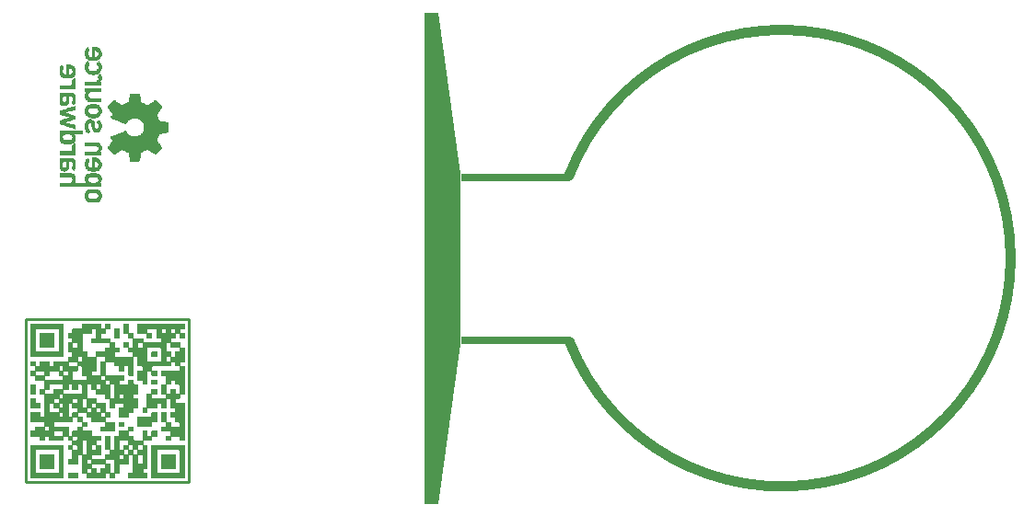
<source format=gbo>
G04*
G04 #@! TF.GenerationSoftware,Altium Limited,Altium Designer,20.2.8 (258)*
G04*
G04 Layer_Color=32896*
%FSLAX25Y25*%
%MOIN*%
G70*
G04*
G04 #@! TF.SameCoordinates,5E7CCD21-07A0-4AA7-BB04-5DF435F4F0B1*
G04*
G04*
G04 #@! TF.FilePolarity,Positive*
G04*
G01*
G75*
%ADD10C,0.03600*%
%ADD11C,0.01000*%
%ADD41C,0.00200*%
%ADD42C,0.00100*%
%ADD43R,0.39500X0.02500*%
G36*
X177000Y120500D02*
X169000Y179000D01*
X164000D01*
Y1000D01*
X169000D01*
X177000Y59000D01*
Y120500D01*
D02*
G37*
D10*
X216306Y59713D02*
G03*
X216103Y119767I76976J30288D01*
G01*
D11*
X19500Y8900D02*
Y68000D01*
X78500D01*
Y8900D02*
Y68000D01*
X19500Y8900D02*
X78500D01*
D41*
X41900Y110600D02*
Y112400D01*
X42100Y110600D02*
Y112000D01*
X42300Y110400D02*
Y111800D01*
X42500Y110400D02*
Y111600D01*
X42700Y110400D02*
Y111400D01*
X42900Y110400D02*
Y111400D01*
X43100Y110400D02*
Y111400D01*
X43300Y110400D02*
Y111400D01*
X43500Y110400D02*
Y111400D01*
X43700Y110400D02*
Y111400D01*
X43900Y110400D02*
Y111400D01*
X44100Y110400D02*
Y111400D01*
X44300Y110400D02*
Y111400D01*
X44500Y110400D02*
Y111400D01*
X44700Y110400D02*
Y111400D01*
X44900Y110400D02*
Y111600D01*
X45100Y110400D02*
Y111600D01*
X45300Y110400D02*
Y111800D01*
X45500Y110600D02*
Y112200D01*
X46700D02*
Y113200D01*
X31700Y119600D02*
Y120800D01*
Y116200D02*
Y117200D01*
X31900Y119600D02*
Y120800D01*
Y116200D02*
Y117200D01*
X32100Y119600D02*
Y120800D01*
Y116200D02*
Y117200D01*
X32300Y119600D02*
Y120800D01*
Y116200D02*
Y117200D01*
X32700Y119600D02*
Y120800D01*
Y116200D02*
Y117200D01*
X32900Y119600D02*
Y120800D01*
Y116200D02*
Y117200D01*
X33100Y119600D02*
Y120800D01*
Y116200D02*
Y117200D01*
X33300Y119600D02*
Y120800D01*
Y116200D02*
Y117200D01*
X33500Y119600D02*
Y120800D01*
Y116200D02*
Y117200D01*
X33700Y119600D02*
Y120800D01*
Y116200D02*
Y117200D01*
X33900Y119600D02*
Y120800D01*
Y116200D02*
Y117200D01*
X34100Y119600D02*
Y120800D01*
Y116200D02*
Y117200D01*
X34300Y119600D02*
Y120800D01*
Y116200D02*
Y117200D01*
X34500Y119600D02*
Y120800D01*
Y116200D02*
Y117200D01*
X34700Y119600D02*
Y120800D01*
Y116200D02*
Y117200D01*
X34900Y119600D02*
Y120800D01*
Y116200D02*
Y117200D01*
X35100Y119600D02*
Y120800D01*
Y116200D02*
Y117200D01*
X35300Y119600D02*
Y120800D01*
Y116200D02*
Y117200D01*
X35500Y119600D02*
Y120800D01*
Y116200D02*
Y117200D01*
X35700Y119600D02*
Y120800D01*
Y116200D02*
Y117400D01*
X35900Y119400D02*
Y120600D01*
Y116200D02*
Y117600D01*
X36100Y119200D02*
Y120600D01*
Y116200D02*
Y117800D01*
X36300Y118800D02*
Y120600D01*
Y116200D02*
Y118200D01*
X36500Y116200D02*
Y120400D01*
X36700Y116200D02*
Y120400D01*
X36900Y117400D02*
Y120200D01*
Y116200D02*
Y117200D01*
X37100Y117600D02*
Y120000D01*
Y116200D02*
Y117200D01*
X37300Y118000D02*
Y119600D01*
Y116200D02*
Y117200D01*
X37500Y116200D02*
Y117200D01*
X37700Y116200D02*
Y117200D01*
X37900Y116200D02*
Y117200D01*
X38100Y116200D02*
Y117200D01*
X38300Y116200D02*
Y117200D01*
X38500Y116200D02*
Y117200D01*
X38700Y116200D02*
Y117200D01*
X38900Y116200D02*
Y117200D01*
X39100Y116200D02*
Y117200D01*
X39300Y116200D02*
Y117200D01*
X39500Y116200D02*
Y117200D01*
X39700Y116200D02*
Y117200D01*
X39900Y116200D02*
Y117200D01*
X40100Y116200D02*
Y117200D01*
X40300Y116200D02*
Y117200D01*
X40700Y116200D02*
Y117200D01*
X40900Y118200D02*
Y119600D01*
Y116200D02*
Y117200D01*
X41100Y117800D02*
Y119800D01*
Y116200D02*
Y117200D01*
X41300Y117600D02*
Y120200D01*
Y116200D02*
Y117200D01*
X41500Y116200D02*
Y120400D01*
X41700Y116200D02*
Y120400D01*
X41900Y118800D02*
Y120600D01*
Y116200D02*
Y118200D01*
X42100Y119200D02*
Y120600D01*
Y116200D02*
Y117800D01*
X42300Y119400D02*
Y120600D01*
Y116200D02*
Y117600D01*
Y113600D02*
Y114800D01*
X42500Y119400D02*
Y120600D01*
Y116200D02*
Y117400D01*
Y113800D02*
Y115000D01*
X42700Y119600D02*
Y120800D01*
Y116200D02*
Y117400D01*
Y113800D02*
Y115000D01*
X42900Y119600D02*
Y120800D01*
Y116200D02*
Y117200D01*
Y114000D02*
Y115000D01*
X43100Y119600D02*
Y120800D01*
Y116200D02*
Y117200D01*
Y114000D02*
Y115000D01*
X43300Y119600D02*
Y120800D01*
Y116200D02*
Y117200D01*
Y114000D02*
Y115000D01*
X43500Y119600D02*
Y120800D01*
Y116200D02*
Y117200D01*
Y114000D02*
Y115000D01*
X43700Y119600D02*
Y120800D01*
Y116200D02*
Y117200D01*
Y114000D02*
Y115000D01*
X43900Y119600D02*
Y120800D01*
Y116200D02*
Y117200D01*
Y114000D02*
Y115000D01*
X44100Y119600D02*
Y120800D01*
Y116200D02*
Y117200D01*
Y114000D02*
Y115000D01*
X44300Y119600D02*
Y120800D01*
Y116200D02*
Y117200D01*
Y114000D02*
Y115000D01*
X44500Y119600D02*
Y120800D01*
Y116200D02*
Y117200D01*
Y114000D02*
Y115000D01*
X44700Y119600D02*
Y120800D01*
Y116200D02*
Y117200D01*
Y113800D02*
Y115000D01*
X44900Y119600D02*
Y120600D01*
Y116200D02*
Y117400D01*
Y113800D02*
Y115000D01*
X45100Y119400D02*
Y120600D01*
Y116200D02*
Y117400D01*
Y113800D02*
Y115000D01*
X45300Y119400D02*
Y120600D01*
Y116200D02*
Y117600D01*
Y113600D02*
Y114800D01*
X45500Y119000D02*
Y120600D01*
Y116200D02*
Y117800D01*
X45700Y116200D02*
Y120600D01*
X45900Y116200D02*
Y120400D01*
X46100Y116200D02*
Y120200D01*
X46300Y117600D02*
Y120000D01*
Y116200D02*
Y117200D01*
X46500Y117800D02*
Y119800D01*
Y116200D02*
Y117200D01*
X46700Y118400D02*
Y119200D01*
X31700Y127600D02*
Y128800D01*
Y125200D02*
Y126200D01*
Y122600D02*
Y124800D01*
X31900Y127600D02*
Y128800D01*
Y125200D02*
Y126200D01*
Y122400D02*
Y125000D01*
X32100Y127600D02*
Y128800D01*
Y122000D02*
Y126200D01*
X32300Y127600D02*
Y128800D01*
Y122000D02*
Y126200D01*
X32700Y127600D02*
Y128800D01*
Y124800D02*
Y126200D01*
Y121800D02*
Y123000D01*
X32900Y127600D02*
Y128800D01*
Y125000D02*
Y126200D01*
Y121800D02*
Y122800D01*
X33100Y127600D02*
Y128800D01*
Y125200D02*
Y126200D01*
Y121600D02*
Y122800D01*
X33300Y127600D02*
Y128800D01*
Y125200D02*
Y126200D01*
Y121600D02*
Y122800D01*
X33500Y127600D02*
Y128800D01*
Y125200D02*
Y126200D01*
Y121600D02*
Y122800D01*
X33700Y127600D02*
Y128800D01*
Y125200D02*
Y126200D01*
Y121800D02*
Y122800D01*
X33900Y127600D02*
Y128800D01*
Y125200D02*
Y126200D01*
Y121800D02*
Y123000D01*
X34100Y127600D02*
Y128800D01*
Y121800D02*
Y126200D01*
X34300Y127600D02*
Y128800D01*
Y122000D02*
Y126200D01*
X34500Y127600D02*
Y128800D01*
Y122200D02*
Y126200D01*
X34700Y127600D02*
Y128800D01*
Y122400D02*
Y126200D01*
X34900Y127600D02*
Y128800D01*
Y123000D02*
Y126200D01*
X35100Y127600D02*
Y128800D01*
Y125200D02*
Y126200D01*
X35300Y127600D02*
Y128800D01*
Y125200D02*
Y126200D01*
X35500Y127600D02*
Y128800D01*
Y125200D02*
Y126200D01*
X35700Y127600D02*
Y129000D01*
Y125200D02*
Y126200D01*
X35900Y127600D02*
Y129000D01*
Y125200D02*
Y126200D01*
X36100Y127600D02*
Y129200D01*
Y125000D02*
Y126200D01*
Y122600D02*
Y123000D01*
X36300Y124800D02*
Y126200D01*
Y122400D02*
Y123200D01*
X36500Y122200D02*
Y126200D01*
X36700Y122000D02*
Y126000D01*
X36900Y127600D02*
Y128800D01*
Y122200D02*
Y125800D01*
X37100Y127600D02*
Y128800D01*
Y122400D02*
Y125600D01*
X37300Y127600D02*
Y128800D01*
Y123000D02*
Y125000D01*
X40900Y127600D02*
Y128600D01*
Y123400D02*
Y125000D01*
X41100Y127600D02*
Y128600D01*
Y122800D02*
Y125400D01*
X41300Y127600D02*
Y128600D01*
Y122600D02*
Y125800D01*
X41500Y127600D02*
Y128600D01*
Y122400D02*
Y126000D01*
X41700Y127600D02*
Y128600D01*
Y122200D02*
Y126200D01*
X41900Y127600D02*
Y128600D01*
Y124600D02*
Y126000D01*
Y122000D02*
Y123600D01*
X42100Y127600D02*
Y128600D01*
Y125000D02*
Y125800D01*
Y122000D02*
Y123200D01*
X42300Y127600D02*
Y128600D01*
Y125400D02*
Y125600D01*
Y121800D02*
Y123000D01*
X42500Y127600D02*
Y128600D01*
Y121800D02*
Y123000D01*
X42700Y127600D02*
Y128600D01*
Y121800D02*
Y122800D01*
X42900Y127600D02*
Y128600D01*
Y121800D02*
Y122800D01*
X43100Y127600D02*
Y128600D01*
Y121600D02*
Y122800D01*
X43300Y127600D02*
Y128600D01*
Y121600D02*
Y122800D01*
X43500Y127600D02*
Y128600D01*
Y121600D02*
Y126400D01*
X43700Y127600D02*
Y128600D01*
Y121600D02*
Y126400D01*
X43900Y127600D02*
Y128600D01*
Y121600D02*
Y126400D01*
X44100Y127600D02*
Y128600D01*
Y121600D02*
Y126400D01*
X44300Y127600D02*
Y128600D01*
Y125200D02*
Y126400D01*
Y121600D02*
Y122800D01*
X44500Y127600D02*
Y128600D01*
Y125200D02*
Y126400D01*
Y121600D02*
Y122800D01*
X44700Y127600D02*
Y128600D01*
Y125200D02*
Y126400D01*
Y121800D02*
Y122800D01*
X44900Y127600D02*
Y128600D01*
Y125200D02*
Y126400D01*
Y121800D02*
Y122800D01*
X45100Y127600D02*
Y128800D01*
Y125000D02*
Y126200D01*
Y121800D02*
Y123000D01*
X45300Y127600D02*
Y129000D01*
Y125000D02*
Y126200D01*
Y121800D02*
Y123000D01*
X45500Y127600D02*
Y129200D01*
Y124600D02*
Y126200D01*
Y122000D02*
Y123400D01*
X45700Y124200D02*
Y126000D01*
Y122000D02*
Y123800D01*
X45900Y122200D02*
Y125800D01*
X46100Y122400D02*
Y125600D01*
X46300Y127600D02*
Y128600D01*
Y122600D02*
Y125400D01*
X46500Y127400D02*
Y128600D01*
Y123000D02*
Y125000D01*
X46700Y123600D02*
Y124600D01*
X31700Y135200D02*
Y136200D01*
Y132600D02*
Y134600D01*
X31900Y135200D02*
Y136200D01*
Y132400D02*
Y134800D01*
X32100Y135200D02*
Y136200D01*
Y132200D02*
Y135000D01*
X32300Y132000D02*
Y136200D01*
X32700Y134600D02*
Y136200D01*
Y131800D02*
Y133400D01*
X32900Y134800D02*
Y136200D01*
Y131800D02*
Y133200D01*
X33100Y135000D02*
Y136200D01*
Y131800D02*
Y133000D01*
X33300Y135000D02*
Y136200D01*
Y131600D02*
Y133000D01*
X33500Y135000D02*
Y136200D01*
Y131600D02*
Y132800D01*
X33700Y135200D02*
Y136200D01*
Y131600D02*
Y132800D01*
X33900Y135200D02*
Y136200D01*
Y131600D02*
Y132800D01*
X34100Y135200D02*
Y136200D01*
Y131600D02*
Y132800D01*
X34300Y135200D02*
Y136200D01*
Y131600D02*
Y132800D01*
X34500Y135200D02*
Y136200D01*
Y131600D02*
Y132800D01*
X34700Y135200D02*
Y136200D01*
Y131600D02*
Y132800D01*
X34900Y135200D02*
Y136200D01*
Y131600D02*
Y132800D01*
X35100Y135200D02*
Y136200D01*
Y131600D02*
Y132800D01*
X35300Y135200D02*
Y136200D01*
Y131600D02*
Y132800D01*
X35500Y135000D02*
Y136200D01*
Y131600D02*
Y132800D01*
X35700Y135000D02*
Y136200D01*
Y131600D02*
Y133000D01*
X35900Y135000D02*
Y136200D01*
Y131800D02*
Y133000D01*
X36100Y134800D02*
Y136200D01*
Y131800D02*
Y133200D01*
X36300Y134200D02*
Y136200D01*
Y131800D02*
Y133600D01*
Y130200D02*
Y131000D01*
X36500Y132000D02*
Y136200D01*
X36700Y132000D02*
Y136200D01*
X36900Y135200D02*
Y136200D01*
Y132200D02*
Y135000D01*
X37100Y135200D02*
Y136200D01*
Y132400D02*
Y134600D01*
X37300Y135200D02*
Y136200D01*
Y132800D02*
Y134200D01*
Y129600D02*
Y131000D01*
X37500Y135200D02*
Y136200D01*
X37700Y135200D02*
Y136200D01*
X37900Y135200D02*
Y136200D01*
X38100Y135200D02*
Y136200D01*
X38300Y135200D02*
Y136200D01*
X38500Y135200D02*
Y136200D01*
X38700Y135200D02*
Y136200D01*
X38900Y135200D02*
Y136200D01*
X39100Y135200D02*
Y136200D01*
X39300Y135200D02*
Y136200D01*
X39500Y135200D02*
Y136200D01*
X39700Y135200D02*
Y136200D01*
X40900Y131000D02*
Y132000D01*
X41100Y131000D02*
Y132000D01*
X41300Y131000D02*
Y132000D01*
X41500Y131000D02*
Y132000D01*
X41700Y131000D02*
Y132000D01*
X41900Y135400D02*
Y137200D01*
Y131000D02*
Y132000D01*
X42100Y135600D02*
Y136800D01*
Y131000D02*
Y132000D01*
X42300Y135800D02*
Y136400D01*
Y131000D02*
Y132000D01*
X42500Y136000D02*
Y136200D01*
Y131000D02*
Y132000D01*
X42700Y131000D02*
Y132000D01*
X42900Y131000D02*
Y132000D01*
X43100Y131000D02*
Y132000D01*
X43300Y131000D02*
Y132000D01*
X43500Y131000D02*
Y132000D01*
X43700Y131000D02*
Y132000D01*
X43900Y131000D02*
Y132000D01*
X44100Y131000D02*
Y132000D01*
X44300Y131000D02*
Y132000D01*
X44500Y135800D02*
Y137200D01*
Y131000D02*
Y132000D01*
X44700Y135800D02*
Y137000D01*
Y131000D02*
Y132000D01*
X44900Y135800D02*
Y136800D01*
Y130800D02*
Y132000D01*
X45100Y135800D02*
Y136800D01*
Y130800D02*
Y132000D01*
X45300Y135800D02*
Y137000D01*
Y130600D02*
Y132000D01*
X45500Y135800D02*
Y137200D01*
Y130400D02*
Y132000D01*
X46700Y129600D02*
Y130600D01*
X49100Y129900D02*
Y130100D01*
X49300Y129900D02*
Y130500D01*
X49500Y129700D02*
Y130700D01*
X50300Y133700D02*
Y134100D01*
X50500Y133300D02*
Y134100D01*
X50700Y132900D02*
Y134100D01*
X68300Y129700D02*
Y130500D01*
X68500Y129900D02*
Y130300D01*
X31700Y142400D02*
Y143400D01*
Y138800D02*
Y139800D01*
X31900Y142200D02*
Y143400D01*
Y138800D02*
Y140000D01*
X32100Y142200D02*
Y143600D01*
Y138600D02*
Y140000D01*
X32300Y142200D02*
Y143600D01*
Y138600D02*
Y140000D01*
X32700Y142000D02*
Y143800D01*
Y138400D02*
Y140200D01*
X32900Y142000D02*
Y143800D01*
Y138400D02*
Y140200D01*
X33100Y141800D02*
Y143800D01*
Y138400D02*
Y140400D01*
X33300Y141800D02*
Y143800D01*
Y138400D02*
Y140400D01*
X33500Y143000D02*
Y144000D01*
Y141800D02*
Y142800D01*
Y139400D02*
Y140400D01*
Y138200D02*
Y139200D01*
X33700Y143000D02*
Y144000D01*
Y141800D02*
Y142600D01*
Y139600D02*
Y140400D01*
Y138200D02*
Y139200D01*
X33900Y143000D02*
Y144000D01*
Y141600D02*
Y142600D01*
Y139600D02*
Y140600D01*
Y138200D02*
Y139200D01*
X34100Y143200D02*
Y144200D01*
Y141600D02*
Y142600D01*
Y139600D02*
Y140600D01*
Y138000D02*
Y139000D01*
X34300Y143200D02*
Y144200D01*
Y141600D02*
Y142600D01*
Y139600D02*
Y140600D01*
Y138000D02*
Y139000D01*
X34500Y143200D02*
Y144400D01*
Y141600D02*
Y142400D01*
Y139800D02*
Y140800D01*
Y137800D02*
Y139000D01*
X34700Y143400D02*
Y144400D01*
Y141400D02*
Y142400D01*
Y139800D02*
Y140800D01*
Y137800D02*
Y138800D01*
X34900Y143400D02*
Y144400D01*
Y141400D02*
Y142200D01*
Y140000D02*
Y140800D01*
Y137800D02*
Y138800D01*
X35100Y143400D02*
Y144400D01*
Y141200D02*
Y142200D01*
Y140000D02*
Y141000D01*
Y137800D02*
Y138800D01*
X35300Y143400D02*
Y144600D01*
Y141200D02*
Y142200D01*
Y140000D02*
Y141000D01*
Y137600D02*
Y138800D01*
X35500Y143600D02*
Y144600D01*
Y141200D02*
Y142200D01*
Y140000D02*
Y141000D01*
Y137600D02*
Y138600D01*
X35700Y143600D02*
Y144600D01*
Y140200D02*
Y142000D01*
Y137600D02*
Y138600D01*
X35900Y143600D02*
Y144800D01*
Y140200D02*
Y142000D01*
X36100Y143600D02*
Y144800D01*
Y140200D02*
Y142000D01*
X36300Y143800D02*
Y144800D01*
Y140400D02*
Y141800D01*
X36500Y143800D02*
Y145000D01*
Y140400D02*
Y141800D01*
X36700Y143800D02*
Y145000D01*
Y140600D02*
Y141600D01*
X36900Y144000D02*
Y145000D01*
Y140600D02*
Y141600D01*
X37100Y144000D02*
Y145000D01*
Y140600D02*
Y141600D01*
X37300Y144000D02*
Y145200D01*
Y140600D02*
Y141600D01*
X40900Y142600D02*
Y144200D01*
X41100Y142200D02*
Y144600D01*
X41300Y142000D02*
Y145000D01*
X41500Y141800D02*
Y145200D01*
X41900Y141400D02*
Y143200D01*
Y138600D02*
Y140200D01*
X42100Y141200D02*
Y142800D01*
Y139000D02*
Y140200D01*
X42300Y141200D02*
Y142400D01*
Y139000D02*
Y140200D01*
X42500Y141200D02*
Y142400D01*
Y139200D02*
Y140400D01*
X42700Y141200D02*
Y142200D01*
Y139200D02*
Y140400D01*
X42900Y141200D02*
Y142200D01*
Y139200D02*
Y140200D01*
X43100Y141000D02*
Y142200D01*
Y139000D02*
Y140200D01*
X43300Y141000D02*
Y142200D01*
Y137800D02*
Y140200D01*
X43500Y141000D02*
Y142200D01*
X43700Y141000D02*
Y142200D01*
X43900Y141000D02*
Y142200D01*
X44100Y141000D02*
Y142200D01*
X44300Y141000D02*
Y142200D01*
X44500Y141000D02*
Y142200D01*
X44700Y141200D02*
Y142200D01*
X44900Y141200D02*
Y142200D01*
X45100Y141200D02*
Y142400D01*
X45300Y141200D02*
Y142600D01*
Y139200D02*
Y139600D01*
X45500Y141200D02*
Y142800D01*
Y138800D02*
Y139800D01*
X45700Y138200D02*
Y140000D01*
X45900Y141600D02*
Y145200D01*
X46100Y141800D02*
Y145000D01*
X46300Y142000D02*
Y144800D01*
X46500Y142400D02*
Y144600D01*
X46700Y142800D02*
Y144000D01*
X49100Y144900D02*
Y145100D01*
X49300Y144500D02*
Y145300D01*
X50300Y141100D02*
Y141500D01*
X50500Y140900D02*
Y141700D01*
X50700Y140900D02*
Y142100D01*
X68300Y144500D02*
Y145300D01*
X68500Y144700D02*
Y145100D01*
X31700Y151400D02*
Y152400D01*
Y149000D02*
Y150000D01*
Y146400D02*
Y148400D01*
X31900Y151400D02*
Y152400D01*
Y149000D02*
Y150000D01*
Y146000D02*
Y148800D01*
X32100Y151400D02*
Y152400D01*
Y145800D02*
Y150000D01*
X32300Y151400D02*
Y152400D01*
Y145600D02*
Y150000D01*
X32700Y151400D02*
Y152400D01*
Y148600D02*
Y150000D01*
X32900Y151400D02*
Y152400D01*
Y148800D02*
Y150000D01*
X33100Y151400D02*
Y152400D01*
Y148800D02*
Y150000D01*
X33300Y151400D02*
Y152400D01*
Y149000D02*
Y150000D01*
X33500Y151400D02*
Y152400D01*
Y149000D02*
Y150000D01*
X33700Y151400D02*
Y152400D01*
Y149000D02*
Y150000D01*
X33900Y151400D02*
Y152400D01*
Y149000D02*
Y150000D01*
Y145600D02*
Y146800D01*
X34100Y151400D02*
Y152400D01*
Y145600D02*
Y150000D01*
X34300Y151400D02*
Y152400D01*
Y145800D02*
Y150000D01*
X34500Y151400D02*
Y152400D01*
Y145800D02*
Y150000D01*
X34700Y151400D02*
Y152400D01*
Y146200D02*
Y150000D01*
X34900Y151400D02*
Y152400D01*
Y146800D02*
Y150000D01*
X35100Y151400D02*
Y152400D01*
Y149000D02*
Y150000D01*
X35300Y151400D02*
Y152600D01*
Y149000D02*
Y150000D01*
X35500Y151400D02*
Y152600D01*
Y149000D02*
Y150000D01*
X35700Y151400D02*
Y152600D01*
Y149000D02*
Y150000D01*
X35900Y151400D02*
Y152800D01*
Y148800D02*
Y150000D01*
X36100Y151400D02*
Y153000D01*
Y148800D02*
Y150000D01*
Y146400D02*
Y146600D01*
X36300Y148400D02*
Y150000D01*
Y146200D02*
Y147000D01*
X36500Y145800D02*
Y149800D01*
X36700Y145800D02*
Y149600D01*
X36900Y151400D02*
Y152400D01*
Y146000D02*
Y149600D01*
X37100Y151400D02*
Y152400D01*
Y146200D02*
Y149200D01*
X37300Y151400D02*
Y152600D01*
Y146600D02*
Y148800D01*
X40900Y150400D02*
Y151400D01*
Y148200D02*
Y149600D01*
X41100Y150400D02*
Y151400D01*
Y147800D02*
Y149800D01*
X41300Y150400D02*
Y151400D01*
Y147600D02*
Y150200D01*
X41500Y147400D02*
Y151400D01*
X41700Y147200D02*
Y151400D01*
X41900Y149400D02*
Y151400D01*
Y147000D02*
Y149000D01*
X42100Y149800D02*
Y151400D01*
Y147000D02*
Y148600D01*
X42300Y150200D02*
Y151400D01*
Y147000D02*
Y148400D01*
X42500Y150200D02*
Y151400D01*
Y147000D02*
Y148200D01*
X42700Y150400D02*
Y151400D01*
Y146800D02*
Y148000D01*
X42900Y150400D02*
Y151400D01*
Y146800D02*
Y148000D01*
X43100Y150400D02*
Y151400D01*
Y146800D02*
Y148000D01*
X43300Y150400D02*
Y151400D01*
Y146800D02*
Y148000D01*
X43500Y150400D02*
Y151400D01*
Y146800D02*
Y148000D01*
X43700Y150400D02*
Y151400D01*
Y146800D02*
Y148000D01*
X43900Y150400D02*
Y151400D01*
Y146800D02*
Y148000D01*
X44100Y150400D02*
Y151400D01*
Y146800D02*
Y148000D01*
X44300Y150400D02*
Y151400D01*
Y146800D02*
Y148000D01*
X44500Y150400D02*
Y151400D01*
Y146800D02*
Y148000D01*
X44700Y150400D02*
Y151400D01*
Y146800D02*
Y148000D01*
X44900Y150400D02*
Y151400D01*
Y146800D02*
Y148000D01*
X45100Y150400D02*
Y151400D01*
Y146800D02*
Y148000D01*
X45300Y150400D02*
Y151400D01*
Y146800D02*
Y148000D01*
X45500Y150400D02*
Y151400D01*
Y146800D02*
Y148000D01*
X45700Y150400D02*
Y151400D01*
Y146800D02*
Y148000D01*
X45900Y150400D02*
Y151400D01*
Y146800D02*
Y148000D01*
X46100Y150400D02*
Y151400D01*
Y146800D02*
Y148000D01*
X46300Y150400D02*
Y151400D01*
Y146800D02*
Y148000D01*
X46500Y150400D02*
Y151400D01*
Y146800D02*
Y148000D01*
X31700Y156800D02*
Y159000D01*
X31900Y156400D02*
Y159400D01*
X32100Y156200D02*
Y159600D01*
X32300Y156000D02*
Y160000D01*
X32700Y158600D02*
Y159600D01*
Y155800D02*
Y157200D01*
X32900Y159000D02*
Y159400D01*
Y155600D02*
Y157000D01*
X33100Y155600D02*
Y156800D01*
X33300Y155600D02*
Y156600D01*
X33500Y155400D02*
Y156600D01*
X33700Y155400D02*
Y156400D01*
X33900Y155400D02*
Y156400D01*
X34100Y155400D02*
Y160200D01*
X34300Y155400D02*
Y160200D01*
X34500Y155400D02*
Y160200D01*
X34700Y155400D02*
Y160200D01*
X34900Y155400D02*
Y160200D01*
X35100Y159000D02*
Y160200D01*
Y155400D02*
Y156400D01*
X35300Y159000D02*
Y160200D01*
Y155400D02*
Y156600D01*
X35500Y159000D02*
Y160200D01*
Y155400D02*
Y156600D01*
X35700Y158800D02*
Y160000D01*
Y155600D02*
Y156600D01*
X35900Y158800D02*
Y160000D01*
Y155600D02*
Y156800D01*
X36100Y158600D02*
Y160000D01*
Y155600D02*
Y157000D01*
X36300Y158200D02*
Y159800D01*
Y155800D02*
Y157200D01*
Y154000D02*
Y154600D01*
X36500Y156000D02*
Y159600D01*
X36700Y156000D02*
Y159600D01*
X36900Y156200D02*
Y159400D01*
X37100Y156600D02*
Y159000D01*
X37300Y157000D02*
Y158600D01*
X40900Y158400D02*
Y160200D01*
X41100Y158000D02*
Y160600D01*
X41300Y157800D02*
Y160800D01*
X41500Y157400D02*
Y161200D01*
X41900Y159600D02*
Y161200D01*
Y157200D02*
Y159000D01*
X42100Y160000D02*
Y161000D01*
Y157000D02*
Y158600D01*
X42300Y160400D02*
Y160800D01*
Y157000D02*
Y158200D01*
X42500Y156800D02*
Y158000D01*
X42700Y156800D02*
Y158000D01*
X42900Y156800D02*
Y158000D01*
X43100Y156800D02*
Y157800D01*
X43300Y156800D02*
Y157800D01*
X43500Y156600D02*
Y157800D01*
X43700Y156600D02*
Y157800D01*
X43900Y156600D02*
Y157800D01*
X44100Y156600D02*
Y157800D01*
X44300Y156800D02*
Y157800D01*
X44500Y156800D02*
Y157800D01*
X44700Y156800D02*
Y158000D01*
X44900Y156800D02*
Y158000D01*
X45100Y160400D02*
Y160600D01*
Y157000D02*
Y158200D01*
X45300Y160200D02*
Y160800D01*
Y157000D02*
Y158400D01*
X45500Y160000D02*
Y161000D01*
Y157000D02*
Y158600D01*
Y155600D02*
Y156000D01*
X45900Y157400D02*
Y161200D01*
X46100Y157600D02*
Y161000D01*
X46300Y157800D02*
Y160800D01*
Y154400D02*
Y156800D01*
X46500Y158200D02*
Y160400D01*
Y154600D02*
Y156400D01*
X46700Y158800D02*
Y159800D01*
Y155000D02*
Y156000D01*
X40900Y163400D02*
Y165200D01*
X41100Y163000D02*
Y165600D01*
X41300Y162600D02*
Y166000D01*
X41500Y162400D02*
Y166200D01*
X41700Y162200D02*
Y166400D01*
X41900Y164800D02*
Y166200D01*
Y162200D02*
Y163800D01*
X42100Y165200D02*
Y166000D01*
Y162000D02*
Y163400D01*
X42300Y165400D02*
Y165600D01*
Y162000D02*
Y163200D01*
X42500Y162000D02*
Y163000D01*
X42700Y161800D02*
Y163000D01*
X42900Y161800D02*
Y163000D01*
X43100Y161800D02*
Y162800D01*
X43300Y161800D02*
Y162800D01*
X43500Y161800D02*
Y166400D01*
X43700Y161800D02*
Y166400D01*
X43900Y161800D02*
Y166400D01*
X44100Y161800D02*
Y166400D01*
X44300Y165400D02*
Y166400D01*
Y161800D02*
Y162800D01*
X44500Y165400D02*
Y166400D01*
Y161800D02*
Y162800D01*
X44700Y165400D02*
Y166400D01*
Y161800D02*
Y163000D01*
X44900Y165200D02*
Y166400D01*
Y161800D02*
Y163000D01*
X45100Y165200D02*
Y166400D01*
Y162000D02*
Y163000D01*
X45300Y165000D02*
Y166400D01*
Y162000D02*
Y163200D01*
X45500Y164800D02*
Y166200D01*
Y162200D02*
Y163400D01*
X45700Y164400D02*
Y166200D01*
Y162200D02*
Y164000D01*
X45900Y162400D02*
Y166000D01*
X46100Y162600D02*
Y165800D01*
X46300Y162800D02*
Y165600D01*
X46500Y163200D02*
Y165200D01*
X46700Y163600D02*
Y164600D01*
X32500Y119600D02*
Y120800D01*
Y116200D02*
Y117200D01*
X40500Y116200D02*
Y117200D01*
X32500Y127600D02*
Y128800D01*
Y121800D02*
Y126200D01*
Y132000D02*
Y136200D01*
Y142000D02*
Y143600D01*
Y138600D02*
Y140200D01*
Y151400D02*
Y152400D01*
Y145600D02*
Y150000D01*
Y155800D02*
Y160000D01*
X36300Y127600D02*
Y129800D01*
X36500Y127600D02*
Y131200D01*
X36700Y127600D02*
Y131200D01*
X36900Y129000D02*
Y131400D01*
X37100Y129200D02*
Y131400D01*
X40900Y111800D02*
Y113400D01*
X41100Y111400D02*
Y113800D01*
X41300Y111200D02*
Y114200D01*
X41500Y111000D02*
Y114400D01*
X41700Y110800D02*
Y114600D01*
X41900Y112800D02*
Y114800D01*
X42100Y113400D02*
Y114800D01*
X45500Y113200D02*
Y114800D01*
X45700Y127600D02*
Y131800D01*
Y110600D02*
Y114600D01*
X45900Y127600D02*
Y131800D01*
Y110800D02*
Y114600D01*
X46100Y127600D02*
Y131600D01*
Y111000D02*
Y114400D01*
X46300Y128800D02*
Y131400D01*
Y111200D02*
Y114000D01*
X46500Y129200D02*
Y131000D01*
Y111600D02*
Y113800D01*
X49700Y129300D02*
Y131100D01*
X49900Y129300D02*
Y131300D01*
X50100Y129100D02*
Y131700D01*
X50300Y128900D02*
Y131900D01*
X50500Y128700D02*
Y132100D01*
X50700Y128500D02*
Y132500D01*
X66900Y128300D02*
Y132700D01*
X67100Y128500D02*
Y132300D01*
X67300Y128700D02*
Y132100D01*
X67500Y128900D02*
Y131700D01*
X67700Y129100D02*
Y131500D01*
X67900Y129300D02*
Y131100D01*
X68100Y129500D02*
Y130900D01*
X32700Y145400D02*
Y146800D01*
X32900Y145400D02*
Y146600D01*
X33100Y145400D02*
Y146400D01*
X33300Y145400D02*
Y146400D01*
X33500Y145400D02*
Y146400D01*
X33700Y145400D02*
Y146600D01*
X35900Y137400D02*
Y138600D01*
X36100Y137400D02*
Y138600D01*
X36300Y151400D02*
Y153400D01*
Y137400D02*
Y138400D01*
X36500Y151400D02*
Y154800D01*
Y137200D02*
Y138400D01*
X36700Y151400D02*
Y155000D01*
Y137200D02*
Y138400D01*
X36900Y152800D02*
Y155200D01*
Y137200D02*
Y138200D01*
X37100Y153000D02*
Y155200D01*
Y137200D02*
Y138200D01*
X37300Y153400D02*
Y154800D01*
Y137000D02*
Y138200D01*
X40900Y152800D02*
Y154000D01*
Y137000D02*
Y138800D01*
X41100Y152800D02*
Y154000D01*
Y136400D02*
Y139400D01*
X41300Y152800D02*
Y154000D01*
Y136000D02*
Y139600D01*
X41500Y152800D02*
Y154000D01*
Y135800D02*
Y139800D01*
X41700Y157200D02*
Y161400D01*
Y152800D02*
Y154000D01*
Y141600D02*
Y145400D01*
Y135400D02*
Y140000D01*
X41900Y152800D02*
Y154000D01*
Y143600D02*
Y145400D01*
X42100Y152800D02*
Y154000D01*
Y144200D02*
Y145600D01*
X42300Y152800D02*
Y154000D01*
Y144400D02*
Y145600D01*
X42500Y152800D02*
Y154000D01*
Y144600D02*
Y145600D01*
X42700Y152800D02*
Y154000D01*
Y144600D02*
Y145800D01*
X42900Y152800D02*
Y154000D01*
Y144600D02*
Y145800D01*
X43100Y152800D02*
Y154000D01*
Y144600D02*
Y145800D01*
X43300Y152800D02*
Y154000D01*
Y144600D02*
Y145800D01*
X43500Y152800D02*
Y154000D01*
Y144600D02*
Y145800D01*
Y136800D02*
Y140000D01*
X43700Y152800D02*
Y154000D01*
Y144600D02*
Y145800D01*
Y136400D02*
Y140000D01*
X43900Y152800D02*
Y154000D01*
Y144600D02*
Y145800D01*
Y136200D02*
Y139800D01*
X44100Y152800D02*
Y154000D01*
Y144600D02*
Y145800D01*
Y136000D02*
Y139400D01*
X44300Y152800D02*
Y154000D01*
Y144600D02*
Y145800D01*
Y135800D02*
Y138400D01*
X44500Y152800D02*
Y154000D01*
Y144600D02*
Y145800D01*
X44700Y152800D02*
Y154000D01*
Y144600D02*
Y145800D01*
X44900Y152800D02*
Y154000D01*
Y144600D02*
Y145800D01*
X45100Y152800D02*
Y154200D01*
Y144400D02*
Y145600D01*
X45300Y152800D02*
Y154400D01*
Y144400D02*
Y145600D01*
X45500Y152800D02*
Y154600D01*
Y144000D02*
Y145600D01*
X45700Y157200D02*
Y161400D01*
Y152800D02*
Y156200D01*
Y141400D02*
Y145400D01*
Y135800D02*
Y137600D01*
X45900Y152800D02*
Y156400D01*
Y136000D02*
Y140000D01*
X46100Y152800D02*
Y156600D01*
Y136200D02*
Y140000D01*
X46300Y152800D02*
Y154000D01*
Y136400D02*
Y139600D01*
X46500Y152800D02*
Y154000D01*
Y136800D02*
Y139200D01*
X46700Y137400D02*
Y138600D01*
X49500Y144300D02*
Y145500D01*
X49700Y143900D02*
Y145700D01*
X49900Y143700D02*
Y145900D01*
X50100Y143300D02*
Y146100D01*
X50300Y143100D02*
Y146300D01*
X50500Y142900D02*
Y146500D01*
X50700Y142500D02*
Y146700D01*
X50900Y140700D02*
Y146900D01*
X51100Y140700D02*
Y147100D01*
X51300Y140700D02*
Y147300D01*
X51500Y140500D02*
Y147100D01*
X51700Y140500D02*
Y147100D01*
X51900Y140300D02*
Y146900D01*
X52100Y140300D02*
Y146700D01*
X52300Y140300D02*
Y146700D01*
X52500Y140100D02*
Y146500D01*
X52700Y140100D02*
Y146300D01*
X52900Y139900D02*
Y146300D01*
X53100Y139900D02*
Y146100D01*
X53300Y139900D02*
Y145900D01*
X53500Y139700D02*
Y145900D01*
X53700Y139700D02*
Y145700D01*
X53900Y139500D02*
Y145500D01*
X54100Y139500D02*
Y145500D01*
X54300Y139300D02*
Y145500D01*
X54500Y139300D02*
Y145700D01*
X54700Y139300D02*
Y145700D01*
X54900Y139100D02*
Y145900D01*
X55100Y139100D02*
Y145900D01*
X55300Y138900D02*
Y145900D01*
X55500Y138900D02*
Y146100D01*
X55700Y139100D02*
Y146100D01*
X55900Y139300D02*
Y146300D01*
X56100Y139700D02*
Y146300D01*
X56300Y139900D02*
Y146500D01*
X56700Y140300D02*
Y147100D01*
X56900Y140500D02*
Y148100D01*
X57100Y140500D02*
Y149300D01*
X57300Y140700D02*
Y149700D01*
X57500Y140700D02*
Y149700D01*
X57700Y140900D02*
Y149700D01*
X57900Y140900D02*
Y149700D01*
X58100Y140900D02*
Y149700D01*
X58300Y140900D02*
Y149700D01*
X58500Y140900D02*
Y149700D01*
X58700Y140900D02*
Y149700D01*
X58900Y140900D02*
Y149700D01*
X59100Y140900D02*
Y149700D01*
X59300Y140900D02*
Y149700D01*
X59500Y140900D02*
Y149700D01*
X59700Y140900D02*
Y149700D01*
X59900Y140900D02*
Y149700D01*
X60100Y140700D02*
Y149700D01*
X60300Y140700D02*
Y149700D01*
X60500Y140500D02*
Y149700D01*
X60700Y140500D02*
Y148700D01*
X60900Y140300D02*
Y147300D01*
X61100Y140100D02*
Y146500D01*
X61300Y139900D02*
Y146300D01*
X61500Y139700D02*
Y146300D01*
X61700Y139500D02*
Y146100D01*
X61900Y139100D02*
Y146100D01*
X62100Y138500D02*
Y146100D01*
X66900Y142500D02*
Y146700D01*
X67100Y142700D02*
Y146500D01*
Y133900D02*
Y141100D01*
X67300Y143100D02*
Y146300D01*
Y134300D02*
Y140700D01*
X67500Y143300D02*
Y146100D01*
Y134700D02*
Y140300D01*
X67700Y143700D02*
Y145900D01*
Y135300D02*
Y139900D01*
X67900Y143900D02*
Y145700D01*
Y135300D02*
Y139700D01*
X68100Y144100D02*
Y145500D01*
Y135300D02*
Y139700D01*
X68300Y135300D02*
Y139700D01*
X68500Y135300D02*
Y139700D01*
X68700Y135500D02*
Y139700D01*
X68900Y135500D02*
Y139500D01*
X69100Y135500D02*
Y139500D01*
X69300Y135500D02*
Y139500D01*
X69500Y135500D02*
Y139500D01*
X69700Y135700D02*
Y139500D01*
X69900Y135700D02*
Y139300D01*
X70100Y135700D02*
Y139300D01*
X70300Y135700D02*
Y139300D01*
X70500Y135900D02*
Y139300D01*
X70700Y135900D02*
Y139300D01*
X70900Y135900D02*
Y139100D01*
X56500Y140100D02*
Y146500D01*
X50900Y128300D02*
Y134300D01*
X51100Y128100D02*
Y134300D01*
X51300Y127900D02*
Y134500D01*
X51500Y127900D02*
Y134500D01*
X51700Y127900D02*
Y134500D01*
X51900Y128100D02*
Y134700D01*
X52100Y128300D02*
Y134700D01*
X52300Y128300D02*
Y134900D01*
X52500Y128500D02*
Y134900D01*
X52700Y128700D02*
Y134900D01*
X52900Y128700D02*
Y135100D01*
X53100Y128900D02*
Y135100D01*
X53300Y129100D02*
Y135300D01*
X53500Y129100D02*
Y135300D01*
X53700Y129300D02*
Y135300D01*
X53900Y129500D02*
Y135500D01*
X54100Y129500D02*
Y135500D01*
X54300Y129500D02*
Y135700D01*
X54500Y129300D02*
Y135700D01*
X54700Y129300D02*
Y135700D01*
X54900Y129100D02*
Y135900D01*
X55100Y129100D02*
Y135900D01*
X55300Y129100D02*
Y136100D01*
X55500Y128900D02*
Y136100D01*
X55700Y128900D02*
Y135900D01*
X55900Y128700D02*
Y135700D01*
X56100Y128700D02*
Y135300D01*
X56300Y128700D02*
Y135100D01*
X56700Y128100D02*
Y134700D01*
X56900Y126900D02*
Y134700D01*
X57100Y125700D02*
Y134500D01*
X57300Y125300D02*
Y134500D01*
X57500Y125300D02*
Y134300D01*
X57700Y125300D02*
Y134300D01*
X57900Y125300D02*
Y134100D01*
X58100Y125300D02*
Y134100D01*
X58300Y125300D02*
Y134100D01*
X58500Y125300D02*
Y134100D01*
X58700Y125300D02*
Y134100D01*
X58900Y125300D02*
Y134100D01*
X59100Y125300D02*
Y134100D01*
X59300Y125300D02*
Y134100D01*
X59500Y125300D02*
Y134100D01*
X59700Y125300D02*
Y134100D01*
X59900Y125300D02*
Y134300D01*
X60100Y125300D02*
Y134300D01*
X60300Y125300D02*
Y134500D01*
X60500Y125500D02*
Y134500D01*
X60700Y126500D02*
Y134700D01*
X60900Y127700D02*
Y134700D01*
X61100Y128500D02*
Y134900D01*
X61300Y128700D02*
Y135100D01*
X61500Y128700D02*
Y135300D01*
X61700Y128900D02*
Y135700D01*
X61900Y128900D02*
Y135900D01*
X62100Y129100D02*
Y136500D01*
X62300Y129100D02*
Y145900D01*
X62500Y129100D02*
Y145900D01*
X62700Y129300D02*
Y145700D01*
X62900Y129300D02*
Y145700D01*
X63100Y129500D02*
Y145500D01*
X63300Y129500D02*
Y145500D01*
X63500Y129700D02*
Y145500D01*
X63700Y129500D02*
Y145500D01*
X63900Y129300D02*
Y145700D01*
X64100Y129300D02*
Y145700D01*
X64300Y129100D02*
Y145900D01*
X64700Y128900D02*
Y146100D01*
X64900Y128700D02*
Y146300D01*
X65100Y128500D02*
Y146500D01*
X65300Y128500D02*
Y146500D01*
X65500Y128300D02*
Y146700D01*
X65700Y128100D02*
Y146900D01*
X65900Y128100D02*
Y147100D01*
X66100Y127900D02*
Y147100D01*
X66300Y127900D02*
Y147300D01*
X66500Y127900D02*
Y147100D01*
X66700Y128100D02*
Y146900D01*
X66900Y133300D02*
Y141700D01*
X56500Y128500D02*
Y134900D01*
X64500Y128900D02*
Y146100D01*
D42*
X59900Y66100D02*
X76800D01*
X55000D02*
X56600D01*
X48100D02*
X49900D01*
X39700D02*
X46500D01*
X21200D02*
X33000D01*
X59900Y66000D02*
X76800D01*
X55000D02*
X56600D01*
X48100D02*
X49900D01*
X39700D02*
X46500D01*
X21200D02*
X33000D01*
X59900Y65900D02*
X76800D01*
X55000D02*
X56600D01*
X48100D02*
X49900D01*
X39700D02*
X46500D01*
X21200D02*
X33000D01*
X59900Y65800D02*
X76800D01*
X55000D02*
X56600D01*
X48100D02*
X49900D01*
X39700D02*
X46500D01*
X21200D02*
X33000D01*
X59900Y65700D02*
X76800D01*
X55000D02*
X56600D01*
X48100D02*
X49900D01*
X39700D02*
X46500D01*
X21200D02*
X33000D01*
X59900Y65600D02*
X76800D01*
X55000D02*
X56600D01*
X48100D02*
X49900D01*
X39700D02*
X46500D01*
X21200D02*
X33000D01*
X59900Y65500D02*
X76800D01*
X55000D02*
X56600D01*
X48100D02*
X49900D01*
X39700D02*
X46500D01*
X21200D02*
X33000D01*
X59900Y65400D02*
X76800D01*
X55000D02*
X56600D01*
X48100D02*
X49900D01*
X39700D02*
X46500D01*
X21200D02*
X33000D01*
X59900Y65300D02*
X76800D01*
X55000D02*
X56600D01*
X48100D02*
X49900D01*
X39700D02*
X46500D01*
X21200D02*
X33000D01*
X59900Y65200D02*
X76800D01*
X55000D02*
X56600D01*
X48100D02*
X49900D01*
X39700D02*
X46500D01*
X21200D02*
X33000D01*
X59900Y65100D02*
X76800D01*
X55000D02*
X56600D01*
X48100D02*
X49900D01*
X39700D02*
X46500D01*
X21200D02*
X33000D01*
X59900Y65000D02*
X76800D01*
X55000D02*
X56600D01*
X48100D02*
X49900D01*
X39700D02*
X46500D01*
X21200D02*
X33000D01*
X59900Y64900D02*
X76800D01*
X55000D02*
X56600D01*
X48100D02*
X49900D01*
X39700D02*
X46500D01*
X21200D02*
X33000D01*
X59900Y64800D02*
X76800D01*
X55000D02*
X56600D01*
X48100D02*
X49900D01*
X39700D02*
X46500D01*
X21200D02*
X33000D01*
X59900Y64700D02*
X76800D01*
X55000D02*
X56600D01*
X48100D02*
X49900D01*
X39700D02*
X46500D01*
X21200D02*
X33000D01*
X59900Y64600D02*
X76800D01*
X55000D02*
X56600D01*
X48100D02*
X49900D01*
X39700D02*
X46500D01*
X21200D02*
X33000D01*
X59900Y64500D02*
X76800D01*
X55000D02*
X56600D01*
X48100D02*
X49900D01*
X39700D02*
X46500D01*
X21200D02*
X33000D01*
X73400Y64400D02*
X75100D01*
X70100D02*
X71800D01*
X66700D02*
X68500D01*
X59900D02*
X63300D01*
X55000D02*
X56600D01*
X51500D02*
X53100D01*
X44700D02*
X48100D01*
X36400D02*
X43300D01*
X31300D02*
X33000D01*
X21200D02*
X23000D01*
X73500Y64300D02*
X75100D01*
X70100D02*
X71700D01*
X66800D02*
X68400D01*
X59900D02*
X63300D01*
X55000D02*
X56600D01*
X51500D02*
X53200D01*
X44800D02*
X48100D01*
X36300D02*
X43200D01*
X31400D02*
X33000D01*
X21200D02*
X22900D01*
X73500Y64200D02*
X75100D01*
X70100D02*
X71700D01*
X66800D02*
X68400D01*
X59900D02*
X63300D01*
X55000D02*
X56600D01*
X51500D02*
X53200D01*
X44800D02*
X48100D01*
X36300D02*
X43200D01*
X31400D02*
X33000D01*
X21200D02*
X22900D01*
X73500Y64100D02*
X75100D01*
X70100D02*
X71700D01*
X66800D02*
X68400D01*
X59900D02*
X63300D01*
X55000D02*
X56600D01*
X51500D02*
X53200D01*
X44800D02*
X48100D01*
X36300D02*
X43200D01*
X31400D02*
X33000D01*
X21200D02*
X22900D01*
X73500Y64000D02*
X75100D01*
X70100D02*
X71700D01*
X66800D02*
X68400D01*
X59900D02*
X63300D01*
X55000D02*
X56600D01*
X51500D02*
X53200D01*
X44800D02*
X48100D01*
X36300D02*
X43200D01*
X31400D02*
X33000D01*
X21200D02*
X22900D01*
X73500Y63900D02*
X75100D01*
X70100D02*
X71700D01*
X66800D02*
X68400D01*
X59900D02*
X63300D01*
X55000D02*
X56600D01*
X51500D02*
X53200D01*
X44800D02*
X48100D01*
X36300D02*
X43200D01*
X31400D02*
X33000D01*
X21200D02*
X22900D01*
X73500Y63800D02*
X75100D01*
X70100D02*
X71700D01*
X66800D02*
X68400D01*
X59900D02*
X63300D01*
X55000D02*
X56600D01*
X51500D02*
X53200D01*
X44800D02*
X48100D01*
X36300D02*
X43200D01*
X31400D02*
X33000D01*
X21200D02*
X22900D01*
X73500Y63700D02*
X75100D01*
X70100D02*
X71700D01*
X66800D02*
X68400D01*
X59900D02*
X63300D01*
X55000D02*
X56600D01*
X51500D02*
X53200D01*
X44800D02*
X48100D01*
X36300D02*
X43200D01*
X31400D02*
X33000D01*
X21200D02*
X22900D01*
X73500Y63600D02*
X75100D01*
X70100D02*
X71700D01*
X66800D02*
X68400D01*
X59900D02*
X63300D01*
X55000D02*
X56600D01*
X51500D02*
X53200D01*
X44800D02*
X48100D01*
X36300D02*
X43200D01*
X31400D02*
X33000D01*
X21200D02*
X22900D01*
X73500Y63500D02*
X75100D01*
X70100D02*
X71700D01*
X66800D02*
X68400D01*
X59900D02*
X63300D01*
X55000D02*
X56600D01*
X51500D02*
X53200D01*
X44800D02*
X48100D01*
X36300D02*
X43200D01*
X31400D02*
X33000D01*
X21200D02*
X22900D01*
X73500Y63400D02*
X75100D01*
X70100D02*
X71700D01*
X66800D02*
X68400D01*
X59900D02*
X63300D01*
X55000D02*
X56600D01*
X51500D02*
X53200D01*
X44800D02*
X48100D01*
X36300D02*
X43200D01*
X31400D02*
X33000D01*
X21200D02*
X22900D01*
X73500Y63300D02*
X75100D01*
X70100D02*
X71700D01*
X66800D02*
X68400D01*
X59900D02*
X63300D01*
X55000D02*
X56600D01*
X51500D02*
X53200D01*
X44800D02*
X48100D01*
X36300D02*
X43200D01*
X31400D02*
X33000D01*
X21200D02*
X22900D01*
X73500Y63200D02*
X75100D01*
X70100D02*
X71700D01*
X66800D02*
X68400D01*
X59900D02*
X63300D01*
X55000D02*
X56600D01*
X51500D02*
X53200D01*
X44800D02*
X48100D01*
X36300D02*
X43200D01*
X31400D02*
X33000D01*
X21200D02*
X22900D01*
X73500Y63100D02*
X75100D01*
X70100D02*
X71700D01*
X66800D02*
X68400D01*
X59900D02*
X63300D01*
X55000D02*
X56600D01*
X51500D02*
X53200D01*
X44800D02*
X48100D01*
X36300D02*
X43200D01*
X31400D02*
X33000D01*
X21200D02*
X22900D01*
X73500Y63000D02*
X75100D01*
X70100D02*
X71700D01*
X66800D02*
X68400D01*
X59900D02*
X63300D01*
X55000D02*
X56600D01*
X51500D02*
X53200D01*
X44800D02*
X48100D01*
X36300D02*
X43200D01*
X31400D02*
X33000D01*
X21200D02*
X22900D01*
X73500Y62900D02*
X75100D01*
X70100D02*
X71700D01*
X66800D02*
X68400D01*
X59900D02*
X63300D01*
X55000D02*
X56600D01*
X51500D02*
X53200D01*
X44800D02*
X48100D01*
X36300D02*
X43200D01*
X31400D02*
X33000D01*
X21200D02*
X22900D01*
X75100Y62800D02*
X76800D01*
X66800D02*
X73500D01*
X63300D02*
X65000D01*
X56600D02*
X58300D01*
X51500D02*
X53200D01*
X44800D02*
X46600D01*
X34800D02*
X39700D01*
X31400D02*
X33000D01*
X24600D02*
X29600D01*
X21200D02*
X22900D01*
X75100Y62700D02*
X76800D01*
X66800D02*
X73500D01*
X63300D02*
X65000D01*
X56600D02*
X58300D01*
X51500D02*
X53200D01*
X44800D02*
X46500D01*
X34700D02*
X39700D01*
X31400D02*
X33000D01*
X24500D02*
X29600D01*
X21200D02*
X22900D01*
X75100Y62600D02*
X76800D01*
X66800D02*
X73500D01*
X63300D02*
X65000D01*
X56600D02*
X58300D01*
X51500D02*
X53200D01*
X44800D02*
X46500D01*
X34700D02*
X39700D01*
X31400D02*
X33000D01*
X24500D02*
X29600D01*
X21200D02*
X22900D01*
X75100Y62500D02*
X76800D01*
X66800D02*
X73500D01*
X63300D02*
X65000D01*
X56600D02*
X58300D01*
X51500D02*
X53200D01*
X44800D02*
X46500D01*
X34700D02*
X39700D01*
X31400D02*
X33000D01*
X24500D02*
X29600D01*
X21200D02*
X22900D01*
X75100Y62400D02*
X76800D01*
X66800D02*
X73500D01*
X63300D02*
X65000D01*
X56600D02*
X58300D01*
X51500D02*
X53200D01*
X44800D02*
X46500D01*
X34700D02*
X39700D01*
X31400D02*
X33000D01*
X24500D02*
X29600D01*
X21200D02*
X22900D01*
X75100Y62300D02*
X76800D01*
X66800D02*
X73500D01*
X63300D02*
X65000D01*
X56600D02*
X58300D01*
X51500D02*
X53200D01*
X44800D02*
X46500D01*
X34700D02*
X39700D01*
X31400D02*
X33000D01*
X24500D02*
X29600D01*
X21200D02*
X22900D01*
X75100Y62200D02*
X76800D01*
X66800D02*
X73500D01*
X63300D02*
X65000D01*
X56600D02*
X58300D01*
X51500D02*
X53200D01*
X44800D02*
X46500D01*
X34700D02*
X39700D01*
X31400D02*
X33000D01*
X24500D02*
X29600D01*
X21200D02*
X22900D01*
X75100Y62100D02*
X76800D01*
X66800D02*
X73500D01*
X63300D02*
X65000D01*
X56600D02*
X58300D01*
X51500D02*
X53200D01*
X44800D02*
X46500D01*
X34700D02*
X39700D01*
X31400D02*
X33000D01*
X24500D02*
X29600D01*
X21200D02*
X22900D01*
X75100Y62000D02*
X76800D01*
X66800D02*
X73500D01*
X63300D02*
X65000D01*
X56600D02*
X58300D01*
X51500D02*
X53200D01*
X44800D02*
X46500D01*
X34700D02*
X39700D01*
X31400D02*
X33000D01*
X24500D02*
X29600D01*
X21200D02*
X22900D01*
X75100Y61900D02*
X76800D01*
X66800D02*
X73500D01*
X63300D02*
X65000D01*
X56600D02*
X58300D01*
X51500D02*
X53200D01*
X44800D02*
X46500D01*
X34700D02*
X39700D01*
X31400D02*
X33000D01*
X24500D02*
X29600D01*
X21200D02*
X22900D01*
X75100Y61800D02*
X76800D01*
X66800D02*
X73500D01*
X63300D02*
X65000D01*
X56600D02*
X58300D01*
X51500D02*
X53200D01*
X44800D02*
X46500D01*
X34700D02*
X39700D01*
X31400D02*
X33000D01*
X24500D02*
X29600D01*
X21200D02*
X22900D01*
X75100Y61700D02*
X76800D01*
X66800D02*
X73500D01*
X63300D02*
X65000D01*
X56600D02*
X58300D01*
X51500D02*
X53200D01*
X44800D02*
X46500D01*
X34700D02*
X39700D01*
X31400D02*
X33000D01*
X24500D02*
X29600D01*
X21200D02*
X22900D01*
X75100Y61600D02*
X76800D01*
X66800D02*
X73500D01*
X63300D02*
X65000D01*
X56600D02*
X58300D01*
X51500D02*
X53200D01*
X44800D02*
X46500D01*
X34700D02*
X39700D01*
X31400D02*
X33000D01*
X24500D02*
X29600D01*
X21200D02*
X22900D01*
X75100Y61500D02*
X76800D01*
X66800D02*
X73500D01*
X63300D02*
X65000D01*
X56600D02*
X58300D01*
X51500D02*
X53200D01*
X44800D02*
X46500D01*
X34700D02*
X39700D01*
X31400D02*
X33000D01*
X24500D02*
X29600D01*
X21200D02*
X22900D01*
X75100Y61400D02*
X76800D01*
X66800D02*
X73500D01*
X63300D02*
X65000D01*
X56600D02*
X58300D01*
X51500D02*
X53200D01*
X44800D02*
X46500D01*
X34700D02*
X39700D01*
X31400D02*
X33000D01*
X24500D02*
X29600D01*
X21200D02*
X22900D01*
X75100Y61300D02*
X76800D01*
X66800D02*
X73500D01*
X63300D02*
X65000D01*
X56600D02*
X58300D01*
X51500D02*
X53200D01*
X44800D02*
X46500D01*
X34700D02*
X39700D01*
X31400D02*
X33000D01*
X24500D02*
X29600D01*
X21200D02*
X22900D01*
X75100Y61200D02*
X76800D01*
X66800D02*
X73500D01*
X63300D02*
X65000D01*
X56600D02*
X58300D01*
X51500D02*
X53200D01*
X44800D02*
X46500D01*
X34700D02*
X39700D01*
X31400D02*
X33000D01*
X24500D02*
X29600D01*
X21200D02*
X22900D01*
X75100Y61100D02*
X76800D01*
X66800D02*
X73400D01*
X63300D02*
X65000D01*
X56600D02*
X58300D01*
X51500D02*
X53200D01*
X44700D02*
X46600D01*
X34800D02*
X39700D01*
X31400D02*
X33000D01*
X24500D02*
X29600D01*
X21200D02*
X22900D01*
X68400Y61000D02*
X71700D01*
X58300D02*
X61700D01*
X43200D02*
X49900D01*
X36300D02*
X39700D01*
X31400D02*
X33000D01*
X24500D02*
X29600D01*
X21200D02*
X22900D01*
X68400Y60900D02*
X71700D01*
X58300D02*
X61700D01*
X43200D02*
X49900D01*
X36300D02*
X39700D01*
X31400D02*
X33000D01*
X24500D02*
X29600D01*
X21200D02*
X22900D01*
X68400Y60800D02*
X71700D01*
X58300D02*
X61700D01*
X43200D02*
X49900D01*
X36300D02*
X39700D01*
X31400D02*
X33000D01*
X24500D02*
X29600D01*
X21200D02*
X22900D01*
X68400Y60700D02*
X71700D01*
X58300D02*
X61700D01*
X43200D02*
X49900D01*
X36300D02*
X39700D01*
X31400D02*
X33000D01*
X24500D02*
X29600D01*
X21200D02*
X22900D01*
X68400Y60600D02*
X71700D01*
X58300D02*
X61700D01*
X43200D02*
X49900D01*
X36300D02*
X39700D01*
X31400D02*
X33000D01*
X24500D02*
X29600D01*
X21200D02*
X22900D01*
X68400Y60500D02*
X71700D01*
X58300D02*
X61700D01*
X43200D02*
X49900D01*
X36300D02*
X39700D01*
X31400D02*
X33000D01*
X24500D02*
X29600D01*
X21200D02*
X22900D01*
X68400Y60400D02*
X71700D01*
X58300D02*
X61700D01*
X43200D02*
X49900D01*
X36300D02*
X39700D01*
X31400D02*
X33000D01*
X24500D02*
X29600D01*
X21200D02*
X22900D01*
X68400Y60300D02*
X71700D01*
X58300D02*
X61700D01*
X43200D02*
X49900D01*
X36300D02*
X39700D01*
X31400D02*
X33000D01*
X24500D02*
X29600D01*
X21200D02*
X22900D01*
X68400Y60200D02*
X71700D01*
X58300D02*
X61700D01*
X43200D02*
X49900D01*
X36300D02*
X39700D01*
X31400D02*
X33000D01*
X24500D02*
X29600D01*
X21200D02*
X22900D01*
X68400Y60100D02*
X71700D01*
X58300D02*
X61700D01*
X43200D02*
X49900D01*
X36300D02*
X39700D01*
X31400D02*
X33000D01*
X24500D02*
X29600D01*
X21200D02*
X22900D01*
X68400Y60000D02*
X71700D01*
X58300D02*
X61700D01*
X43200D02*
X49900D01*
X36300D02*
X39700D01*
X31400D02*
X33000D01*
X24500D02*
X29600D01*
X21200D02*
X22900D01*
X68400Y59900D02*
X71700D01*
X58300D02*
X61700D01*
X43200D02*
X49900D01*
X36300D02*
X39700D01*
X31400D02*
X33000D01*
X24500D02*
X29600D01*
X21200D02*
X22900D01*
X68400Y59800D02*
X71700D01*
X58300D02*
X61700D01*
X43200D02*
X49900D01*
X36300D02*
X39700D01*
X31400D02*
X33000D01*
X24500D02*
X29600D01*
X21200D02*
X22900D01*
X68400Y59700D02*
X71700D01*
X58300D02*
X61700D01*
X43200D02*
X49900D01*
X36300D02*
X39700D01*
X31400D02*
X33000D01*
X24500D02*
X29600D01*
X21200D02*
X22900D01*
X68400Y59600D02*
X71700D01*
X58300D02*
X61700D01*
X43200D02*
X49900D01*
X36300D02*
X39700D01*
X31400D02*
X33000D01*
X24500D02*
X29600D01*
X21200D02*
X22900D01*
X68300Y59500D02*
X71700D01*
X58300D02*
X61700D01*
X43300D02*
X49900D01*
X36300D02*
X39700D01*
X31400D02*
X33000D01*
X24500D02*
X29600D01*
X21200D02*
X22900D01*
X71700Y59400D02*
X75100D01*
X61700D02*
X70100D01*
X58300D02*
X59900D01*
X55000D02*
X56600D01*
X49900D02*
X51500D01*
X38100D02*
X39700D01*
X34700D02*
X36300D01*
X31400D02*
X33000D01*
X24500D02*
X29600D01*
X21200D02*
X22900D01*
X71700Y59300D02*
X75100D01*
X61700D02*
X70100D01*
X58300D02*
X59900D01*
X55000D02*
X56600D01*
X49900D02*
X51500D01*
X38100D02*
X39700D01*
X34700D02*
X36300D01*
X31400D02*
X33000D01*
X24500D02*
X29600D01*
X21200D02*
X22900D01*
X71700Y59200D02*
X75100D01*
X61700D02*
X70100D01*
X58300D02*
X59900D01*
X55000D02*
X56600D01*
X49900D02*
X51500D01*
X38100D02*
X39700D01*
X34700D02*
X36300D01*
X31400D02*
X33000D01*
X24500D02*
X29600D01*
X21200D02*
X22900D01*
X71700Y59100D02*
X75100D01*
X61700D02*
X70100D01*
X58300D02*
X59900D01*
X55000D02*
X56600D01*
X49900D02*
X51500D01*
X38100D02*
X39700D01*
X34700D02*
X36300D01*
X31400D02*
X33000D01*
X24500D02*
X29600D01*
X21200D02*
X22900D01*
X71700Y59000D02*
X75100D01*
X61700D02*
X70100D01*
X58300D02*
X59900D01*
X55000D02*
X56600D01*
X49900D02*
X51500D01*
X38100D02*
X39700D01*
X34700D02*
X36300D01*
X31400D02*
X33000D01*
X24500D02*
X29600D01*
X21200D02*
X22900D01*
X71700Y58900D02*
X75100D01*
X61700D02*
X70100D01*
X58300D02*
X59900D01*
X55000D02*
X56600D01*
X49900D02*
X51500D01*
X38100D02*
X39700D01*
X34700D02*
X36300D01*
X31400D02*
X33000D01*
X24500D02*
X29600D01*
X21200D02*
X22900D01*
X71700Y58800D02*
X75100D01*
X61700D02*
X70100D01*
X58300D02*
X59900D01*
X55000D02*
X56600D01*
X49900D02*
X51500D01*
X38100D02*
X39700D01*
X34700D02*
X36300D01*
X31400D02*
X33000D01*
X24500D02*
X29600D01*
X21200D02*
X22900D01*
X71700Y58700D02*
X75100D01*
X61700D02*
X70100D01*
X58300D02*
X59900D01*
X55000D02*
X56600D01*
X49900D02*
X51500D01*
X38100D02*
X39700D01*
X34700D02*
X36300D01*
X31400D02*
X33000D01*
X24500D02*
X29600D01*
X21200D02*
X22900D01*
X71700Y58600D02*
X75100D01*
X61700D02*
X70100D01*
X58300D02*
X59900D01*
X55000D02*
X56600D01*
X49900D02*
X51500D01*
X38100D02*
X39700D01*
X34700D02*
X36300D01*
X31400D02*
X33000D01*
X24500D02*
X29600D01*
X21200D02*
X22900D01*
X71700Y58500D02*
X75100D01*
X61700D02*
X70100D01*
X58300D02*
X59900D01*
X55000D02*
X56600D01*
X49900D02*
X51500D01*
X38100D02*
X39700D01*
X34700D02*
X36300D01*
X31400D02*
X33000D01*
X24500D02*
X29600D01*
X21200D02*
X22900D01*
X71700Y58400D02*
X75100D01*
X61700D02*
X70100D01*
X58300D02*
X59900D01*
X55000D02*
X56600D01*
X49900D02*
X51500D01*
X38100D02*
X39700D01*
X34700D02*
X36300D01*
X31400D02*
X33000D01*
X24500D02*
X29600D01*
X21200D02*
X22900D01*
X71700Y58300D02*
X75100D01*
X61700D02*
X70100D01*
X58300D02*
X59900D01*
X55000D02*
X56600D01*
X49900D02*
X51500D01*
X38100D02*
X39700D01*
X34700D02*
X36300D01*
X31400D02*
X33000D01*
X24500D02*
X29600D01*
X21200D02*
X22900D01*
X71700Y58200D02*
X75100D01*
X61700D02*
X70100D01*
X58300D02*
X59900D01*
X55000D02*
X56600D01*
X49900D02*
X51500D01*
X38100D02*
X39700D01*
X34700D02*
X36300D01*
X31400D02*
X33000D01*
X24500D02*
X29600D01*
X21200D02*
X22900D01*
X71700Y58100D02*
X75100D01*
X61700D02*
X70100D01*
X58300D02*
X59900D01*
X55000D02*
X56600D01*
X49900D02*
X51500D01*
X38100D02*
X39700D01*
X34700D02*
X36300D01*
X31400D02*
X33000D01*
X24500D02*
X29600D01*
X21200D02*
X22900D01*
X71700Y58000D02*
X75100D01*
X61700D02*
X70100D01*
X58300D02*
X59900D01*
X55000D02*
X56600D01*
X49900D02*
X51500D01*
X38100D02*
X39700D01*
X34700D02*
X36300D01*
X31400D02*
X33000D01*
X24500D02*
X29600D01*
X21200D02*
X22900D01*
X71700Y57900D02*
X75100D01*
X61700D02*
X70100D01*
X58300D02*
X59900D01*
X55000D02*
X56600D01*
X49900D02*
X51500D01*
X38100D02*
X39700D01*
X34700D02*
X36300D01*
X31400D02*
X33000D01*
X24500D02*
X29600D01*
X21200D02*
X22900D01*
X71700Y57800D02*
X75100D01*
X61700D02*
X70100D01*
X58300D02*
X59900D01*
X55000D02*
X56600D01*
X49900D02*
X51500D01*
X38100D02*
X39700D01*
X34700D02*
X36300D01*
X31400D02*
X33000D01*
X24500D02*
X29600D01*
X21200D02*
X22900D01*
X75100Y57700D02*
X76800D01*
X68300D02*
X70100D01*
X56600D02*
X63300D01*
X48200D02*
X53200D01*
X34700D02*
X39700D01*
X31400D02*
X33000D01*
X21200D02*
X22900D01*
X75100Y57600D02*
X76800D01*
X68400D02*
X70100D01*
X56600D02*
X63300D01*
X48100D02*
X53200D01*
X34700D02*
X39700D01*
X31400D02*
X33000D01*
X21200D02*
X22900D01*
X75100Y57500D02*
X76800D01*
X68400D02*
X70100D01*
X56600D02*
X63300D01*
X48100D02*
X53200D01*
X34700D02*
X39700D01*
X31400D02*
X33000D01*
X21200D02*
X22900D01*
X75100Y57400D02*
X76800D01*
X68400D02*
X70100D01*
X56600D02*
X63300D01*
X48100D02*
X53200D01*
X34700D02*
X39700D01*
X31400D02*
X33000D01*
X21200D02*
X22900D01*
X75100Y57300D02*
X76800D01*
X68400D02*
X70100D01*
X56600D02*
X63300D01*
X48100D02*
X53200D01*
X34700D02*
X39700D01*
X31400D02*
X33000D01*
X21200D02*
X22900D01*
X75100Y57200D02*
X76800D01*
X68400D02*
X70100D01*
X56600D02*
X63300D01*
X48100D02*
X53200D01*
X34700D02*
X39700D01*
X31400D02*
X33000D01*
X21200D02*
X22900D01*
X75100Y57100D02*
X76800D01*
X68400D02*
X70100D01*
X56600D02*
X63300D01*
X48100D02*
X53200D01*
X34700D02*
X39700D01*
X31400D02*
X33000D01*
X21200D02*
X22900D01*
X75100Y57000D02*
X76800D01*
X68400D02*
X70100D01*
X56600D02*
X63300D01*
X48100D02*
X53200D01*
X34700D02*
X39700D01*
X31400D02*
X33000D01*
X21200D02*
X22900D01*
X75100Y56900D02*
X76800D01*
X68400D02*
X70100D01*
X56600D02*
X63300D01*
X48100D02*
X53200D01*
X34700D02*
X39700D01*
X31400D02*
X33000D01*
X21200D02*
X22900D01*
X75100Y56800D02*
X76800D01*
X68400D02*
X70100D01*
X56600D02*
X63300D01*
X48100D02*
X53200D01*
X34700D02*
X39700D01*
X31400D02*
X33000D01*
X21200D02*
X22900D01*
X75100Y56700D02*
X76800D01*
X68400D02*
X70100D01*
X56600D02*
X63300D01*
X48100D02*
X53200D01*
X34700D02*
X39700D01*
X31400D02*
X33000D01*
X21200D02*
X22900D01*
X75100Y56600D02*
X76800D01*
X68400D02*
X70100D01*
X56600D02*
X63300D01*
X48100D02*
X53200D01*
X34700D02*
X39700D01*
X31400D02*
X33000D01*
X21200D02*
X22900D01*
X75100Y56500D02*
X76800D01*
X68400D02*
X70100D01*
X56600D02*
X63300D01*
X48100D02*
X53200D01*
X34700D02*
X39700D01*
X31400D02*
X33000D01*
X21200D02*
X22900D01*
X75100Y56400D02*
X76800D01*
X68400D02*
X70100D01*
X56600D02*
X63300D01*
X48100D02*
X53200D01*
X34700D02*
X39700D01*
X31400D02*
X33000D01*
X21200D02*
X22900D01*
X75100Y56300D02*
X76800D01*
X68400D02*
X70100D01*
X56600D02*
X63300D01*
X48100D02*
X53200D01*
X34700D02*
X39700D01*
X31400D02*
X33000D01*
X21200D02*
X22900D01*
X75000Y56200D02*
X76800D01*
X68400D02*
X70200D01*
X56600D02*
X63300D01*
X48100D02*
X53200D01*
X34800D02*
X39700D01*
X31400D02*
X33000D01*
X21200D02*
X23000D01*
X73500Y56100D02*
X76800D01*
X68400D02*
X71700D01*
X65100D02*
X66800D01*
X58300D02*
X63300D01*
X44800D02*
X51500D01*
X36300D02*
X41400D01*
X21200D02*
X33000D01*
X73500Y56000D02*
X76800D01*
X68400D02*
X71700D01*
X65000D02*
X66800D01*
X58300D02*
X63300D01*
X44800D02*
X51500D01*
X36300D02*
X41400D01*
X21200D02*
X33000D01*
X73500Y55900D02*
X76800D01*
X68400D02*
X71700D01*
X65000D02*
X66800D01*
X58300D02*
X63300D01*
X44800D02*
X51500D01*
X36300D02*
X41400D01*
X21200D02*
X33000D01*
X73500Y55800D02*
X76800D01*
X68400D02*
X71700D01*
X65000D02*
X66800D01*
X58300D02*
X63300D01*
X44800D02*
X51500D01*
X36300D02*
X41400D01*
X21200D02*
X33000D01*
X73500Y55700D02*
X76800D01*
X68400D02*
X71700D01*
X65000D02*
X66800D01*
X58300D02*
X63300D01*
X44800D02*
X51500D01*
X36300D02*
X41400D01*
X21200D02*
X33000D01*
X73500Y55600D02*
X76800D01*
X68400D02*
X71700D01*
X65000D02*
X66800D01*
X58300D02*
X63300D01*
X44800D02*
X51500D01*
X36300D02*
X41400D01*
X21200D02*
X33000D01*
X73500Y55500D02*
X76800D01*
X68400D02*
X71700D01*
X65000D02*
X66800D01*
X58300D02*
X63300D01*
X44800D02*
X51500D01*
X36300D02*
X41400D01*
X21200D02*
X33000D01*
X73500Y55400D02*
X76800D01*
X68400D02*
X71700D01*
X65000D02*
X66800D01*
X58300D02*
X63300D01*
X44800D02*
X51500D01*
X36300D02*
X41400D01*
X21200D02*
X33000D01*
X73500Y55300D02*
X76800D01*
X68400D02*
X71700D01*
X65000D02*
X66800D01*
X58300D02*
X63300D01*
X44800D02*
X51500D01*
X36300D02*
X41400D01*
X21200D02*
X33000D01*
X73500Y55200D02*
X76800D01*
X68400D02*
X71700D01*
X65000D02*
X66800D01*
X58300D02*
X63300D01*
X44800D02*
X51500D01*
X36300D02*
X41400D01*
X21200D02*
X33000D01*
X73500Y55100D02*
X76800D01*
X68400D02*
X71700D01*
X65000D02*
X66800D01*
X58300D02*
X63300D01*
X44800D02*
X51500D01*
X36300D02*
X41400D01*
X21200D02*
X33000D01*
X73500Y55000D02*
X76800D01*
X68400D02*
X71700D01*
X65000D02*
X66800D01*
X58300D02*
X63300D01*
X44800D02*
X51500D01*
X36300D02*
X41400D01*
X21200D02*
X33000D01*
X73500Y54900D02*
X76800D01*
X68400D02*
X71700D01*
X65000D02*
X66800D01*
X58300D02*
X63300D01*
X44800D02*
X51500D01*
X36300D02*
X41400D01*
X21200D02*
X33000D01*
X73500Y54800D02*
X76800D01*
X68400D02*
X71700D01*
X65000D02*
X66800D01*
X58300D02*
X63300D01*
X44800D02*
X51500D01*
X36300D02*
X41400D01*
X21200D02*
X33000D01*
X73500Y54700D02*
X76800D01*
X68400D02*
X71700D01*
X65000D02*
X66800D01*
X58300D02*
X63300D01*
X44800D02*
X51500D01*
X36300D02*
X41400D01*
X21200D02*
X33000D01*
X73500Y54600D02*
X76800D01*
X68400D02*
X71700D01*
X65000D02*
X66800D01*
X58300D02*
X63300D01*
X44800D02*
X51500D01*
X36300D02*
X41400D01*
X21200D02*
X33000D01*
X73500Y54500D02*
X76800D01*
X68400D02*
X71700D01*
X65000D02*
X66800D01*
X58300D02*
X63300D01*
X44800D02*
X51500D01*
X36300D02*
X41400D01*
X21200D02*
X33000D01*
X73400Y54400D02*
X76800D01*
X68400D02*
X71700D01*
X65100D02*
X66700D01*
X58300D02*
X63300D01*
X44800D02*
X51500D01*
X36300D02*
X41500D01*
X21200D02*
X32900D01*
X71700Y54300D02*
X76800D01*
X68400D02*
X70200D01*
X59900D02*
X63300D01*
X48100D02*
X58300D01*
X39700D02*
X44800D01*
X34800D02*
X38100D01*
X71700Y54200D02*
X76800D01*
X68400D02*
X70100D01*
X59900D02*
X63300D01*
X48100D02*
X58300D01*
X39700D02*
X44800D01*
X34700D02*
X38100D01*
X71700Y54100D02*
X76800D01*
X68400D02*
X70100D01*
X59900D02*
X63300D01*
X48100D02*
X58300D01*
X39700D02*
X44800D01*
X34700D02*
X38100D01*
X71700Y54000D02*
X76800D01*
X68400D02*
X70100D01*
X59900D02*
X63300D01*
X48100D02*
X58300D01*
X39700D02*
X44800D01*
X34700D02*
X38100D01*
X71700Y53900D02*
X76800D01*
X68400D02*
X70100D01*
X59900D02*
X63300D01*
X48100D02*
X58300D01*
X39700D02*
X44800D01*
X34700D02*
X38100D01*
X71700Y53800D02*
X76800D01*
X68400D02*
X70100D01*
X59900D02*
X63300D01*
X48100D02*
X58300D01*
X39700D02*
X44800D01*
X34700D02*
X38100D01*
X71700Y53700D02*
X76800D01*
X68400D02*
X70100D01*
X59900D02*
X63300D01*
X48100D02*
X58300D01*
X39700D02*
X44800D01*
X34700D02*
X38100D01*
X71700Y53600D02*
X76800D01*
X68400D02*
X70100D01*
X59900D02*
X63300D01*
X48100D02*
X58300D01*
X39700D02*
X44800D01*
X34700D02*
X38100D01*
X71700Y53500D02*
X76800D01*
X68400D02*
X70100D01*
X59900D02*
X63300D01*
X48100D02*
X58300D01*
X39700D02*
X44800D01*
X34700D02*
X38100D01*
X71700Y53400D02*
X76800D01*
X68400D02*
X70100D01*
X59900D02*
X63300D01*
X48100D02*
X58300D01*
X39700D02*
X44800D01*
X34700D02*
X38100D01*
X71700Y53300D02*
X76800D01*
X68400D02*
X70100D01*
X59900D02*
X63300D01*
X48100D02*
X58300D01*
X39700D02*
X44800D01*
X34700D02*
X38100D01*
X71700Y53200D02*
X76800D01*
X68400D02*
X70100D01*
X59900D02*
X63300D01*
X48100D02*
X58300D01*
X39700D02*
X44800D01*
X34700D02*
X38100D01*
X71700Y53100D02*
X76800D01*
X68400D02*
X70100D01*
X59900D02*
X63300D01*
X48100D02*
X58300D01*
X39700D02*
X44800D01*
X34700D02*
X38100D01*
X71700Y53000D02*
X76800D01*
X68400D02*
X70100D01*
X59900D02*
X63300D01*
X48100D02*
X58300D01*
X39700D02*
X44800D01*
X34700D02*
X38100D01*
X71700Y52900D02*
X76800D01*
X68400D02*
X70100D01*
X59900D02*
X63300D01*
X48100D02*
X58300D01*
X39700D02*
X44800D01*
X34700D02*
X38100D01*
X71700Y52800D02*
X76800D01*
X68400D02*
X70100D01*
X59900D02*
X63300D01*
X48100D02*
X58300D01*
X39700D02*
X44800D01*
X34700D02*
X38100D01*
X71700Y52700D02*
X76800D01*
X68400D02*
X70100D01*
X59900D02*
X63300D01*
X48100D02*
X58300D01*
X39700D02*
X44800D01*
X34700D02*
X38100D01*
X73400Y52600D02*
X75100D01*
X59900D02*
X71700D01*
X51400D02*
X58300D01*
X46600D02*
X48100D01*
X38100D02*
X44800D01*
X29700D02*
X34700D01*
X24600D02*
X27800D01*
X21300D02*
X22900D01*
X73500Y52500D02*
X75100D01*
X59900D02*
X71700D01*
X51500D02*
X58300D01*
X46500D02*
X48100D01*
X38100D02*
X44800D01*
X29600D02*
X34700D01*
X24500D02*
X27900D01*
X21200D02*
X22900D01*
X73500Y52400D02*
X75100D01*
X59900D02*
X71700D01*
X51500D02*
X58300D01*
X46500D02*
X48100D01*
X38100D02*
X44800D01*
X29600D02*
X34700D01*
X24500D02*
X27900D01*
X21200D02*
X22900D01*
X73500Y52300D02*
X75100D01*
X59900D02*
X71700D01*
X51500D02*
X58300D01*
X46500D02*
X48100D01*
X38100D02*
X44800D01*
X29600D02*
X34700D01*
X24500D02*
X27900D01*
X21200D02*
X22900D01*
X73500Y52200D02*
X75100D01*
X59900D02*
X71700D01*
X51500D02*
X58300D01*
X46500D02*
X48100D01*
X38100D02*
X44800D01*
X29600D02*
X34700D01*
X24500D02*
X27900D01*
X21200D02*
X22900D01*
X73500Y52100D02*
X75100D01*
X59900D02*
X71700D01*
X51500D02*
X58300D01*
X46500D02*
X48100D01*
X38100D02*
X44800D01*
X29600D02*
X34700D01*
X24500D02*
X27900D01*
X21200D02*
X22900D01*
X73500Y52000D02*
X75100D01*
X59900D02*
X71700D01*
X51500D02*
X58300D01*
X46500D02*
X48100D01*
X38100D02*
X44800D01*
X29600D02*
X34700D01*
X24500D02*
X27900D01*
X21200D02*
X22900D01*
X73500Y51900D02*
X75100D01*
X59900D02*
X71700D01*
X51500D02*
X58300D01*
X46500D02*
X48100D01*
X38100D02*
X44800D01*
X29600D02*
X34700D01*
X24500D02*
X27900D01*
X21200D02*
X22900D01*
X73500Y51800D02*
X75100D01*
X59900D02*
X71700D01*
X51500D02*
X58300D01*
X46500D02*
X48100D01*
X38100D02*
X44800D01*
X29600D02*
X34700D01*
X24500D02*
X27900D01*
X21200D02*
X22900D01*
X73500Y51700D02*
X75100D01*
X59900D02*
X71700D01*
X51500D02*
X58300D01*
X46500D02*
X48100D01*
X38100D02*
X44800D01*
X29600D02*
X34700D01*
X24500D02*
X27900D01*
X21200D02*
X22900D01*
X73500Y51600D02*
X75100D01*
X59900D02*
X71700D01*
X51500D02*
X58300D01*
X46500D02*
X48100D01*
X38100D02*
X44800D01*
X29600D02*
X34700D01*
X24500D02*
X27900D01*
X21200D02*
X22900D01*
X73500Y51500D02*
X75100D01*
X59900D02*
X71700D01*
X51500D02*
X58300D01*
X46500D02*
X48100D01*
X38100D02*
X44800D01*
X29600D02*
X34700D01*
X24500D02*
X27900D01*
X21200D02*
X22900D01*
X73500Y51400D02*
X75100D01*
X59900D02*
X71700D01*
X51500D02*
X58300D01*
X46500D02*
X48100D01*
X38100D02*
X44800D01*
X29600D02*
X34700D01*
X24500D02*
X27900D01*
X21200D02*
X22900D01*
X73500Y51300D02*
X75100D01*
X59900D02*
X71700D01*
X51500D02*
X58300D01*
X46500D02*
X48100D01*
X38100D02*
X44800D01*
X29600D02*
X34700D01*
X24500D02*
X27900D01*
X21200D02*
X22900D01*
X73500Y51200D02*
X75100D01*
X59900D02*
X71700D01*
X51500D02*
X58300D01*
X46500D02*
X48100D01*
X38100D02*
X44800D01*
X29600D02*
X34700D01*
X24500D02*
X27900D01*
X21200D02*
X22900D01*
X73500Y51100D02*
X75100D01*
X59900D02*
X71700D01*
X51500D02*
X58300D01*
X46500D02*
X48100D01*
X38100D02*
X44800D01*
X29600D02*
X34800D01*
X24500D02*
X27900D01*
X21200D02*
X22900D01*
X75100Y51000D02*
X76800D01*
X61600D02*
X65100D01*
X56500D02*
X58300D01*
X53200D02*
X55000D01*
X46500D02*
X48100D01*
X39600D02*
X44800D01*
X32900D02*
X38100D01*
X22900D02*
X31400D01*
X75100Y50900D02*
X76800D01*
X61700D02*
X65000D01*
X56600D02*
X58300D01*
X53200D02*
X55000D01*
X46500D02*
X48100D01*
X39700D02*
X44800D01*
X33000D02*
X38100D01*
X22900D02*
X31400D01*
X75100Y50800D02*
X76800D01*
X61700D02*
X65000D01*
X56600D02*
X58300D01*
X53200D02*
X55000D01*
X46500D02*
X48100D01*
X39700D02*
X44800D01*
X33000D02*
X38100D01*
X22900D02*
X31400D01*
X75100Y50700D02*
X76800D01*
X61700D02*
X65000D01*
X56600D02*
X58300D01*
X53200D02*
X55000D01*
X46500D02*
X48100D01*
X39700D02*
X44800D01*
X33000D02*
X38100D01*
X22900D02*
X31400D01*
X75100Y50600D02*
X76800D01*
X61700D02*
X65000D01*
X56600D02*
X58300D01*
X53200D02*
X55000D01*
X46500D02*
X48100D01*
X39700D02*
X44800D01*
X33000D02*
X38100D01*
X22900D02*
X31400D01*
X75100Y50500D02*
X76800D01*
X61700D02*
X65000D01*
X56600D02*
X58300D01*
X53200D02*
X55000D01*
X46500D02*
X48100D01*
X39700D02*
X44800D01*
X33000D02*
X38100D01*
X22900D02*
X31400D01*
X75100Y50400D02*
X76800D01*
X61700D02*
X65000D01*
X56600D02*
X58300D01*
X53200D02*
X55000D01*
X46500D02*
X48100D01*
X39700D02*
X44800D01*
X33000D02*
X38100D01*
X22900D02*
X31400D01*
X75100Y50300D02*
X76800D01*
X61700D02*
X65000D01*
X56600D02*
X58300D01*
X53200D02*
X55000D01*
X46500D02*
X48100D01*
X39700D02*
X44800D01*
X33000D02*
X38100D01*
X22900D02*
X31400D01*
X75100Y50200D02*
X76800D01*
X61700D02*
X65000D01*
X56600D02*
X58300D01*
X53200D02*
X55000D01*
X46500D02*
X48100D01*
X39700D02*
X44800D01*
X33000D02*
X38100D01*
X22900D02*
X31400D01*
X75100Y50100D02*
X76800D01*
X61700D02*
X65000D01*
X56600D02*
X58300D01*
X53200D02*
X55000D01*
X46500D02*
X48100D01*
X39700D02*
X44800D01*
X33000D02*
X38100D01*
X22900D02*
X31400D01*
X75100Y50000D02*
X76800D01*
X61700D02*
X65000D01*
X56600D02*
X58300D01*
X53200D02*
X55000D01*
X46500D02*
X48100D01*
X39700D02*
X44800D01*
X33000D02*
X38100D01*
X22900D02*
X31400D01*
X75100Y49900D02*
X76800D01*
X61700D02*
X65000D01*
X56600D02*
X58300D01*
X53200D02*
X55000D01*
X46500D02*
X48100D01*
X39700D02*
X44800D01*
X33000D02*
X38100D01*
X22900D02*
X31400D01*
X75100Y49800D02*
X76800D01*
X61700D02*
X65000D01*
X56600D02*
X58300D01*
X53200D02*
X55000D01*
X46500D02*
X48100D01*
X39700D02*
X44800D01*
X33000D02*
X38100D01*
X22900D02*
X31400D01*
X75100Y49700D02*
X76800D01*
X61700D02*
X65000D01*
X56600D02*
X58300D01*
X53200D02*
X55000D01*
X46500D02*
X48100D01*
X39700D02*
X44800D01*
X33000D02*
X38100D01*
X22900D02*
X31400D01*
X75100Y49600D02*
X76800D01*
X61700D02*
X65000D01*
X56600D02*
X58300D01*
X53200D02*
X55000D01*
X46500D02*
X48100D01*
X39700D02*
X44800D01*
X33000D02*
X38100D01*
X22900D02*
X31400D01*
X75100Y49500D02*
X76800D01*
X61700D02*
X65000D01*
X56600D02*
X58300D01*
X53200D02*
X55000D01*
X46500D02*
X48100D01*
X39700D02*
X44800D01*
X33000D02*
X38100D01*
X22900D02*
X31400D01*
X75100Y49400D02*
X76800D01*
X61700D02*
X65000D01*
X56600D02*
X58300D01*
X53200D02*
X55000D01*
X46500D02*
X48100D01*
X39700D02*
X44800D01*
X33000D02*
X38100D01*
X22900D02*
X31400D01*
X75000Y49300D02*
X76800D01*
X61600D02*
X65000D01*
X56600D02*
X58300D01*
X53300D02*
X55000D01*
X46500D02*
X48100D01*
X39700D02*
X44700D01*
X33000D02*
X38000D01*
X22900D02*
X31400D01*
X68400Y49200D02*
X76800D01*
X65000D02*
X66800D01*
X59900D02*
X63300D01*
X56600D02*
X58300D01*
X46500D02*
X48100D01*
X39700D02*
X43200D01*
X34700D02*
X36300D01*
X31400D02*
X33000D01*
X26300D02*
X27900D01*
X21200D02*
X22900D01*
X68400Y49100D02*
X76800D01*
X65000D02*
X66800D01*
X59900D02*
X63300D01*
X56600D02*
X58300D01*
X46500D02*
X48100D01*
X39700D02*
X43200D01*
X34700D02*
X36300D01*
X31400D02*
X33000D01*
X26300D02*
X27900D01*
X21200D02*
X22900D01*
X68400Y49000D02*
X76800D01*
X65000D02*
X66800D01*
X59900D02*
X63300D01*
X56600D02*
X58300D01*
X46500D02*
X48100D01*
X39700D02*
X43200D01*
X34700D02*
X36300D01*
X31400D02*
X33000D01*
X26300D02*
X27900D01*
X21200D02*
X22900D01*
X68400Y48900D02*
X76800D01*
X65000D02*
X66800D01*
X59900D02*
X63300D01*
X56600D02*
X58300D01*
X46500D02*
X48100D01*
X39700D02*
X43200D01*
X34700D02*
X36300D01*
X31400D02*
X33000D01*
X26300D02*
X27900D01*
X21200D02*
X22900D01*
X68400Y48800D02*
X76800D01*
X65000D02*
X66800D01*
X59900D02*
X63300D01*
X56600D02*
X58300D01*
X46500D02*
X48100D01*
X39700D02*
X43200D01*
X34700D02*
X36300D01*
X31400D02*
X33000D01*
X26300D02*
X27900D01*
X21200D02*
X22900D01*
X68400Y48700D02*
X76800D01*
X65000D02*
X66800D01*
X59900D02*
X63300D01*
X56600D02*
X58300D01*
X46500D02*
X48100D01*
X39700D02*
X43200D01*
X34700D02*
X36300D01*
X31400D02*
X33000D01*
X26300D02*
X27900D01*
X21200D02*
X22900D01*
X68400Y48600D02*
X76800D01*
X65000D02*
X66800D01*
X59900D02*
X63300D01*
X56600D02*
X58300D01*
X46500D02*
X48100D01*
X39700D02*
X43200D01*
X34700D02*
X36300D01*
X31400D02*
X33000D01*
X26300D02*
X27900D01*
X21200D02*
X22900D01*
X68400Y48500D02*
X76800D01*
X65000D02*
X66800D01*
X59900D02*
X63300D01*
X56600D02*
X58300D01*
X46500D02*
X48100D01*
X39700D02*
X43200D01*
X34700D02*
X36300D01*
X31400D02*
X33000D01*
X26300D02*
X27900D01*
X21200D02*
X22900D01*
X68400Y48400D02*
X76800D01*
X65000D02*
X66800D01*
X59900D02*
X63300D01*
X56600D02*
X58300D01*
X46500D02*
X48100D01*
X39700D02*
X43200D01*
X34700D02*
X36300D01*
X31400D02*
X33000D01*
X26300D02*
X27900D01*
X21200D02*
X22900D01*
X68400Y48300D02*
X76800D01*
X65000D02*
X66800D01*
X59900D02*
X63300D01*
X56600D02*
X58300D01*
X46500D02*
X48100D01*
X39700D02*
X43200D01*
X34700D02*
X36300D01*
X31400D02*
X33000D01*
X26300D02*
X27900D01*
X21200D02*
X22900D01*
X68400Y48200D02*
X76800D01*
X65000D02*
X66800D01*
X59900D02*
X63300D01*
X56600D02*
X58300D01*
X46500D02*
X48100D01*
X39700D02*
X43200D01*
X34700D02*
X36300D01*
X31400D02*
X33000D01*
X26300D02*
X27900D01*
X21200D02*
X22900D01*
X68400Y48100D02*
X76800D01*
X65000D02*
X66800D01*
X59900D02*
X63300D01*
X56600D02*
X58300D01*
X46500D02*
X48100D01*
X39700D02*
X43200D01*
X34700D02*
X36300D01*
X31400D02*
X33000D01*
X26300D02*
X27900D01*
X21200D02*
X22900D01*
X68400Y48000D02*
X76800D01*
X65000D02*
X66800D01*
X59900D02*
X63300D01*
X56600D02*
X58300D01*
X46500D02*
X48100D01*
X39700D02*
X43200D01*
X34700D02*
X36300D01*
X31400D02*
X33000D01*
X26300D02*
X27900D01*
X21200D02*
X22900D01*
X68400Y47900D02*
X76800D01*
X65000D02*
X66800D01*
X59900D02*
X63300D01*
X56600D02*
X58300D01*
X46500D02*
X48100D01*
X39700D02*
X43200D01*
X34700D02*
X36300D01*
X31400D02*
X33000D01*
X26300D02*
X27900D01*
X21200D02*
X22900D01*
X68400Y47800D02*
X76800D01*
X65000D02*
X66800D01*
X59900D02*
X63300D01*
X56600D02*
X58300D01*
X46500D02*
X48100D01*
X39700D02*
X43200D01*
X34700D02*
X36300D01*
X31400D02*
X33000D01*
X26300D02*
X27900D01*
X21200D02*
X22900D01*
X68500Y47700D02*
X76800D01*
X65100D02*
X66700D01*
X59900D02*
X63300D01*
X56700D02*
X58300D01*
X46500D02*
X48100D01*
X39700D02*
X43300D01*
X34700D02*
X36300D01*
X31500D02*
X33000D01*
X26300D02*
X27800D01*
X21300D02*
X22900D01*
X70100Y47600D02*
X76800D01*
X59900D02*
X63300D01*
X48100D02*
X55000D01*
X41400D02*
X46500D01*
X33000D02*
X36300D01*
X22900D02*
X26300D01*
X70100Y47500D02*
X76800D01*
X59900D02*
X63300D01*
X48100D02*
X55000D01*
X41400D02*
X46500D01*
X33000D02*
X36300D01*
X22900D02*
X26300D01*
X70100Y47400D02*
X76800D01*
X59900D02*
X63300D01*
X48100D02*
X55000D01*
X41400D02*
X46500D01*
X33000D02*
X36300D01*
X22900D02*
X26300D01*
X70100Y47300D02*
X76800D01*
X59900D02*
X63300D01*
X48100D02*
X55000D01*
X41400D02*
X46500D01*
X33000D02*
X36300D01*
X22900D02*
X26300D01*
X70100Y47200D02*
X76800D01*
X59900D02*
X63300D01*
X48100D02*
X55000D01*
X41400D02*
X46500D01*
X33000D02*
X36300D01*
X22900D02*
X26300D01*
X70100Y47100D02*
X76800D01*
X59900D02*
X63300D01*
X48100D02*
X55000D01*
X41400D02*
X46500D01*
X33000D02*
X36300D01*
X22900D02*
X26300D01*
X70100Y47000D02*
X76800D01*
X59900D02*
X63300D01*
X48100D02*
X55000D01*
X41400D02*
X46500D01*
X33000D02*
X36300D01*
X22900D02*
X26300D01*
X70100Y46900D02*
X76800D01*
X59900D02*
X63300D01*
X48100D02*
X55000D01*
X41400D02*
X46500D01*
X33000D02*
X36300D01*
X22900D02*
X26300D01*
X70100Y46800D02*
X76800D01*
X59900D02*
X63300D01*
X48100D02*
X55000D01*
X41400D02*
X46500D01*
X33000D02*
X36300D01*
X22900D02*
X26300D01*
X70100Y46700D02*
X76800D01*
X59900D02*
X63300D01*
X48100D02*
X55000D01*
X41400D02*
X46500D01*
X33000D02*
X36300D01*
X22900D02*
X26300D01*
X70100Y46600D02*
X76800D01*
X59900D02*
X63300D01*
X48100D02*
X55000D01*
X41400D02*
X46500D01*
X33000D02*
X36300D01*
X22900D02*
X26300D01*
X70100Y46500D02*
X76800D01*
X59900D02*
X63300D01*
X48100D02*
X55000D01*
X41400D02*
X46500D01*
X33000D02*
X36300D01*
X22900D02*
X26300D01*
X70100Y46400D02*
X76800D01*
X59900D02*
X63300D01*
X48100D02*
X55000D01*
X41400D02*
X46500D01*
X33000D02*
X36300D01*
X22900D02*
X26300D01*
X70100Y46300D02*
X76800D01*
X59900D02*
X63300D01*
X48100D02*
X55000D01*
X41400D02*
X46500D01*
X33000D02*
X36300D01*
X22900D02*
X26300D01*
X70100Y46200D02*
X76800D01*
X59900D02*
X63300D01*
X48100D02*
X55000D01*
X41400D02*
X46500D01*
X33000D02*
X36300D01*
X22900D02*
X26300D01*
X70100Y46100D02*
X76800D01*
X59900D02*
X63300D01*
X48100D02*
X55000D01*
X41400D02*
X46500D01*
X33000D02*
X36300D01*
X22900D02*
X26300D01*
X70100Y46000D02*
X76800D01*
X59900D02*
X63300D01*
X48100D02*
X55000D01*
X41400D02*
X46600D01*
X33000D02*
X36300D01*
X23000D02*
X26300D01*
X73400Y45900D02*
X76800D01*
X70100D02*
X71800D01*
X65100D02*
X66700D01*
X61600D02*
X63300D01*
X56600D02*
X58300D01*
X49800D02*
X53300D01*
X26300D02*
X48100D01*
X73500Y45800D02*
X76800D01*
X70100D02*
X71700D01*
X65000D02*
X66800D01*
X61700D02*
X63300D01*
X56600D02*
X58300D01*
X49900D02*
X53200D01*
X26300D02*
X48100D01*
X73500Y45700D02*
X76800D01*
X70100D02*
X71700D01*
X65000D02*
X66800D01*
X61700D02*
X63300D01*
X56600D02*
X58300D01*
X49900D02*
X53200D01*
X26300D02*
X48100D01*
X73500Y45600D02*
X76800D01*
X70100D02*
X71700D01*
X65000D02*
X66800D01*
X61700D02*
X63300D01*
X56600D02*
X58300D01*
X49900D02*
X53200D01*
X26300D02*
X48100D01*
X73500Y45500D02*
X76800D01*
X70100D02*
X71700D01*
X65000D02*
X66800D01*
X61700D02*
X63300D01*
X56600D02*
X58300D01*
X49900D02*
X53200D01*
X26300D02*
X48100D01*
X73500Y45400D02*
X76800D01*
X70100D02*
X71700D01*
X65000D02*
X66800D01*
X61700D02*
X63300D01*
X56600D02*
X58300D01*
X49900D02*
X53200D01*
X26300D02*
X48100D01*
X73500Y45300D02*
X76800D01*
X70100D02*
X71700D01*
X65000D02*
X66800D01*
X61700D02*
X63300D01*
X56600D02*
X58300D01*
X49900D02*
X53200D01*
X26300D02*
X48100D01*
X73500Y45200D02*
X76800D01*
X70100D02*
X71700D01*
X65000D02*
X66800D01*
X61700D02*
X63300D01*
X56600D02*
X58300D01*
X49900D02*
X53200D01*
X26300D02*
X48100D01*
X73500Y45100D02*
X76800D01*
X70100D02*
X71700D01*
X65000D02*
X66800D01*
X61700D02*
X63300D01*
X56600D02*
X58300D01*
X49900D02*
X53200D01*
X26300D02*
X48100D01*
X73500Y45000D02*
X76800D01*
X70100D02*
X71700D01*
X65000D02*
X66800D01*
X61700D02*
X63300D01*
X56600D02*
X58300D01*
X49900D02*
X53200D01*
X26300D02*
X48100D01*
X73500Y44900D02*
X76800D01*
X70100D02*
X71700D01*
X65000D02*
X66800D01*
X61700D02*
X63300D01*
X56600D02*
X58300D01*
X49900D02*
X53200D01*
X26300D02*
X48100D01*
X73500Y44800D02*
X76800D01*
X70100D02*
X71700D01*
X65000D02*
X66800D01*
X61700D02*
X63300D01*
X56600D02*
X58300D01*
X49900D02*
X53200D01*
X26300D02*
X48100D01*
X73500Y44700D02*
X76800D01*
X70100D02*
X71700D01*
X65000D02*
X66800D01*
X61700D02*
X63300D01*
X56600D02*
X58300D01*
X49900D02*
X53200D01*
X26300D02*
X48100D01*
X73500Y44600D02*
X76800D01*
X70100D02*
X71700D01*
X65000D02*
X66800D01*
X61700D02*
X63300D01*
X56600D02*
X58300D01*
X49900D02*
X53200D01*
X26300D02*
X48100D01*
X73500Y44500D02*
X76800D01*
X70100D02*
X71700D01*
X65000D02*
X66800D01*
X61700D02*
X63300D01*
X56600D02*
X58300D01*
X49900D02*
X53200D01*
X26300D02*
X48100D01*
X73500Y44400D02*
X76800D01*
X70100D02*
X71700D01*
X65100D02*
X66800D01*
X61700D02*
X63200D01*
X56500D02*
X58400D01*
X49900D02*
X53300D01*
X26300D02*
X48100D01*
X75000Y44300D02*
X76800D01*
X68400D02*
X70100D01*
X51400D02*
X59900D01*
X46500D02*
X49900D01*
X43200D02*
X44800D01*
X39600D02*
X41500D01*
X36300D02*
X38100D01*
X32900D02*
X34800D01*
X26300D02*
X27900D01*
X21200D02*
X22900D01*
X75100Y44200D02*
X76800D01*
X68400D02*
X70100D01*
X51500D02*
X59900D01*
X46500D02*
X49900D01*
X43200D02*
X44800D01*
X39700D02*
X41400D01*
X36300D02*
X38100D01*
X33000D02*
X34700D01*
X26300D02*
X27900D01*
X21200D02*
X22900D01*
X75100Y44100D02*
X76800D01*
X68400D02*
X70100D01*
X51500D02*
X59900D01*
X46500D02*
X49900D01*
X43200D02*
X44800D01*
X39700D02*
X41400D01*
X36300D02*
X38100D01*
X33000D02*
X34700D01*
X26300D02*
X27900D01*
X21200D02*
X22900D01*
X75100Y44000D02*
X76800D01*
X68400D02*
X70100D01*
X51500D02*
X59900D01*
X46500D02*
X49900D01*
X43200D02*
X44800D01*
X39700D02*
X41400D01*
X36300D02*
X38100D01*
X33000D02*
X34700D01*
X26300D02*
X27900D01*
X21200D02*
X22900D01*
X75100Y43900D02*
X76800D01*
X68400D02*
X70100D01*
X51500D02*
X59900D01*
X46500D02*
X49900D01*
X43200D02*
X44800D01*
X39700D02*
X41400D01*
X36300D02*
X38100D01*
X33000D02*
X34700D01*
X26300D02*
X27900D01*
X21200D02*
X22900D01*
X75100Y43800D02*
X76800D01*
X68400D02*
X70100D01*
X51500D02*
X59900D01*
X46500D02*
X49900D01*
X43200D02*
X44800D01*
X39700D02*
X41400D01*
X36300D02*
X38100D01*
X33000D02*
X34700D01*
X26300D02*
X27900D01*
X21200D02*
X22900D01*
X75100Y43700D02*
X76800D01*
X68400D02*
X70100D01*
X51500D02*
X59900D01*
X46500D02*
X49900D01*
X43200D02*
X44800D01*
X39700D02*
X41400D01*
X36300D02*
X38100D01*
X33000D02*
X34700D01*
X26300D02*
X27900D01*
X21200D02*
X22900D01*
X75100Y43600D02*
X76800D01*
X68400D02*
X70100D01*
X51500D02*
X59900D01*
X46500D02*
X49900D01*
X43200D02*
X44800D01*
X39700D02*
X41400D01*
X36300D02*
X38100D01*
X33000D02*
X34700D01*
X26300D02*
X27900D01*
X21200D02*
X22900D01*
X75100Y43500D02*
X76800D01*
X68400D02*
X70100D01*
X51500D02*
X59900D01*
X46500D02*
X49900D01*
X43200D02*
X44800D01*
X39700D02*
X41400D01*
X36300D02*
X38100D01*
X33000D02*
X34700D01*
X26300D02*
X27900D01*
X21200D02*
X22900D01*
X75100Y43400D02*
X76800D01*
X68400D02*
X70100D01*
X51500D02*
X59900D01*
X46500D02*
X49900D01*
X43200D02*
X44800D01*
X39700D02*
X41400D01*
X36300D02*
X38100D01*
X33000D02*
X34700D01*
X26300D02*
X27900D01*
X21200D02*
X22900D01*
X75100Y43300D02*
X76800D01*
X68400D02*
X70100D01*
X51500D02*
X59900D01*
X46500D02*
X49900D01*
X43200D02*
X44800D01*
X39700D02*
X41400D01*
X36300D02*
X38100D01*
X33000D02*
X34700D01*
X26300D02*
X27900D01*
X21200D02*
X22900D01*
X75100Y43200D02*
X76800D01*
X68400D02*
X70100D01*
X51500D02*
X59900D01*
X46500D02*
X49900D01*
X43200D02*
X44800D01*
X39700D02*
X41400D01*
X36300D02*
X38100D01*
X33000D02*
X34700D01*
X26300D02*
X27900D01*
X21200D02*
X22900D01*
X75100Y43100D02*
X76800D01*
X68400D02*
X70100D01*
X51500D02*
X59900D01*
X46500D02*
X49900D01*
X43200D02*
X44800D01*
X39700D02*
X41400D01*
X36300D02*
X38100D01*
X33000D02*
X34700D01*
X26300D02*
X27900D01*
X21200D02*
X22900D01*
X75100Y43000D02*
X76800D01*
X68400D02*
X70100D01*
X51500D02*
X59900D01*
X46500D02*
X49900D01*
X43200D02*
X44800D01*
X39700D02*
X41400D01*
X36300D02*
X38100D01*
X33000D02*
X34700D01*
X26300D02*
X27900D01*
X21200D02*
X22900D01*
X75100Y42900D02*
X76800D01*
X68400D02*
X70100D01*
X51500D02*
X59900D01*
X46500D02*
X49900D01*
X43200D02*
X44800D01*
X39700D02*
X41400D01*
X36300D02*
X38100D01*
X33000D02*
X34700D01*
X26300D02*
X27900D01*
X21200D02*
X22900D01*
X75100Y42800D02*
X76800D01*
X68400D02*
X70100D01*
X51500D02*
X59900D01*
X46500D02*
X49900D01*
X43200D02*
X44800D01*
X39700D02*
X41400D01*
X36300D02*
X38100D01*
X33000D02*
X34700D01*
X26300D02*
X27900D01*
X21200D02*
X22900D01*
X75100Y42700D02*
X76800D01*
X68400D02*
X70100D01*
X51500D02*
X59900D01*
X46500D02*
X49900D01*
X43200D02*
X44800D01*
X39700D02*
X41400D01*
X36300D02*
X38100D01*
X33000D02*
X34700D01*
X26300D02*
X27900D01*
X21200D02*
X22900D01*
X75100Y42600D02*
X76800D01*
X68400D02*
X70100D01*
X51500D02*
X59900D01*
X46500D02*
X49900D01*
X43300D02*
X44800D01*
X39700D02*
X41400D01*
X36400D02*
X38000D01*
X33000D02*
X34700D01*
X26300D02*
X27800D01*
X21200D02*
X22900D01*
X75100Y42500D02*
X76800D01*
X71700D02*
X73500D01*
X68400D02*
X70100D01*
X65000D02*
X66800D01*
X51500D02*
X59900D01*
X44800D02*
X49900D01*
X39700D02*
X41400D01*
X29600D02*
X33000D01*
X24500D02*
X26300D01*
X21200D02*
X22900D01*
X75100Y42400D02*
X76800D01*
X71700D02*
X73500D01*
X68400D02*
X70100D01*
X65000D02*
X66800D01*
X51500D02*
X59900D01*
X44800D02*
X49900D01*
X39700D02*
X41400D01*
X29600D02*
X33000D01*
X24500D02*
X26300D01*
X21200D02*
X22900D01*
X75100Y42300D02*
X76800D01*
X71700D02*
X73500D01*
X68400D02*
X70100D01*
X65000D02*
X66800D01*
X51500D02*
X59900D01*
X44800D02*
X49900D01*
X39700D02*
X41400D01*
X29600D02*
X33000D01*
X24500D02*
X26300D01*
X21200D02*
X22900D01*
X75100Y42200D02*
X76800D01*
X71700D02*
X73500D01*
X68400D02*
X70100D01*
X65000D02*
X66800D01*
X51500D02*
X59900D01*
X44800D02*
X49900D01*
X39700D02*
X41400D01*
X29600D02*
X33000D01*
X24500D02*
X26300D01*
X21200D02*
X22900D01*
X75100Y42100D02*
X76800D01*
X71700D02*
X73500D01*
X68400D02*
X70100D01*
X65000D02*
X66800D01*
X51500D02*
X59900D01*
X44800D02*
X49900D01*
X39700D02*
X41400D01*
X29600D02*
X33000D01*
X24500D02*
X26300D01*
X21200D02*
X22900D01*
X75100Y42000D02*
X76800D01*
X71700D02*
X73500D01*
X68400D02*
X70100D01*
X65000D02*
X66800D01*
X51500D02*
X59900D01*
X44800D02*
X49900D01*
X39700D02*
X41400D01*
X29600D02*
X33000D01*
X24500D02*
X26300D01*
X21200D02*
X22900D01*
X75100Y41900D02*
X76800D01*
X71700D02*
X73500D01*
X68400D02*
X70100D01*
X65000D02*
X66800D01*
X51500D02*
X59900D01*
X44800D02*
X49900D01*
X39700D02*
X41400D01*
X29600D02*
X33000D01*
X24500D02*
X26300D01*
X21200D02*
X22900D01*
X75100Y41800D02*
X76800D01*
X71700D02*
X73500D01*
X68400D02*
X70100D01*
X65000D02*
X66800D01*
X51500D02*
X59900D01*
X44800D02*
X49900D01*
X39700D02*
X41400D01*
X29600D02*
X33000D01*
X24500D02*
X26300D01*
X21200D02*
X22900D01*
X75100Y41700D02*
X76800D01*
X71700D02*
X73500D01*
X68400D02*
X70100D01*
X65000D02*
X66800D01*
X51500D02*
X59900D01*
X44800D02*
X49900D01*
X39700D02*
X41400D01*
X29600D02*
X33000D01*
X24500D02*
X26300D01*
X21200D02*
X22900D01*
X75100Y41600D02*
X76800D01*
X71700D02*
X73500D01*
X68400D02*
X70100D01*
X65000D02*
X66800D01*
X51500D02*
X59900D01*
X44800D02*
X49900D01*
X39700D02*
X41400D01*
X29600D02*
X33000D01*
X24500D02*
X26300D01*
X21200D02*
X22900D01*
X75100Y41500D02*
X76800D01*
X71700D02*
X73500D01*
X68400D02*
X70100D01*
X65000D02*
X66800D01*
X51500D02*
X59900D01*
X44800D02*
X49900D01*
X39700D02*
X41400D01*
X29600D02*
X33000D01*
X24500D02*
X26300D01*
X21200D02*
X22900D01*
X75100Y41400D02*
X76800D01*
X71700D02*
X73500D01*
X68400D02*
X70100D01*
X65000D02*
X66800D01*
X51500D02*
X59900D01*
X44800D02*
X49900D01*
X39700D02*
X41400D01*
X29600D02*
X33000D01*
X24500D02*
X26300D01*
X21200D02*
X22900D01*
X75100Y41300D02*
X76800D01*
X71700D02*
X73500D01*
X68400D02*
X70100D01*
X65000D02*
X66800D01*
X51500D02*
X59900D01*
X44800D02*
X49900D01*
X39700D02*
X41400D01*
X29600D02*
X33000D01*
X24500D02*
X26300D01*
X21200D02*
X22900D01*
X75100Y41200D02*
X76800D01*
X71700D02*
X73500D01*
X68400D02*
X70100D01*
X65000D02*
X66800D01*
X51500D02*
X59900D01*
X44800D02*
X49900D01*
X39700D02*
X41400D01*
X29600D02*
X33000D01*
X24500D02*
X26300D01*
X21200D02*
X22900D01*
X75100Y41100D02*
X76800D01*
X71700D02*
X73500D01*
X68400D02*
X70100D01*
X65000D02*
X66800D01*
X51500D02*
X59900D01*
X44800D02*
X49900D01*
X39700D02*
X41400D01*
X29600D02*
X33000D01*
X24500D02*
X26300D01*
X21200D02*
X22900D01*
X75100Y41000D02*
X76800D01*
X71700D02*
X73500D01*
X68400D02*
X70100D01*
X65000D02*
X66800D01*
X51500D02*
X59900D01*
X44800D02*
X49900D01*
X39700D02*
X41400D01*
X29600D02*
X33000D01*
X24500D02*
X26300D01*
X21200D02*
X22900D01*
X75100Y40900D02*
X76800D01*
X71700D02*
X73500D01*
X68400D02*
X70100D01*
X65000D02*
X66800D01*
X51500D02*
X59900D01*
X44800D02*
X49900D01*
X39700D02*
X41400D01*
X29600D02*
X33000D01*
X24500D02*
X26300D01*
X21200D02*
X22900D01*
X70100Y40800D02*
X75100D01*
X63300D02*
X65000D01*
X54900D02*
X58400D01*
X51500D02*
X53300D01*
X48000D02*
X49900D01*
X33000D02*
X41400D01*
X26300D02*
X31500D01*
X70100Y40700D02*
X75100D01*
X63300D02*
X65000D01*
X55000D02*
X58300D01*
X51500D02*
X53200D01*
X48100D02*
X49900D01*
X33000D02*
X41400D01*
X26300D02*
X31400D01*
X70100Y40600D02*
X75100D01*
X63300D02*
X65000D01*
X55000D02*
X58300D01*
X51500D02*
X53200D01*
X48100D02*
X49900D01*
X33000D02*
X41400D01*
X26300D02*
X31400D01*
X70100Y40500D02*
X75100D01*
X63300D02*
X65000D01*
X55000D02*
X58300D01*
X51500D02*
X53200D01*
X48100D02*
X49900D01*
X33000D02*
X41400D01*
X26300D02*
X31400D01*
X70100Y40400D02*
X75100D01*
X63300D02*
X65000D01*
X55000D02*
X58300D01*
X51500D02*
X53200D01*
X48100D02*
X49900D01*
X33000D02*
X41400D01*
X26300D02*
X31400D01*
X70100Y40300D02*
X75100D01*
X63300D02*
X65000D01*
X55000D02*
X58300D01*
X51500D02*
X53200D01*
X48100D02*
X49900D01*
X33000D02*
X41400D01*
X26300D02*
X31400D01*
X70100Y40200D02*
X75100D01*
X63300D02*
X65000D01*
X55000D02*
X58300D01*
X51500D02*
X53200D01*
X48100D02*
X49900D01*
X33000D02*
X41400D01*
X26300D02*
X31400D01*
X70100Y40100D02*
X75100D01*
X63300D02*
X65000D01*
X55000D02*
X58300D01*
X51500D02*
X53200D01*
X48100D02*
X49900D01*
X33000D02*
X41400D01*
X26300D02*
X31400D01*
X70100Y40000D02*
X75100D01*
X63300D02*
X65000D01*
X55000D02*
X58300D01*
X51500D02*
X53200D01*
X48100D02*
X49900D01*
X33000D02*
X41400D01*
X26300D02*
X31400D01*
X70100Y39900D02*
X75100D01*
X63300D02*
X65000D01*
X55000D02*
X58300D01*
X51500D02*
X53200D01*
X48100D02*
X49900D01*
X33000D02*
X41400D01*
X26300D02*
X31400D01*
X70100Y39800D02*
X75100D01*
X63300D02*
X65000D01*
X55000D02*
X58300D01*
X51500D02*
X53200D01*
X48100D02*
X49900D01*
X33000D02*
X41400D01*
X26300D02*
X31400D01*
X70100Y39700D02*
X75100D01*
X63300D02*
X65000D01*
X55000D02*
X58300D01*
X51500D02*
X53200D01*
X48100D02*
X49900D01*
X33000D02*
X41400D01*
X26300D02*
X31400D01*
X70100Y39600D02*
X75100D01*
X63300D02*
X65000D01*
X55000D02*
X58300D01*
X51500D02*
X53200D01*
X48100D02*
X49900D01*
X33000D02*
X41400D01*
X26300D02*
X31400D01*
X70100Y39500D02*
X75100D01*
X63300D02*
X65000D01*
X55000D02*
X58300D01*
X51500D02*
X53200D01*
X48100D02*
X49900D01*
X33000D02*
X41400D01*
X26300D02*
X31400D01*
X70100Y39400D02*
X75100D01*
X63300D02*
X65000D01*
X55000D02*
X58300D01*
X51500D02*
X53200D01*
X48100D02*
X49900D01*
X33000D02*
X41400D01*
X26300D02*
X31400D01*
X70100Y39300D02*
X75000D01*
X63300D02*
X65100D01*
X55000D02*
X58400D01*
X51400D02*
X53300D01*
X48100D02*
X49900D01*
X33000D02*
X41400D01*
X26300D02*
X31400D01*
X71700Y39200D02*
X73500D01*
X63300D02*
X70100D01*
X49900D02*
X59900D01*
X41400D02*
X44700D01*
X38000D02*
X39700D01*
X31400D02*
X36400D01*
X26300D02*
X29700D01*
X21200D02*
X22900D01*
X71700Y39100D02*
X73500D01*
X63300D02*
X70100D01*
X49900D02*
X59900D01*
X41400D02*
X44800D01*
X38100D02*
X39700D01*
X31400D02*
X36300D01*
X26300D02*
X29600D01*
X21200D02*
X22900D01*
X71700Y39000D02*
X73500D01*
X63300D02*
X70100D01*
X49900D02*
X59900D01*
X41400D02*
X44800D01*
X38100D02*
X39700D01*
X31400D02*
X36300D01*
X26300D02*
X29600D01*
X21200D02*
X22900D01*
X71700Y38900D02*
X73500D01*
X63300D02*
X70100D01*
X49900D02*
X59900D01*
X41400D02*
X44800D01*
X38100D02*
X39700D01*
X31400D02*
X36300D01*
X26300D02*
X29600D01*
X21200D02*
X22900D01*
X71700Y38800D02*
X73500D01*
X63300D02*
X70100D01*
X49900D02*
X59900D01*
X41400D02*
X44800D01*
X38100D02*
X39700D01*
X31400D02*
X36300D01*
X26300D02*
X29600D01*
X21200D02*
X22900D01*
X71700Y38700D02*
X73500D01*
X63300D02*
X70100D01*
X49900D02*
X59900D01*
X41400D02*
X44800D01*
X38100D02*
X39700D01*
X31400D02*
X36300D01*
X26300D02*
X29600D01*
X21200D02*
X22900D01*
X71700Y38600D02*
X73500D01*
X63300D02*
X70100D01*
X49900D02*
X59900D01*
X41400D02*
X44800D01*
X38100D02*
X39700D01*
X31400D02*
X36300D01*
X26300D02*
X29600D01*
X21200D02*
X22900D01*
X71700Y38500D02*
X73500D01*
X63300D02*
X70100D01*
X49900D02*
X59900D01*
X41400D02*
X44800D01*
X38100D02*
X39700D01*
X31400D02*
X36300D01*
X26300D02*
X29600D01*
X21200D02*
X22900D01*
X71700Y38400D02*
X73500D01*
X63300D02*
X70100D01*
X49900D02*
X59900D01*
X41400D02*
X44800D01*
X38100D02*
X39700D01*
X31400D02*
X36300D01*
X26300D02*
X29600D01*
X21200D02*
X22900D01*
X71700Y38300D02*
X73500D01*
X63300D02*
X70100D01*
X49900D02*
X59900D01*
X41400D02*
X44800D01*
X38100D02*
X39700D01*
X31400D02*
X36300D01*
X26300D02*
X29600D01*
X21200D02*
X22900D01*
X71700Y38200D02*
X73500D01*
X63300D02*
X70100D01*
X49900D02*
X59900D01*
X41400D02*
X44800D01*
X38100D02*
X39700D01*
X31400D02*
X36300D01*
X26300D02*
X29600D01*
X21200D02*
X22900D01*
X71700Y38100D02*
X73500D01*
X63300D02*
X70100D01*
X49900D02*
X59900D01*
X41400D02*
X44800D01*
X38100D02*
X39700D01*
X31400D02*
X36300D01*
X26300D02*
X29600D01*
X21200D02*
X22900D01*
X71700Y38000D02*
X73500D01*
X63300D02*
X70100D01*
X49900D02*
X59900D01*
X41400D02*
X44800D01*
X38100D02*
X39700D01*
X31400D02*
X36300D01*
X26300D02*
X29600D01*
X21200D02*
X22900D01*
X71700Y37900D02*
X73500D01*
X63300D02*
X70100D01*
X49900D02*
X59900D01*
X41400D02*
X44800D01*
X38100D02*
X39700D01*
X31400D02*
X36300D01*
X26300D02*
X29600D01*
X21200D02*
X22900D01*
X71700Y37800D02*
X73500D01*
X63300D02*
X70100D01*
X49900D02*
X59900D01*
X41400D02*
X44800D01*
X38100D02*
X39700D01*
X31400D02*
X36300D01*
X26300D02*
X29600D01*
X21200D02*
X22900D01*
X71700Y37700D02*
X73500D01*
X63300D02*
X70100D01*
X49900D02*
X59900D01*
X41400D02*
X44800D01*
X38100D02*
X39700D01*
X31400D02*
X36300D01*
X26300D02*
X29600D01*
X21200D02*
X22900D01*
X71700Y37600D02*
X73500D01*
X63300D02*
X70100D01*
X49900D02*
X59900D01*
X41400D02*
X44800D01*
X38100D02*
X39700D01*
X31400D02*
X36300D01*
X26300D02*
X29600D01*
X21200D02*
X22900D01*
X71700Y37500D02*
X73500D01*
X63300D02*
X70100D01*
X49900D02*
X59900D01*
X41400D02*
X44800D01*
X38000D02*
X39700D01*
X31400D02*
X36300D01*
X26300D02*
X29600D01*
X21200D02*
X23000D01*
X71700Y37400D02*
X76800D01*
X68400D02*
X70100D01*
X63300D02*
X66800D01*
X55000D02*
X59900D01*
X49900D02*
X51500D01*
X44800D02*
X48100D01*
X41400D02*
X43200D01*
X36300D02*
X39700D01*
X33000D02*
X34800D01*
X29600D02*
X31400D01*
X26300D02*
X27900D01*
X21200D02*
X24500D01*
X71700Y37300D02*
X76800D01*
X68400D02*
X70100D01*
X63300D02*
X66800D01*
X55000D02*
X59900D01*
X49900D02*
X51500D01*
X44800D02*
X48100D01*
X41400D02*
X43200D01*
X36300D02*
X39700D01*
X33000D02*
X34700D01*
X29600D02*
X31400D01*
X26300D02*
X27900D01*
X21200D02*
X24500D01*
X71700Y37200D02*
X76800D01*
X68400D02*
X70100D01*
X63300D02*
X66800D01*
X55000D02*
X59900D01*
X49900D02*
X51500D01*
X44800D02*
X48100D01*
X41400D02*
X43200D01*
X36300D02*
X39700D01*
X33000D02*
X34700D01*
X29600D02*
X31400D01*
X26300D02*
X27900D01*
X21200D02*
X24500D01*
X71700Y37100D02*
X76800D01*
X68400D02*
X70100D01*
X63300D02*
X66800D01*
X55000D02*
X59900D01*
X49900D02*
X51500D01*
X44800D02*
X48100D01*
X41400D02*
X43200D01*
X36300D02*
X39700D01*
X33000D02*
X34700D01*
X29600D02*
X31400D01*
X26300D02*
X27900D01*
X21200D02*
X24500D01*
X71700Y37000D02*
X76800D01*
X68400D02*
X70100D01*
X63300D02*
X66800D01*
X55000D02*
X59900D01*
X49900D02*
X51500D01*
X44800D02*
X48100D01*
X41400D02*
X43200D01*
X36300D02*
X39700D01*
X33000D02*
X34700D01*
X29600D02*
X31400D01*
X26300D02*
X27900D01*
X21200D02*
X24500D01*
X71700Y36900D02*
X76800D01*
X68400D02*
X70100D01*
X63300D02*
X66800D01*
X55000D02*
X59900D01*
X49900D02*
X51500D01*
X44800D02*
X48100D01*
X41400D02*
X43200D01*
X36300D02*
X39700D01*
X33000D02*
X34700D01*
X29600D02*
X31400D01*
X26300D02*
X27900D01*
X21200D02*
X24500D01*
X71700Y36800D02*
X76800D01*
X68400D02*
X70100D01*
X63300D02*
X66800D01*
X55000D02*
X59900D01*
X49900D02*
X51500D01*
X44800D02*
X48100D01*
X41400D02*
X43200D01*
X36300D02*
X39700D01*
X33000D02*
X34700D01*
X29600D02*
X31400D01*
X26300D02*
X27900D01*
X21200D02*
X24500D01*
X71700Y36700D02*
X76800D01*
X68400D02*
X70100D01*
X63300D02*
X66800D01*
X55000D02*
X59900D01*
X49900D02*
X51500D01*
X44800D02*
X48100D01*
X41400D02*
X43200D01*
X36300D02*
X39700D01*
X33000D02*
X34700D01*
X29600D02*
X31400D01*
X26300D02*
X27900D01*
X21200D02*
X24500D01*
X71700Y36600D02*
X76800D01*
X68400D02*
X70100D01*
X63300D02*
X66800D01*
X55000D02*
X59900D01*
X49900D02*
X51500D01*
X44800D02*
X48100D01*
X41400D02*
X43200D01*
X36300D02*
X39700D01*
X33000D02*
X34700D01*
X29600D02*
X31400D01*
X26300D02*
X27900D01*
X21200D02*
X24500D01*
X71700Y36500D02*
X76800D01*
X68400D02*
X70100D01*
X63300D02*
X66800D01*
X55000D02*
X59900D01*
X49900D02*
X51500D01*
X44800D02*
X48100D01*
X41400D02*
X43200D01*
X36300D02*
X39700D01*
X33000D02*
X34700D01*
X29600D02*
X31400D01*
X26300D02*
X27900D01*
X21200D02*
X24500D01*
X71700Y36400D02*
X76800D01*
X68400D02*
X70100D01*
X63300D02*
X66800D01*
X55000D02*
X59900D01*
X49900D02*
X51500D01*
X44800D02*
X48100D01*
X41400D02*
X43200D01*
X36300D02*
X39700D01*
X33000D02*
X34700D01*
X29600D02*
X31400D01*
X26300D02*
X27900D01*
X21200D02*
X24500D01*
X71700Y36300D02*
X76800D01*
X68400D02*
X70100D01*
X63300D02*
X66800D01*
X55000D02*
X59900D01*
X49900D02*
X51500D01*
X44800D02*
X48100D01*
X41400D02*
X43200D01*
X36300D02*
X39700D01*
X33000D02*
X34700D01*
X29600D02*
X31400D01*
X26300D02*
X27900D01*
X21200D02*
X24500D01*
X71700Y36200D02*
X76800D01*
X68400D02*
X70100D01*
X63300D02*
X66800D01*
X55000D02*
X59900D01*
X49900D02*
X51500D01*
X44800D02*
X48100D01*
X41400D02*
X43200D01*
X36300D02*
X39700D01*
X33000D02*
X34700D01*
X29600D02*
X31400D01*
X26300D02*
X27900D01*
X21200D02*
X24500D01*
X71700Y36100D02*
X76800D01*
X68400D02*
X70100D01*
X63300D02*
X66800D01*
X55000D02*
X59900D01*
X49900D02*
X51500D01*
X44800D02*
X48100D01*
X41400D02*
X43200D01*
X36300D02*
X39700D01*
X33000D02*
X34700D01*
X29600D02*
X31400D01*
X26300D02*
X27900D01*
X21200D02*
X24500D01*
X71700Y36000D02*
X76800D01*
X68400D02*
X70100D01*
X63300D02*
X66800D01*
X55000D02*
X59900D01*
X49900D02*
X51500D01*
X44800D02*
X48100D01*
X41400D02*
X43200D01*
X36300D02*
X39700D01*
X33000D02*
X34700D01*
X29600D02*
X31400D01*
X26300D02*
X27900D01*
X21200D02*
X24500D01*
X71800Y35900D02*
X76800D01*
X68500D02*
X70100D01*
X63300D02*
X66700D01*
X54900D02*
X59800D01*
X50000D02*
X51400D01*
X44800D02*
X48100D01*
X41400D02*
X43200D01*
X36400D02*
X39700D01*
X32900D02*
X34700D01*
X29700D02*
X31400D01*
X26300D02*
X27900D01*
X21300D02*
X24400D01*
X73500Y35800D02*
X76800D01*
X61700D02*
X63300D01*
X53200D02*
X58300D01*
X46500D02*
X48100D01*
X43200D02*
X44800D01*
X38100D02*
X41400D01*
X31400D02*
X34700D01*
X26300D02*
X27900D01*
X73500Y35700D02*
X76800D01*
X61700D02*
X63300D01*
X53200D02*
X58300D01*
X46500D02*
X48100D01*
X43200D02*
X44800D01*
X38100D02*
X41400D01*
X31400D02*
X34700D01*
X26300D02*
X27900D01*
X73500Y35600D02*
X76800D01*
X61700D02*
X63300D01*
X53200D02*
X58300D01*
X46500D02*
X48100D01*
X43200D02*
X44800D01*
X38100D02*
X41400D01*
X31400D02*
X34700D01*
X26300D02*
X27900D01*
X73500Y35500D02*
X76800D01*
X61700D02*
X63300D01*
X53200D02*
X58300D01*
X46500D02*
X48100D01*
X43200D02*
X44800D01*
X38100D02*
X41400D01*
X31400D02*
X34700D01*
X26300D02*
X27900D01*
X73500Y35400D02*
X76800D01*
X61700D02*
X63300D01*
X53200D02*
X58300D01*
X46500D02*
X48100D01*
X43200D02*
X44800D01*
X38100D02*
X41400D01*
X31400D02*
X34700D01*
X26300D02*
X27900D01*
X73500Y35300D02*
X76800D01*
X61700D02*
X63300D01*
X53200D02*
X58300D01*
X46500D02*
X48100D01*
X43200D02*
X44800D01*
X38100D02*
X41400D01*
X31400D02*
X34700D01*
X26300D02*
X27900D01*
X73500Y35200D02*
X76800D01*
X61700D02*
X63300D01*
X53200D02*
X58300D01*
X46500D02*
X48100D01*
X43200D02*
X44800D01*
X38100D02*
X41400D01*
X31400D02*
X34700D01*
X26300D02*
X27900D01*
X73500Y35100D02*
X76800D01*
X61700D02*
X63300D01*
X53200D02*
X58300D01*
X46500D02*
X48100D01*
X43200D02*
X44800D01*
X38100D02*
X41400D01*
X31400D02*
X34700D01*
X26300D02*
X27900D01*
X73500Y35000D02*
X76800D01*
X61700D02*
X63300D01*
X53200D02*
X58300D01*
X46500D02*
X48100D01*
X43200D02*
X44800D01*
X38100D02*
X41400D01*
X31400D02*
X34700D01*
X26300D02*
X27900D01*
X73500Y34900D02*
X76800D01*
X61700D02*
X63300D01*
X53200D02*
X58300D01*
X46500D02*
X48100D01*
X43200D02*
X44800D01*
X38100D02*
X41400D01*
X31400D02*
X34700D01*
X26300D02*
X27900D01*
X73500Y34800D02*
X76800D01*
X61700D02*
X63300D01*
X53200D02*
X58300D01*
X46500D02*
X48100D01*
X43200D02*
X44800D01*
X38100D02*
X41400D01*
X31400D02*
X34700D01*
X26300D02*
X27900D01*
X73500Y34700D02*
X76800D01*
X61700D02*
X63300D01*
X53200D02*
X58300D01*
X46500D02*
X48100D01*
X43200D02*
X44800D01*
X38100D02*
X41400D01*
X31400D02*
X34700D01*
X26300D02*
X27900D01*
X73500Y34600D02*
X76800D01*
X61700D02*
X63300D01*
X53200D02*
X58300D01*
X46500D02*
X48100D01*
X43200D02*
X44800D01*
X38100D02*
X41400D01*
X31400D02*
X34700D01*
X26300D02*
X27900D01*
X73500Y34500D02*
X76800D01*
X61700D02*
X63300D01*
X53200D02*
X58300D01*
X46500D02*
X48100D01*
X43200D02*
X44800D01*
X38100D02*
X41400D01*
X31400D02*
X34700D01*
X26300D02*
X27900D01*
X73500Y34400D02*
X76800D01*
X61700D02*
X63300D01*
X53200D02*
X58300D01*
X46500D02*
X48100D01*
X43200D02*
X44800D01*
X38100D02*
X41400D01*
X31400D02*
X34700D01*
X26300D02*
X27900D01*
X73500Y34300D02*
X76800D01*
X61700D02*
X63300D01*
X53200D02*
X58300D01*
X46500D02*
X48100D01*
X43200D02*
X44800D01*
X38100D02*
X41400D01*
X31400D02*
X34700D01*
X26300D02*
X27900D01*
X73500Y34200D02*
X76800D01*
X61700D02*
X63200D01*
X53200D02*
X58300D01*
X46500D02*
X48100D01*
X43200D02*
X44800D01*
X38100D02*
X41400D01*
X31400D02*
X34700D01*
X26300D02*
X27900D01*
X71800Y34100D02*
X76800D01*
X68400D02*
X70100D01*
X65100D02*
X66700D01*
X53200D02*
X56600D01*
X48100D02*
X49800D01*
X41400D02*
X46500D01*
X36400D02*
X38100D01*
X32900D02*
X34700D01*
X26300D02*
X31400D01*
X21200D02*
X24500D01*
X71700Y34000D02*
X76800D01*
X68400D02*
X70100D01*
X65000D02*
X66800D01*
X53200D02*
X56600D01*
X48100D02*
X49900D01*
X41400D02*
X46500D01*
X36300D02*
X38100D01*
X33000D02*
X34700D01*
X26300D02*
X31400D01*
X21200D02*
X24500D01*
X71700Y33900D02*
X76800D01*
X68400D02*
X70100D01*
X65000D02*
X66800D01*
X53200D02*
X56600D01*
X48100D02*
X49900D01*
X41400D02*
X46500D01*
X36300D02*
X38100D01*
X33000D02*
X34700D01*
X26300D02*
X31400D01*
X21200D02*
X24500D01*
X71700Y33800D02*
X76800D01*
X68400D02*
X70100D01*
X65000D02*
X66800D01*
X53200D02*
X56600D01*
X48100D02*
X49900D01*
X41400D02*
X46500D01*
X36300D02*
X38100D01*
X33000D02*
X34700D01*
X26300D02*
X31400D01*
X21200D02*
X24500D01*
X71700Y33700D02*
X76800D01*
X68400D02*
X70100D01*
X65000D02*
X66800D01*
X53200D02*
X56600D01*
X48100D02*
X49900D01*
X41400D02*
X46500D01*
X36300D02*
X38100D01*
X33000D02*
X34700D01*
X26300D02*
X31400D01*
X21200D02*
X24500D01*
X71700Y33600D02*
X76800D01*
X68400D02*
X70100D01*
X65000D02*
X66800D01*
X53200D02*
X56600D01*
X48100D02*
X49900D01*
X41400D02*
X46500D01*
X36300D02*
X38100D01*
X33000D02*
X34700D01*
X26300D02*
X31400D01*
X21200D02*
X24500D01*
X71700Y33500D02*
X76800D01*
X68400D02*
X70100D01*
X65000D02*
X66800D01*
X53200D02*
X56600D01*
X48100D02*
X49900D01*
X41400D02*
X46500D01*
X36300D02*
X38100D01*
X33000D02*
X34700D01*
X26300D02*
X31400D01*
X21200D02*
X24500D01*
X71700Y33400D02*
X76800D01*
X68400D02*
X70100D01*
X65000D02*
X66800D01*
X53200D02*
X56600D01*
X48100D02*
X49900D01*
X41400D02*
X46500D01*
X36300D02*
X38100D01*
X33000D02*
X34700D01*
X26300D02*
X31400D01*
X21200D02*
X24500D01*
X71700Y33300D02*
X76800D01*
X68400D02*
X70100D01*
X65000D02*
X66800D01*
X53200D02*
X56600D01*
X48100D02*
X49900D01*
X41400D02*
X46500D01*
X36300D02*
X38100D01*
X33000D02*
X34700D01*
X26300D02*
X31400D01*
X21200D02*
X24500D01*
X71700Y33200D02*
X76800D01*
X68400D02*
X70100D01*
X65000D02*
X66800D01*
X53200D02*
X56600D01*
X48100D02*
X49900D01*
X41400D02*
X46500D01*
X36300D02*
X38100D01*
X33000D02*
X34700D01*
X26300D02*
X31400D01*
X21200D02*
X24500D01*
X71700Y33100D02*
X76800D01*
X68400D02*
X70100D01*
X65000D02*
X66800D01*
X53200D02*
X56600D01*
X48100D02*
X49900D01*
X41400D02*
X46500D01*
X36300D02*
X38100D01*
X33000D02*
X34700D01*
X26300D02*
X31400D01*
X21200D02*
X24500D01*
X71700Y33000D02*
X76800D01*
X68400D02*
X70100D01*
X65000D02*
X66800D01*
X53200D02*
X56600D01*
X48100D02*
X49900D01*
X41400D02*
X46500D01*
X36300D02*
X38100D01*
X33000D02*
X34700D01*
X26300D02*
X31400D01*
X21200D02*
X24500D01*
X71700Y32900D02*
X76800D01*
X68400D02*
X70100D01*
X65000D02*
X66800D01*
X53200D02*
X56600D01*
X48100D02*
X49900D01*
X41400D02*
X46500D01*
X36300D02*
X38100D01*
X33000D02*
X34700D01*
X26300D02*
X31400D01*
X21200D02*
X24500D01*
X71700Y32800D02*
X76800D01*
X68400D02*
X70100D01*
X65000D02*
X66800D01*
X53200D02*
X56600D01*
X48100D02*
X49900D01*
X41400D02*
X46500D01*
X36300D02*
X38100D01*
X33000D02*
X34700D01*
X26300D02*
X31400D01*
X21200D02*
X24500D01*
X71700Y32700D02*
X76800D01*
X68400D02*
X70100D01*
X65000D02*
X66800D01*
X53200D02*
X56600D01*
X48100D02*
X49900D01*
X41400D02*
X46500D01*
X36300D02*
X38100D01*
X33000D02*
X34700D01*
X26300D02*
X31400D01*
X21200D02*
X24500D01*
X71700Y32600D02*
X76800D01*
X68400D02*
X70100D01*
X65000D02*
X66800D01*
X53300D02*
X56500D01*
X48100D02*
X49900D01*
X41500D02*
X46600D01*
X36300D02*
X38100D01*
X32900D02*
X34800D01*
X26300D02*
X31400D01*
X21200D02*
X24500D01*
X73500Y32500D02*
X76800D01*
X68400D02*
X70100D01*
X59900D02*
X66800D01*
X43200D02*
X48100D01*
X38100D02*
X39600D01*
X21200D02*
X36300D01*
X73500Y32400D02*
X76800D01*
X68400D02*
X70100D01*
X59900D02*
X66800D01*
X43200D02*
X48100D01*
X38100D02*
X39700D01*
X21200D02*
X36300D01*
X73500Y32300D02*
X76800D01*
X68400D02*
X70100D01*
X59900D02*
X66800D01*
X43200D02*
X48100D01*
X38100D02*
X39700D01*
X21200D02*
X36300D01*
X73500Y32200D02*
X76800D01*
X68400D02*
X70100D01*
X59900D02*
X66800D01*
X43200D02*
X48100D01*
X38100D02*
X39700D01*
X21200D02*
X36300D01*
X73500Y32100D02*
X76800D01*
X68400D02*
X70100D01*
X59900D02*
X66800D01*
X43200D02*
X48100D01*
X38100D02*
X39700D01*
X21200D02*
X36300D01*
X73500Y32000D02*
X76800D01*
X68400D02*
X70100D01*
X59900D02*
X66800D01*
X43200D02*
X48100D01*
X38100D02*
X39700D01*
X21200D02*
X36300D01*
X73500Y31900D02*
X76800D01*
X68400D02*
X70100D01*
X59900D02*
X66800D01*
X43200D02*
X48100D01*
X38100D02*
X39700D01*
X21200D02*
X36300D01*
X73500Y31800D02*
X76800D01*
X68400D02*
X70100D01*
X59900D02*
X66800D01*
X43200D02*
X48100D01*
X38100D02*
X39700D01*
X21200D02*
X36300D01*
X73500Y31700D02*
X76800D01*
X68400D02*
X70100D01*
X59900D02*
X66800D01*
X43200D02*
X48100D01*
X38100D02*
X39700D01*
X21200D02*
X36300D01*
X73500Y31600D02*
X76800D01*
X68400D02*
X70100D01*
X59900D02*
X66800D01*
X43200D02*
X48100D01*
X38100D02*
X39700D01*
X21200D02*
X36300D01*
X73500Y31500D02*
X76800D01*
X68400D02*
X70100D01*
X59900D02*
X66800D01*
X43200D02*
X48100D01*
X38100D02*
X39700D01*
X21200D02*
X36300D01*
X73500Y31400D02*
X76800D01*
X68400D02*
X70100D01*
X59900D02*
X66800D01*
X43200D02*
X48100D01*
X38100D02*
X39700D01*
X21200D02*
X36300D01*
X73500Y31300D02*
X76800D01*
X68400D02*
X70100D01*
X59900D02*
X66800D01*
X43200D02*
X48100D01*
X38100D02*
X39700D01*
X21200D02*
X36300D01*
X73500Y31200D02*
X76800D01*
X68400D02*
X70100D01*
X59900D02*
X66800D01*
X43200D02*
X48100D01*
X38100D02*
X39700D01*
X21200D02*
X36300D01*
X73500Y31100D02*
X76800D01*
X68400D02*
X70100D01*
X59900D02*
X66800D01*
X43200D02*
X48100D01*
X38100D02*
X39700D01*
X21200D02*
X36300D01*
X73500Y31000D02*
X76800D01*
X68400D02*
X70100D01*
X59900D02*
X66800D01*
X43200D02*
X48100D01*
X38100D02*
X39700D01*
X21200D02*
X36300D01*
X73500Y30900D02*
X76800D01*
X68400D02*
X70100D01*
X59900D02*
X66800D01*
X43200D02*
X48100D01*
X38100D02*
X39700D01*
X21200D02*
X36300D01*
X73600Y30800D02*
X76800D01*
X68400D02*
X70100D01*
X59900D02*
X66700D01*
X43300D02*
X48100D01*
X38200D02*
X39700D01*
X21200D02*
X36300D01*
X75000Y30700D02*
X76800D01*
X70100D02*
X71700D01*
X59900D02*
X65000D01*
X53200D02*
X55000D01*
X48100D02*
X51400D01*
X39700D02*
X41400D01*
X26300D02*
X29600D01*
X75100Y30600D02*
X76800D01*
X70100D02*
X71700D01*
X59900D02*
X65000D01*
X53200D02*
X55000D01*
X48100D02*
X51500D01*
X39700D02*
X41400D01*
X26300D02*
X29600D01*
X75100Y30500D02*
X76800D01*
X70100D02*
X71700D01*
X59900D02*
X65000D01*
X53200D02*
X55000D01*
X48100D02*
X51500D01*
X39700D02*
X41400D01*
X26300D02*
X29600D01*
X75100Y30400D02*
X76800D01*
X70100D02*
X71700D01*
X59900D02*
X65000D01*
X53200D02*
X55000D01*
X48100D02*
X51500D01*
X39700D02*
X41400D01*
X26300D02*
X29600D01*
X75100Y30300D02*
X76800D01*
X70100D02*
X71700D01*
X59900D02*
X65000D01*
X53200D02*
X55000D01*
X48100D02*
X51500D01*
X39700D02*
X41400D01*
X26300D02*
X29600D01*
X75100Y30200D02*
X76800D01*
X70100D02*
X71700D01*
X59900D02*
X65000D01*
X53200D02*
X55000D01*
X48100D02*
X51500D01*
X39700D02*
X41400D01*
X26300D02*
X29600D01*
X75100Y30100D02*
X76800D01*
X70100D02*
X71700D01*
X59900D02*
X65000D01*
X53200D02*
X55000D01*
X48100D02*
X51500D01*
X39700D02*
X41400D01*
X26300D02*
X29600D01*
X75100Y30000D02*
X76800D01*
X70100D02*
X71700D01*
X59900D02*
X65000D01*
X53200D02*
X55000D01*
X48100D02*
X51500D01*
X39700D02*
X41400D01*
X26300D02*
X29600D01*
X75100Y29900D02*
X76800D01*
X70100D02*
X71700D01*
X59900D02*
X65000D01*
X53200D02*
X55000D01*
X48100D02*
X51500D01*
X39700D02*
X41400D01*
X26300D02*
X29600D01*
X75100Y29800D02*
X76800D01*
X70100D02*
X71700D01*
X59900D02*
X65000D01*
X53200D02*
X55000D01*
X48100D02*
X51500D01*
X39700D02*
X41400D01*
X26300D02*
X29600D01*
X75100Y29700D02*
X76800D01*
X70100D02*
X71700D01*
X59900D02*
X65000D01*
X53200D02*
X55000D01*
X48100D02*
X51500D01*
X39700D02*
X41400D01*
X26300D02*
X29600D01*
X75100Y29600D02*
X76800D01*
X70100D02*
X71700D01*
X59900D02*
X65000D01*
X53200D02*
X55000D01*
X48100D02*
X51500D01*
X39700D02*
X41400D01*
X26300D02*
X29600D01*
X75100Y29500D02*
X76800D01*
X70100D02*
X71700D01*
X59900D02*
X65000D01*
X53200D02*
X55000D01*
X48100D02*
X51500D01*
X39700D02*
X41400D01*
X26300D02*
X29600D01*
X75100Y29400D02*
X76800D01*
X70100D02*
X71700D01*
X59900D02*
X65000D01*
X53200D02*
X55000D01*
X48100D02*
X51500D01*
X39700D02*
X41400D01*
X26300D02*
X29600D01*
X75100Y29300D02*
X76800D01*
X70100D02*
X71700D01*
X59900D02*
X65000D01*
X53200D02*
X55000D01*
X48100D02*
X51500D01*
X39700D02*
X41400D01*
X26300D02*
X29600D01*
X75100Y29200D02*
X76800D01*
X70100D02*
X71700D01*
X59900D02*
X65000D01*
X53200D02*
X55000D01*
X48100D02*
X51500D01*
X39700D02*
X41400D01*
X26300D02*
X29600D01*
X75100Y29100D02*
X76800D01*
X70100D02*
X71700D01*
X59900D02*
X65000D01*
X53200D02*
X55000D01*
X48100D02*
X51500D01*
X39700D02*
X41400D01*
X26300D02*
X29600D01*
X68500Y29000D02*
X76800D01*
X56700D02*
X58300D01*
X46600D02*
X51500D01*
X38200D02*
X39700D01*
X27800D02*
X34700D01*
X23000D02*
X26300D01*
X68400Y28900D02*
X76800D01*
X56600D02*
X58300D01*
X46500D02*
X51500D01*
X38100D02*
X39700D01*
X27900D02*
X34700D01*
X22900D02*
X26300D01*
X68400Y28800D02*
X76800D01*
X56600D02*
X58300D01*
X46500D02*
X51500D01*
X38100D02*
X39700D01*
X27900D02*
X34700D01*
X22900D02*
X26300D01*
X68400Y28700D02*
X76800D01*
X56600D02*
X58300D01*
X46500D02*
X51500D01*
X38100D02*
X39700D01*
X27900D02*
X34700D01*
X22900D02*
X26300D01*
X68400Y28600D02*
X76800D01*
X56600D02*
X58300D01*
X46500D02*
X51500D01*
X38100D02*
X39700D01*
X27900D02*
X34700D01*
X22900D02*
X26300D01*
X68400Y28500D02*
X76800D01*
X56600D02*
X58300D01*
X46500D02*
X51500D01*
X38100D02*
X39700D01*
X27900D02*
X34700D01*
X22900D02*
X26300D01*
X68400Y28400D02*
X76800D01*
X56600D02*
X58300D01*
X46500D02*
X51500D01*
X38100D02*
X39700D01*
X27900D02*
X34700D01*
X22900D02*
X26300D01*
X68400Y28300D02*
X76800D01*
X56600D02*
X58300D01*
X46500D02*
X51500D01*
X38100D02*
X39700D01*
X27900D02*
X34700D01*
X22900D02*
X26300D01*
X68400Y28200D02*
X76800D01*
X56600D02*
X58300D01*
X46500D02*
X51500D01*
X38100D02*
X39700D01*
X27900D02*
X34700D01*
X22900D02*
X26300D01*
X68400Y28100D02*
X76800D01*
X56600D02*
X58300D01*
X46500D02*
X51500D01*
X38100D02*
X39700D01*
X27900D02*
X34700D01*
X22900D02*
X26300D01*
X68400Y28000D02*
X76800D01*
X56600D02*
X58300D01*
X46500D02*
X51500D01*
X38100D02*
X39700D01*
X27900D02*
X34700D01*
X22900D02*
X26300D01*
X68400Y27900D02*
X76800D01*
X56600D02*
X58300D01*
X46500D02*
X51500D01*
X38100D02*
X39700D01*
X27900D02*
X34700D01*
X22900D02*
X26300D01*
X68400Y27800D02*
X76800D01*
X56600D02*
X58300D01*
X46500D02*
X51500D01*
X38100D02*
X39700D01*
X27900D02*
X34700D01*
X22900D02*
X26300D01*
X68400Y27700D02*
X76800D01*
X56600D02*
X58300D01*
X46500D02*
X51500D01*
X38100D02*
X39700D01*
X27900D02*
X34700D01*
X22900D02*
X26300D01*
X68400Y27600D02*
X76800D01*
X56600D02*
X58300D01*
X46500D02*
X51500D01*
X38100D02*
X39700D01*
X27900D02*
X34700D01*
X22900D02*
X26300D01*
X68400Y27500D02*
X76800D01*
X56600D02*
X58300D01*
X46600D02*
X51400D01*
X38100D02*
X39700D01*
X27800D02*
X34700D01*
X22900D02*
X26300D01*
X71700Y27400D02*
X76800D01*
X65100D02*
X66800D01*
X61700D02*
X63200D01*
X53300D02*
X56600D01*
X36400D02*
X43200D01*
X32900D02*
X34700D01*
X21200D02*
X29700D01*
X71700Y27300D02*
X76800D01*
X65000D02*
X66800D01*
X61700D02*
X63300D01*
X53200D02*
X56600D01*
X36300D02*
X43200D01*
X33000D02*
X34700D01*
X21200D02*
X29600D01*
X71700Y27200D02*
X76800D01*
X65000D02*
X66800D01*
X61700D02*
X63300D01*
X53200D02*
X56600D01*
X36300D02*
X43200D01*
X33000D02*
X34700D01*
X21200D02*
X29600D01*
X71700Y27100D02*
X76800D01*
X65000D02*
X66800D01*
X61700D02*
X63300D01*
X53200D02*
X56600D01*
X36300D02*
X43200D01*
X33000D02*
X34700D01*
X21200D02*
X29600D01*
X71700Y27000D02*
X76800D01*
X65000D02*
X66800D01*
X61700D02*
X63300D01*
X53200D02*
X56600D01*
X36300D02*
X43200D01*
X33000D02*
X34700D01*
X21200D02*
X29600D01*
X71700Y26900D02*
X76800D01*
X65000D02*
X66800D01*
X61700D02*
X63300D01*
X53200D02*
X56600D01*
X36300D02*
X43200D01*
X33000D02*
X34700D01*
X21200D02*
X29600D01*
X71700Y26800D02*
X76800D01*
X65000D02*
X66800D01*
X61700D02*
X63300D01*
X53200D02*
X56600D01*
X36300D02*
X43200D01*
X33000D02*
X34700D01*
X21200D02*
X29600D01*
X71700Y26700D02*
X76800D01*
X65000D02*
X66800D01*
X61700D02*
X63300D01*
X53200D02*
X56600D01*
X36300D02*
X43200D01*
X33000D02*
X34700D01*
X21200D02*
X29600D01*
X71700Y26600D02*
X76800D01*
X65000D02*
X66800D01*
X61700D02*
X63300D01*
X53200D02*
X56600D01*
X36300D02*
X43200D01*
X33000D02*
X34700D01*
X21200D02*
X29600D01*
X71700Y26500D02*
X76800D01*
X65000D02*
X66800D01*
X61700D02*
X63300D01*
X53200D02*
X56600D01*
X36300D02*
X43200D01*
X33000D02*
X34700D01*
X21200D02*
X29600D01*
X71700Y26400D02*
X76800D01*
X65000D02*
X66800D01*
X61700D02*
X63300D01*
X53200D02*
X56600D01*
X36300D02*
X43200D01*
X33000D02*
X34700D01*
X21200D02*
X29600D01*
X71700Y26300D02*
X76800D01*
X65000D02*
X66800D01*
X61700D02*
X63300D01*
X53200D02*
X56600D01*
X36300D02*
X43200D01*
X33000D02*
X34700D01*
X21200D02*
X29600D01*
X71700Y26200D02*
X76800D01*
X65000D02*
X66800D01*
X61700D02*
X63300D01*
X53200D02*
X56600D01*
X36300D02*
X43200D01*
X33000D02*
X34700D01*
X21200D02*
X29600D01*
X71700Y26100D02*
X76800D01*
X65000D02*
X66800D01*
X61700D02*
X63300D01*
X53200D02*
X56600D01*
X36300D02*
X43200D01*
X33000D02*
X34700D01*
X21200D02*
X29600D01*
X71700Y26000D02*
X76800D01*
X65000D02*
X66800D01*
X61700D02*
X63300D01*
X53200D02*
X56600D01*
X36300D02*
X43200D01*
X33000D02*
X34700D01*
X21200D02*
X29600D01*
X71700Y25900D02*
X76800D01*
X65000D02*
X66800D01*
X61700D02*
X63300D01*
X53200D02*
X56600D01*
X36300D02*
X43200D01*
X33000D02*
X34700D01*
X21200D02*
X29600D01*
X71700Y25800D02*
X76800D01*
X65000D02*
X66800D01*
X61700D02*
X63300D01*
X53200D02*
X56600D01*
X36300D02*
X43200D01*
X33000D02*
X34700D01*
X21200D02*
X29600D01*
X71700Y25700D02*
X76800D01*
X65000D02*
X66800D01*
X61700D02*
X63300D01*
X53200D02*
X56600D01*
X36300D02*
X43200D01*
X33000D02*
X34700D01*
X21200D02*
X29700D01*
X75000Y25600D02*
X76800D01*
X70200D02*
X71700D01*
X61700D02*
X65000D01*
X51500D02*
X58300D01*
X48100D02*
X49900D01*
X38100D02*
X46500D01*
X34700D02*
X36300D01*
X27800D02*
X33000D01*
X24500D02*
X26300D01*
X75100Y25500D02*
X76800D01*
X70100D02*
X71700D01*
X61700D02*
X65000D01*
X51500D02*
X58300D01*
X48100D02*
X49900D01*
X38100D02*
X46500D01*
X34700D02*
X36300D01*
X27900D02*
X33000D01*
X24500D02*
X26300D01*
X75100Y25400D02*
X76800D01*
X70100D02*
X71700D01*
X61700D02*
X65000D01*
X51500D02*
X58300D01*
X48100D02*
X49900D01*
X38100D02*
X46500D01*
X34700D02*
X36300D01*
X27900D02*
X33000D01*
X24500D02*
X26300D01*
X75100Y25300D02*
X76800D01*
X70100D02*
X71700D01*
X61700D02*
X65000D01*
X51500D02*
X58300D01*
X48100D02*
X49900D01*
X38100D02*
X46500D01*
X34700D02*
X36300D01*
X27900D02*
X33000D01*
X24500D02*
X26300D01*
X75100Y25200D02*
X76800D01*
X70100D02*
X71700D01*
X61700D02*
X65000D01*
X51500D02*
X58300D01*
X48100D02*
X49900D01*
X38100D02*
X46500D01*
X34700D02*
X36300D01*
X27900D02*
X33000D01*
X24500D02*
X26300D01*
X75100Y25100D02*
X76800D01*
X70100D02*
X71700D01*
X61700D02*
X65000D01*
X51500D02*
X58300D01*
X48100D02*
X49900D01*
X38100D02*
X46500D01*
X34700D02*
X36300D01*
X27900D02*
X33000D01*
X24500D02*
X26300D01*
X75100Y25000D02*
X76800D01*
X70100D02*
X71700D01*
X61700D02*
X65000D01*
X51500D02*
X58300D01*
X48100D02*
X49900D01*
X38100D02*
X46500D01*
X34700D02*
X36300D01*
X27900D02*
X33000D01*
X24500D02*
X26300D01*
X75100Y24900D02*
X76800D01*
X70100D02*
X71700D01*
X61700D02*
X65000D01*
X51500D02*
X58300D01*
X48100D02*
X49900D01*
X38100D02*
X46500D01*
X34700D02*
X36300D01*
X27900D02*
X33000D01*
X24500D02*
X26300D01*
X75100Y24800D02*
X76800D01*
X70100D02*
X71700D01*
X61700D02*
X65000D01*
X51500D02*
X58300D01*
X48100D02*
X49900D01*
X38100D02*
X46500D01*
X34700D02*
X36300D01*
X27900D02*
X33000D01*
X24500D02*
X26300D01*
X75100Y24700D02*
X76800D01*
X70100D02*
X71700D01*
X61700D02*
X65000D01*
X51500D02*
X58300D01*
X48100D02*
X49900D01*
X38100D02*
X46500D01*
X34700D02*
X36300D01*
X27900D02*
X33000D01*
X24500D02*
X26300D01*
X75100Y24600D02*
X76800D01*
X70100D02*
X71700D01*
X61700D02*
X65000D01*
X51500D02*
X58300D01*
X48100D02*
X49900D01*
X38100D02*
X46500D01*
X34700D02*
X36300D01*
X27900D02*
X33000D01*
X24500D02*
X26300D01*
X75100Y24500D02*
X76800D01*
X70100D02*
X71700D01*
X61700D02*
X65000D01*
X51500D02*
X58300D01*
X48100D02*
X49900D01*
X38100D02*
X46500D01*
X34700D02*
X36300D01*
X27900D02*
X33000D01*
X24500D02*
X26300D01*
X75100Y24400D02*
X76800D01*
X70100D02*
X71700D01*
X61700D02*
X65000D01*
X51500D02*
X58300D01*
X48100D02*
X49900D01*
X38100D02*
X46500D01*
X34700D02*
X36300D01*
X27900D02*
X33000D01*
X24500D02*
X26300D01*
X75100Y24300D02*
X76800D01*
X70100D02*
X71700D01*
X61700D02*
X65000D01*
X51500D02*
X58300D01*
X48100D02*
X49900D01*
X38100D02*
X46500D01*
X34700D02*
X36300D01*
X27900D02*
X33000D01*
X24500D02*
X26300D01*
X75100Y24200D02*
X76800D01*
X70100D02*
X71700D01*
X61700D02*
X65000D01*
X51500D02*
X58300D01*
X48100D02*
X49900D01*
X38100D02*
X46500D01*
X34700D02*
X36300D01*
X27900D02*
X33000D01*
X24500D02*
X26300D01*
X75100Y24100D02*
X76700D01*
X70200D02*
X71600D01*
X61700D02*
X64900D01*
X51500D02*
X58400D01*
X48100D02*
X49900D01*
X38000D02*
X46500D01*
X34800D02*
X36300D01*
X27900D02*
X32900D01*
X24600D02*
X26200D01*
X56600Y24000D02*
X61700D01*
X51500D02*
X53200D01*
X48100D02*
X49900D01*
X41400D02*
X44800D01*
X36300D02*
X39700D01*
X56600Y23900D02*
X61700D01*
X51500D02*
X53200D01*
X48100D02*
X49900D01*
X41400D02*
X44800D01*
X36300D02*
X39700D01*
X56600Y23800D02*
X61700D01*
X51500D02*
X53200D01*
X48100D02*
X49900D01*
X41400D02*
X44800D01*
X36300D02*
X39700D01*
X56600Y23700D02*
X61700D01*
X51500D02*
X53200D01*
X48100D02*
X49900D01*
X41400D02*
X44800D01*
X36300D02*
X39700D01*
X56600Y23600D02*
X61700D01*
X51500D02*
X53200D01*
X48100D02*
X49900D01*
X41400D02*
X44800D01*
X36300D02*
X39700D01*
X56600Y23500D02*
X61700D01*
X51500D02*
X53200D01*
X48100D02*
X49900D01*
X41400D02*
X44800D01*
X36300D02*
X39700D01*
X56600Y23400D02*
X61700D01*
X51500D02*
X53200D01*
X48100D02*
X49900D01*
X41400D02*
X44800D01*
X36300D02*
X39700D01*
X56600Y23300D02*
X61700D01*
X51500D02*
X53200D01*
X48100D02*
X49900D01*
X41400D02*
X44800D01*
X36300D02*
X39700D01*
X56600Y23200D02*
X61700D01*
X51500D02*
X53200D01*
X48100D02*
X49900D01*
X41400D02*
X44800D01*
X36300D02*
X39700D01*
X56600Y23100D02*
X61700D01*
X51500D02*
X53200D01*
X48100D02*
X49900D01*
X41400D02*
X44800D01*
X36300D02*
X39700D01*
X56600Y23000D02*
X61700D01*
X51500D02*
X53200D01*
X48100D02*
X49900D01*
X41400D02*
X44800D01*
X36300D02*
X39700D01*
X56600Y22900D02*
X61700D01*
X51500D02*
X53200D01*
X48100D02*
X49900D01*
X41400D02*
X44800D01*
X36300D02*
X39700D01*
X56600Y22800D02*
X61700D01*
X51500D02*
X53200D01*
X48100D02*
X49900D01*
X41400D02*
X44800D01*
X36300D02*
X39700D01*
X56600Y22700D02*
X61700D01*
X51500D02*
X53200D01*
X48100D02*
X49900D01*
X41400D02*
X44800D01*
X36300D02*
X39700D01*
X56600Y22600D02*
X61700D01*
X51500D02*
X53200D01*
X48100D02*
X49900D01*
X41400D02*
X44800D01*
X36300D02*
X39700D01*
X56600Y22500D02*
X61700D01*
X51500D02*
X53200D01*
X48100D02*
X49900D01*
X41400D02*
X44800D01*
X36300D02*
X39700D01*
X56600Y22400D02*
X61700D01*
X51500D02*
X53200D01*
X48100D02*
X49900D01*
X41400D02*
X44800D01*
X36300D02*
X39700D01*
X65100Y22300D02*
X76800D01*
X61700D02*
X63200D01*
X58300D02*
X60000D01*
X55100D02*
X56600D01*
X51500D02*
X53200D01*
X48100D02*
X49900D01*
X44800D02*
X46500D01*
X41400D02*
X43300D01*
X38000D02*
X39700D01*
X34800D02*
X36300D01*
X21200D02*
X32900D01*
X65000Y22200D02*
X76800D01*
X61700D02*
X63300D01*
X58300D02*
X59900D01*
X55000D02*
X56600D01*
X51500D02*
X53200D01*
X48100D02*
X49900D01*
X44800D02*
X46500D01*
X41400D02*
X43200D01*
X38100D02*
X39700D01*
X34700D02*
X36300D01*
X21200D02*
X33000D01*
X65000Y22100D02*
X76800D01*
X61700D02*
X63300D01*
X58300D02*
X59900D01*
X55000D02*
X56600D01*
X51500D02*
X53200D01*
X48100D02*
X49900D01*
X44800D02*
X46500D01*
X41400D02*
X43200D01*
X38100D02*
X39700D01*
X34700D02*
X36300D01*
X21200D02*
X33000D01*
X65000Y22000D02*
X76800D01*
X61700D02*
X63300D01*
X58300D02*
X59900D01*
X55000D02*
X56600D01*
X51500D02*
X53200D01*
X48100D02*
X49900D01*
X44800D02*
X46500D01*
X41400D02*
X43200D01*
X38100D02*
X39700D01*
X34700D02*
X36300D01*
X21200D02*
X33000D01*
X65000Y21900D02*
X76800D01*
X61700D02*
X63300D01*
X58300D02*
X59900D01*
X55000D02*
X56600D01*
X51500D02*
X53200D01*
X48100D02*
X49900D01*
X44800D02*
X46500D01*
X41400D02*
X43200D01*
X38100D02*
X39700D01*
X34700D02*
X36300D01*
X21200D02*
X33000D01*
X65000Y21800D02*
X76800D01*
X61700D02*
X63300D01*
X58300D02*
X59900D01*
X55000D02*
X56600D01*
X51500D02*
X53200D01*
X48100D02*
X49900D01*
X44800D02*
X46500D01*
X41400D02*
X43200D01*
X38100D02*
X39700D01*
X34700D02*
X36300D01*
X21200D02*
X33000D01*
X65000Y21700D02*
X76800D01*
X61700D02*
X63300D01*
X58300D02*
X59900D01*
X55000D02*
X56600D01*
X51500D02*
X53200D01*
X48100D02*
X49900D01*
X44800D02*
X46500D01*
X41400D02*
X43200D01*
X38100D02*
X39700D01*
X34700D02*
X36300D01*
X21200D02*
X33000D01*
X65000Y21600D02*
X76800D01*
X61700D02*
X63300D01*
X58300D02*
X59900D01*
X55000D02*
X56600D01*
X51500D02*
X53200D01*
X48100D02*
X49900D01*
X44800D02*
X46500D01*
X41400D02*
X43200D01*
X38100D02*
X39700D01*
X34700D02*
X36300D01*
X21200D02*
X33000D01*
X65000Y21500D02*
X76800D01*
X61700D02*
X63300D01*
X58300D02*
X59900D01*
X55000D02*
X56600D01*
X51500D02*
X53200D01*
X48100D02*
X49900D01*
X44800D02*
X46500D01*
X41400D02*
X43200D01*
X38100D02*
X39700D01*
X34700D02*
X36300D01*
X21200D02*
X33000D01*
X65000Y21400D02*
X76800D01*
X61700D02*
X63300D01*
X58300D02*
X59900D01*
X55000D02*
X56600D01*
X51500D02*
X53200D01*
X48100D02*
X49900D01*
X44800D02*
X46500D01*
X41400D02*
X43200D01*
X38100D02*
X39700D01*
X34700D02*
X36300D01*
X21200D02*
X33000D01*
X65000Y21300D02*
X76800D01*
X61700D02*
X63300D01*
X58300D02*
X59900D01*
X55000D02*
X56600D01*
X51500D02*
X53200D01*
X48100D02*
X49900D01*
X44800D02*
X46500D01*
X41400D02*
X43200D01*
X38100D02*
X39700D01*
X34700D02*
X36300D01*
X21200D02*
X33000D01*
X65000Y21200D02*
X76800D01*
X61700D02*
X63300D01*
X58300D02*
X59900D01*
X55000D02*
X56600D01*
X51500D02*
X53200D01*
X48100D02*
X49900D01*
X44800D02*
X46500D01*
X41400D02*
X43200D01*
X38100D02*
X39700D01*
X34700D02*
X36300D01*
X21200D02*
X33000D01*
X65000Y21100D02*
X76800D01*
X61700D02*
X63300D01*
X58300D02*
X59900D01*
X55000D02*
X56600D01*
X51500D02*
X53200D01*
X48100D02*
X49900D01*
X44800D02*
X46500D01*
X41400D02*
X43200D01*
X38100D02*
X39700D01*
X34700D02*
X36300D01*
X21200D02*
X33000D01*
X65000Y21000D02*
X76800D01*
X61700D02*
X63300D01*
X58300D02*
X59900D01*
X55000D02*
X56600D01*
X51500D02*
X53200D01*
X48100D02*
X49900D01*
X44800D02*
X46500D01*
X41400D02*
X43200D01*
X38100D02*
X39700D01*
X34700D02*
X36300D01*
X21200D02*
X33000D01*
X65000Y20900D02*
X76800D01*
X61700D02*
X63300D01*
X58300D02*
X59900D01*
X55000D02*
X56600D01*
X51500D02*
X53200D01*
X48100D02*
X49900D01*
X44800D02*
X46500D01*
X41400D02*
X43200D01*
X38100D02*
X39700D01*
X34700D02*
X36300D01*
X21200D02*
X33000D01*
X65000Y20800D02*
X76800D01*
X61700D02*
X63300D01*
X58300D02*
X59900D01*
X55000D02*
X56600D01*
X51400D02*
X53300D01*
X48100D02*
X49900D01*
X44700D02*
X46500D01*
X41400D02*
X43200D01*
X38100D02*
X39700D01*
X34800D02*
X36300D01*
X21200D02*
X33000D01*
X75000Y20700D02*
X76800D01*
X65000D02*
X66800D01*
X59900D02*
X63300D01*
X56600D02*
X58300D01*
X49900D02*
X55000D01*
X41400D02*
X46500D01*
X36300D02*
X39700D01*
X31400D02*
X33000D01*
X21200D02*
X23000D01*
X75100Y20600D02*
X76800D01*
X65000D02*
X66800D01*
X59900D02*
X63300D01*
X56600D02*
X58300D01*
X49900D02*
X55000D01*
X41400D02*
X46500D01*
X36300D02*
X39700D01*
X31400D02*
X33000D01*
X21200D02*
X22900D01*
X75100Y20500D02*
X76800D01*
X65000D02*
X66800D01*
X59900D02*
X63300D01*
X56600D02*
X58300D01*
X49900D02*
X55000D01*
X41400D02*
X46500D01*
X36300D02*
X39700D01*
X31400D02*
X33000D01*
X21200D02*
X22900D01*
X75100Y20400D02*
X76800D01*
X65000D02*
X66800D01*
X59900D02*
X63300D01*
X56600D02*
X58300D01*
X49900D02*
X55000D01*
X41400D02*
X46500D01*
X36300D02*
X39700D01*
X31400D02*
X33000D01*
X21200D02*
X22900D01*
X75100Y20300D02*
X76800D01*
X65000D02*
X66800D01*
X59900D02*
X63300D01*
X56600D02*
X58300D01*
X49900D02*
X55000D01*
X41400D02*
X46500D01*
X36300D02*
X39700D01*
X31400D02*
X33000D01*
X21200D02*
X22900D01*
X75100Y20200D02*
X76800D01*
X65000D02*
X66800D01*
X59900D02*
X63300D01*
X56600D02*
X58300D01*
X49900D02*
X55000D01*
X41400D02*
X46500D01*
X36300D02*
X39700D01*
X31400D02*
X33000D01*
X21200D02*
X22900D01*
X75100Y20100D02*
X76800D01*
X65000D02*
X66800D01*
X59900D02*
X63300D01*
X56600D02*
X58300D01*
X49900D02*
X55000D01*
X41400D02*
X46500D01*
X36300D02*
X39700D01*
X31400D02*
X33000D01*
X21200D02*
X22900D01*
X75100Y20000D02*
X76800D01*
X65000D02*
X66800D01*
X59900D02*
X63300D01*
X56600D02*
X58300D01*
X49900D02*
X55000D01*
X41400D02*
X46500D01*
X36300D02*
X39700D01*
X31400D02*
X33000D01*
X21200D02*
X22900D01*
X75100Y19900D02*
X76800D01*
X65000D02*
X66800D01*
X59900D02*
X63300D01*
X56600D02*
X58300D01*
X49900D02*
X55000D01*
X41400D02*
X46500D01*
X36300D02*
X39700D01*
X31400D02*
X33000D01*
X21200D02*
X22900D01*
X75100Y19800D02*
X76800D01*
X65000D02*
X66800D01*
X59900D02*
X63300D01*
X56600D02*
X58300D01*
X49900D02*
X55000D01*
X41400D02*
X46500D01*
X36300D02*
X39700D01*
X31400D02*
X33000D01*
X21200D02*
X22900D01*
X75100Y19700D02*
X76800D01*
X65000D02*
X66800D01*
X59900D02*
X63300D01*
X56600D02*
X58300D01*
X49900D02*
X55000D01*
X41400D02*
X46500D01*
X36300D02*
X39700D01*
X31400D02*
X33000D01*
X21200D02*
X22900D01*
X75100Y19600D02*
X76800D01*
X65000D02*
X66800D01*
X59900D02*
X63300D01*
X56600D02*
X58300D01*
X49900D02*
X55000D01*
X41400D02*
X46500D01*
X36300D02*
X39700D01*
X31400D02*
X33000D01*
X21200D02*
X22900D01*
X75100Y19500D02*
X76800D01*
X65000D02*
X66800D01*
X59900D02*
X63300D01*
X56600D02*
X58300D01*
X49900D02*
X55000D01*
X41400D02*
X46500D01*
X36300D02*
X39700D01*
X31400D02*
X33000D01*
X21200D02*
X22900D01*
X75100Y19400D02*
X76800D01*
X65000D02*
X66800D01*
X59900D02*
X63300D01*
X56600D02*
X58300D01*
X49900D02*
X55000D01*
X41400D02*
X46500D01*
X36300D02*
X39700D01*
X31400D02*
X33000D01*
X21200D02*
X22900D01*
X75100Y19300D02*
X76800D01*
X65000D02*
X66800D01*
X59900D02*
X63300D01*
X56600D02*
X58300D01*
X49900D02*
X55000D01*
X41400D02*
X46500D01*
X36300D02*
X39700D01*
X31400D02*
X33000D01*
X21200D02*
X22900D01*
X75100Y19200D02*
X76800D01*
X65000D02*
X66800D01*
X59900D02*
X63300D01*
X56600D02*
X58300D01*
X49900D02*
X55000D01*
X41400D02*
X46500D01*
X36300D02*
X39700D01*
X31400D02*
X33000D01*
X21200D02*
X22900D01*
X75100Y19100D02*
X76800D01*
X65000D02*
X66800D01*
X59900D02*
X63300D01*
X56600D02*
X58300D01*
X49900D02*
X55000D01*
X41400D02*
X46500D01*
X36300D02*
X39700D01*
X31400D02*
X33000D01*
X21200D02*
X22900D01*
X75100Y19000D02*
X76800D01*
X65000D02*
X66800D01*
X59900D02*
X63300D01*
X56600D02*
X58300D01*
X49800D02*
X55000D01*
X41400D02*
X46500D01*
X36300D02*
X39700D01*
X31400D02*
X33000D01*
X21200D02*
X22900D01*
X75100Y18900D02*
X76800D01*
X68400D02*
X73500D01*
X65000D02*
X66800D01*
X61700D02*
X63300D01*
X58300D02*
X59900D01*
X55000D02*
X56600D01*
X48100D02*
X53200D01*
X39700D02*
X43200D01*
X36300D02*
X38100D01*
X31400D02*
X33000D01*
X24500D02*
X29600D01*
X21200D02*
X22900D01*
X75100Y18800D02*
X76800D01*
X68400D02*
X73500D01*
X65000D02*
X66800D01*
X61700D02*
X63300D01*
X58300D02*
X59900D01*
X55000D02*
X56600D01*
X48100D02*
X53200D01*
X39700D02*
X43200D01*
X36300D02*
X38100D01*
X31400D02*
X33000D01*
X24500D02*
X29600D01*
X21200D02*
X22900D01*
X75100Y18700D02*
X76800D01*
X68400D02*
X73500D01*
X65000D02*
X66800D01*
X61700D02*
X63300D01*
X58300D02*
X59900D01*
X55000D02*
X56600D01*
X48100D02*
X53200D01*
X39700D02*
X43200D01*
X36300D02*
X38100D01*
X31400D02*
X33000D01*
X24500D02*
X29600D01*
X21200D02*
X22900D01*
X75100Y18600D02*
X76800D01*
X68400D02*
X73500D01*
X65000D02*
X66800D01*
X61700D02*
X63300D01*
X58300D02*
X59900D01*
X55000D02*
X56600D01*
X48100D02*
X53200D01*
X39700D02*
X43200D01*
X36300D02*
X38100D01*
X31400D02*
X33000D01*
X24500D02*
X29600D01*
X21200D02*
X22900D01*
X75100Y18500D02*
X76800D01*
X68400D02*
X73500D01*
X65000D02*
X66800D01*
X61700D02*
X63300D01*
X58300D02*
X59900D01*
X55000D02*
X56600D01*
X48100D02*
X53200D01*
X39700D02*
X43200D01*
X36300D02*
X38100D01*
X31400D02*
X33000D01*
X24500D02*
X29600D01*
X21200D02*
X22900D01*
X75100Y18400D02*
X76800D01*
X68400D02*
X73500D01*
X65000D02*
X66800D01*
X61700D02*
X63300D01*
X58300D02*
X59900D01*
X55000D02*
X56600D01*
X48100D02*
X53200D01*
X39700D02*
X43200D01*
X36300D02*
X38100D01*
X31400D02*
X33000D01*
X24500D02*
X29600D01*
X21200D02*
X22900D01*
X75100Y18300D02*
X76800D01*
X68400D02*
X73500D01*
X65000D02*
X66800D01*
X61700D02*
X63300D01*
X58300D02*
X59900D01*
X55000D02*
X56600D01*
X48100D02*
X53200D01*
X39700D02*
X43200D01*
X36300D02*
X38100D01*
X31400D02*
X33000D01*
X24500D02*
X29600D01*
X21200D02*
X22900D01*
X75100Y18200D02*
X76800D01*
X68400D02*
X73500D01*
X65000D02*
X66800D01*
X61700D02*
X63300D01*
X58300D02*
X59900D01*
X55000D02*
X56600D01*
X48100D02*
X53200D01*
X39700D02*
X43200D01*
X36300D02*
X38100D01*
X31400D02*
X33000D01*
X24500D02*
X29600D01*
X21200D02*
X22900D01*
X75100Y18100D02*
X76800D01*
X68400D02*
X73500D01*
X65000D02*
X66800D01*
X61700D02*
X63300D01*
X58300D02*
X59900D01*
X55000D02*
X56600D01*
X48100D02*
X53200D01*
X39700D02*
X43200D01*
X36300D02*
X38100D01*
X31400D02*
X33000D01*
X24500D02*
X29600D01*
X21200D02*
X22900D01*
X75100Y18000D02*
X76800D01*
X68400D02*
X73500D01*
X65000D02*
X66800D01*
X61700D02*
X63300D01*
X58300D02*
X59900D01*
X55000D02*
X56600D01*
X48100D02*
X53200D01*
X39700D02*
X43200D01*
X36300D02*
X38100D01*
X31400D02*
X33000D01*
X24500D02*
X29600D01*
X21200D02*
X22900D01*
X75100Y17900D02*
X76800D01*
X68400D02*
X73500D01*
X65000D02*
X66800D01*
X61700D02*
X63300D01*
X58300D02*
X59900D01*
X55000D02*
X56600D01*
X48100D02*
X53200D01*
X39700D02*
X43200D01*
X36300D02*
X38100D01*
X31400D02*
X33000D01*
X24500D02*
X29600D01*
X21200D02*
X22900D01*
X75100Y17800D02*
X76800D01*
X68400D02*
X73500D01*
X65000D02*
X66800D01*
X61700D02*
X63300D01*
X58300D02*
X59900D01*
X55000D02*
X56600D01*
X48100D02*
X53200D01*
X39700D02*
X43200D01*
X36300D02*
X38100D01*
X31400D02*
X33000D01*
X24500D02*
X29600D01*
X21200D02*
X22900D01*
X75100Y17700D02*
X76800D01*
X68400D02*
X73500D01*
X65000D02*
X66800D01*
X61700D02*
X63300D01*
X58300D02*
X59900D01*
X55000D02*
X56600D01*
X48100D02*
X53200D01*
X39700D02*
X43200D01*
X36300D02*
X38100D01*
X31400D02*
X33000D01*
X24500D02*
X29600D01*
X21200D02*
X22900D01*
X75100Y17600D02*
X76800D01*
X68400D02*
X73500D01*
X65000D02*
X66800D01*
X61700D02*
X63300D01*
X58300D02*
X59900D01*
X55000D02*
X56600D01*
X48100D02*
X53200D01*
X39700D02*
X43200D01*
X36300D02*
X38100D01*
X31400D02*
X33000D01*
X24500D02*
X29600D01*
X21200D02*
X22900D01*
X75100Y17500D02*
X76800D01*
X68400D02*
X73500D01*
X65000D02*
X66800D01*
X61700D02*
X63300D01*
X58300D02*
X59900D01*
X55000D02*
X56600D01*
X48100D02*
X53200D01*
X39700D02*
X43200D01*
X36300D02*
X38100D01*
X31400D02*
X33000D01*
X24500D02*
X29600D01*
X21200D02*
X22900D01*
X75100Y17400D02*
X76800D01*
X68400D02*
X73500D01*
X65000D02*
X66800D01*
X61700D02*
X63300D01*
X58300D02*
X59900D01*
X55000D02*
X56600D01*
X48100D02*
X53200D01*
X39700D02*
X43200D01*
X36300D02*
X38100D01*
X31400D02*
X33000D01*
X24500D02*
X29600D01*
X21200D02*
X22900D01*
X75100Y17300D02*
X76800D01*
X68400D02*
X73500D01*
X65000D02*
X66800D01*
X61700D02*
X63300D01*
X58300D02*
X59900D01*
X55000D02*
X56600D01*
X48100D02*
X53200D01*
X39700D02*
X43200D01*
X36300D02*
X38100D01*
X31400D02*
X33000D01*
X24500D02*
X29600D01*
X21200D02*
X22900D01*
X75100Y17200D02*
X76800D01*
X68400D02*
X73500D01*
X65000D02*
X66800D01*
X61700D02*
X63300D01*
X58300D02*
X59900D01*
X51400D02*
X56600D01*
X43200D02*
X48100D01*
X39700D02*
X41500D01*
X34800D02*
X38100D01*
X31400D02*
X33000D01*
X24500D02*
X29600D01*
X21200D02*
X22900D01*
X75100Y17100D02*
X76800D01*
X68400D02*
X73500D01*
X65000D02*
X66800D01*
X61700D02*
X63300D01*
X58300D02*
X59900D01*
X51500D02*
X56600D01*
X43200D02*
X48100D01*
X39700D02*
X41400D01*
X34700D02*
X38100D01*
X31400D02*
X33000D01*
X24500D02*
X29600D01*
X21200D02*
X22900D01*
X75100Y17000D02*
X76800D01*
X68400D02*
X73500D01*
X65000D02*
X66800D01*
X61700D02*
X63300D01*
X58300D02*
X59900D01*
X51500D02*
X56600D01*
X43200D02*
X48100D01*
X39700D02*
X41400D01*
X34700D02*
X38100D01*
X31400D02*
X33000D01*
X24500D02*
X29600D01*
X21200D02*
X22900D01*
X75100Y16900D02*
X76800D01*
X68400D02*
X73500D01*
X65000D02*
X66800D01*
X61700D02*
X63300D01*
X58300D02*
X59900D01*
X51500D02*
X56600D01*
X43200D02*
X48100D01*
X39700D02*
X41400D01*
X34700D02*
X38100D01*
X31400D02*
X33000D01*
X24500D02*
X29600D01*
X21200D02*
X22900D01*
X75100Y16800D02*
X76800D01*
X68400D02*
X73500D01*
X65000D02*
X66800D01*
X61700D02*
X63300D01*
X58300D02*
X59900D01*
X51500D02*
X56600D01*
X43200D02*
X48100D01*
X39700D02*
X41400D01*
X34700D02*
X38100D01*
X31400D02*
X33000D01*
X24500D02*
X29600D01*
X21200D02*
X22900D01*
X75100Y16700D02*
X76800D01*
X68400D02*
X73500D01*
X65000D02*
X66800D01*
X61700D02*
X63300D01*
X58300D02*
X59900D01*
X51500D02*
X56600D01*
X43200D02*
X48100D01*
X39700D02*
X41400D01*
X34700D02*
X38100D01*
X31400D02*
X33000D01*
X24500D02*
X29600D01*
X21200D02*
X22900D01*
X75100Y16600D02*
X76800D01*
X68400D02*
X73500D01*
X65000D02*
X66800D01*
X61700D02*
X63300D01*
X58300D02*
X59900D01*
X51500D02*
X56600D01*
X43200D02*
X48100D01*
X39700D02*
X41400D01*
X34700D02*
X38100D01*
X31400D02*
X33000D01*
X24500D02*
X29600D01*
X21200D02*
X22900D01*
X75100Y16500D02*
X76800D01*
X68400D02*
X73500D01*
X65000D02*
X66800D01*
X61700D02*
X63300D01*
X58300D02*
X59900D01*
X51500D02*
X56600D01*
X43200D02*
X48100D01*
X39700D02*
X41400D01*
X34700D02*
X38100D01*
X31400D02*
X33000D01*
X24500D02*
X29600D01*
X21200D02*
X22900D01*
X75100Y16400D02*
X76800D01*
X68400D02*
X73500D01*
X65000D02*
X66800D01*
X61700D02*
X63300D01*
X58300D02*
X59900D01*
X51500D02*
X56600D01*
X43200D02*
X48100D01*
X39700D02*
X41400D01*
X34700D02*
X38100D01*
X31400D02*
X33000D01*
X24500D02*
X29600D01*
X21200D02*
X22900D01*
X75100Y16300D02*
X76800D01*
X68400D02*
X73500D01*
X65000D02*
X66800D01*
X61700D02*
X63300D01*
X58300D02*
X59900D01*
X51500D02*
X56600D01*
X43200D02*
X48100D01*
X39700D02*
X41400D01*
X34700D02*
X38100D01*
X31400D02*
X33000D01*
X24500D02*
X29600D01*
X21200D02*
X22900D01*
X75100Y16200D02*
X76800D01*
X68400D02*
X73500D01*
X65000D02*
X66800D01*
X61700D02*
X63300D01*
X58300D02*
X59900D01*
X51500D02*
X56600D01*
X43200D02*
X48100D01*
X39700D02*
X41400D01*
X34700D02*
X38100D01*
X31400D02*
X33000D01*
X24500D02*
X29600D01*
X21200D02*
X22900D01*
X75100Y16100D02*
X76800D01*
X68400D02*
X73500D01*
X65000D02*
X66800D01*
X61700D02*
X63300D01*
X58300D02*
X59900D01*
X51500D02*
X56600D01*
X43200D02*
X48100D01*
X39700D02*
X41400D01*
X34700D02*
X38100D01*
X31400D02*
X33000D01*
X24500D02*
X29600D01*
X21200D02*
X22900D01*
X75100Y16000D02*
X76800D01*
X68400D02*
X73500D01*
X65000D02*
X66800D01*
X61700D02*
X63300D01*
X58300D02*
X59900D01*
X51500D02*
X56600D01*
X43200D02*
X48100D01*
X39700D02*
X41400D01*
X34700D02*
X38100D01*
X31400D02*
X33000D01*
X24500D02*
X29600D01*
X21200D02*
X22900D01*
X75100Y15900D02*
X76800D01*
X68400D02*
X73500D01*
X65000D02*
X66800D01*
X61700D02*
X63300D01*
X58300D02*
X59900D01*
X51500D02*
X56600D01*
X43200D02*
X48100D01*
X39700D02*
X41400D01*
X34700D02*
X38100D01*
X31400D02*
X33000D01*
X24500D02*
X29600D01*
X21200D02*
X22900D01*
X75100Y15800D02*
X76800D01*
X68400D02*
X73500D01*
X65000D02*
X66800D01*
X61700D02*
X63300D01*
X58300D02*
X59900D01*
X51500D02*
X56600D01*
X43200D02*
X48100D01*
X39700D02*
X41400D01*
X34700D02*
X38100D01*
X31400D02*
X33000D01*
X24500D02*
X29600D01*
X21200D02*
X22900D01*
X75100Y15700D02*
X76800D01*
X68400D02*
X73500D01*
X65000D02*
X66800D01*
X61700D02*
X63300D01*
X58300D02*
X59900D01*
X51500D02*
X56600D01*
X43200D02*
X48100D01*
X39700D02*
X41500D01*
X34800D02*
X38100D01*
X31400D02*
X33000D01*
X24500D02*
X29600D01*
X21200D02*
X22900D01*
X75100Y15600D02*
X76800D01*
X68400D02*
X73500D01*
X65000D02*
X66800D01*
X58300D02*
X63300D01*
X51500D02*
X53300D01*
X48100D02*
X49800D01*
X39700D02*
X43200D01*
X31400D02*
X33000D01*
X24500D02*
X29600D01*
X21200D02*
X22900D01*
X75100Y15500D02*
X76800D01*
X68400D02*
X73500D01*
X65000D02*
X66800D01*
X58300D02*
X63300D01*
X51500D02*
X53200D01*
X48100D02*
X49900D01*
X39700D02*
X43200D01*
X31400D02*
X33000D01*
X24500D02*
X29600D01*
X21200D02*
X22900D01*
X75100Y15400D02*
X76800D01*
X68400D02*
X73500D01*
X65000D02*
X66800D01*
X58300D02*
X63300D01*
X51500D02*
X53200D01*
X48100D02*
X49900D01*
X39700D02*
X43200D01*
X31400D02*
X33000D01*
X24500D02*
X29600D01*
X21200D02*
X22900D01*
X75100Y15300D02*
X76800D01*
X68400D02*
X73500D01*
X65000D02*
X66800D01*
X58300D02*
X63300D01*
X51500D02*
X53200D01*
X48100D02*
X49900D01*
X39700D02*
X43200D01*
X31400D02*
X33000D01*
X24500D02*
X29600D01*
X21200D02*
X22900D01*
X75100Y15200D02*
X76800D01*
X68400D02*
X73500D01*
X65000D02*
X66800D01*
X58300D02*
X63300D01*
X51500D02*
X53200D01*
X48100D02*
X49900D01*
X39700D02*
X43200D01*
X31400D02*
X33000D01*
X24500D02*
X29600D01*
X21200D02*
X22900D01*
X75100Y15100D02*
X76800D01*
X68400D02*
X73500D01*
X65000D02*
X66800D01*
X58300D02*
X63300D01*
X51500D02*
X53200D01*
X48100D02*
X49900D01*
X39700D02*
X43200D01*
X31400D02*
X33000D01*
X24500D02*
X29600D01*
X21200D02*
X22900D01*
X75100Y15000D02*
X76800D01*
X68400D02*
X73500D01*
X65000D02*
X66800D01*
X58300D02*
X63300D01*
X51500D02*
X53200D01*
X48100D02*
X49900D01*
X39700D02*
X43200D01*
X31400D02*
X33000D01*
X24500D02*
X29600D01*
X21200D02*
X22900D01*
X75100Y14900D02*
X76800D01*
X68400D02*
X73500D01*
X65000D02*
X66800D01*
X58300D02*
X63300D01*
X51500D02*
X53200D01*
X48100D02*
X49900D01*
X39700D02*
X43200D01*
X31400D02*
X33000D01*
X24500D02*
X29600D01*
X21200D02*
X22900D01*
X75100Y14800D02*
X76800D01*
X68400D02*
X73500D01*
X65000D02*
X66800D01*
X58300D02*
X63300D01*
X51500D02*
X53200D01*
X48100D02*
X49900D01*
X39700D02*
X43200D01*
X31400D02*
X33000D01*
X24500D02*
X29600D01*
X21200D02*
X22900D01*
X75100Y14700D02*
X76800D01*
X68400D02*
X73500D01*
X65000D02*
X66800D01*
X58300D02*
X63300D01*
X51500D02*
X53200D01*
X48100D02*
X49900D01*
X39700D02*
X43200D01*
X31400D02*
X33000D01*
X24500D02*
X29600D01*
X21200D02*
X22900D01*
X75100Y14600D02*
X76800D01*
X68400D02*
X73500D01*
X65000D02*
X66800D01*
X58300D02*
X63300D01*
X51500D02*
X53200D01*
X48100D02*
X49900D01*
X39700D02*
X43200D01*
X31400D02*
X33000D01*
X24500D02*
X29600D01*
X21200D02*
X22900D01*
X75100Y14500D02*
X76800D01*
X68400D02*
X73500D01*
X65000D02*
X66800D01*
X58300D02*
X63300D01*
X51500D02*
X53200D01*
X48100D02*
X49900D01*
X39700D02*
X43200D01*
X31400D02*
X33000D01*
X24500D02*
X29600D01*
X21200D02*
X22900D01*
X75100Y14400D02*
X76800D01*
X68400D02*
X73500D01*
X65000D02*
X66800D01*
X58300D02*
X63300D01*
X51500D02*
X53200D01*
X48100D02*
X49900D01*
X39700D02*
X43200D01*
X31400D02*
X33000D01*
X24500D02*
X29600D01*
X21200D02*
X22900D01*
X75100Y14300D02*
X76800D01*
X68400D02*
X73500D01*
X65000D02*
X66800D01*
X58300D02*
X63300D01*
X51500D02*
X53200D01*
X48100D02*
X49900D01*
X39700D02*
X43200D01*
X31400D02*
X33000D01*
X24500D02*
X29600D01*
X21200D02*
X22900D01*
X75100Y14200D02*
X76800D01*
X68400D02*
X73500D01*
X65000D02*
X66800D01*
X58300D02*
X63300D01*
X51500D02*
X53200D01*
X48100D02*
X49900D01*
X39700D02*
X43200D01*
X31400D02*
X33000D01*
X24500D02*
X29600D01*
X21200D02*
X22900D01*
X75100Y14100D02*
X76800D01*
X68400D02*
X73500D01*
X65000D02*
X66800D01*
X58300D02*
X63300D01*
X51500D02*
X53200D01*
X48100D02*
X49900D01*
X39700D02*
X43200D01*
X31400D02*
X33000D01*
X24500D02*
X29600D01*
X21200D02*
X22900D01*
X75100Y14000D02*
X76800D01*
X68400D02*
X73500D01*
X65000D02*
X66800D01*
X58300D02*
X63300D01*
X51500D02*
X53200D01*
X48100D02*
X49900D01*
X39700D02*
X43200D01*
X31400D02*
X33000D01*
X24500D02*
X29600D01*
X21200D02*
X22900D01*
X75100Y13900D02*
X76800D01*
X68400D02*
X73400D01*
X65000D02*
X66800D01*
X58300D02*
X63200D01*
X51500D02*
X53200D01*
X48100D02*
X49900D01*
X39700D02*
X43200D01*
X31400D02*
X33000D01*
X24600D02*
X29600D01*
X21200D02*
X22900D01*
X75100Y13800D02*
X76800D01*
X65000D02*
X66800D01*
X58300D02*
X61700D01*
X51500D02*
X53200D01*
X46600D02*
X49900D01*
X43200D02*
X44800D01*
X39700D02*
X41400D01*
X31400D02*
X33000D01*
X21200D02*
X22900D01*
X75100Y13700D02*
X76800D01*
X65000D02*
X66800D01*
X58300D02*
X61700D01*
X51500D02*
X53200D01*
X46500D02*
X49900D01*
X43200D02*
X44800D01*
X39700D02*
X41400D01*
X31400D02*
X33000D01*
X21200D02*
X22900D01*
X75100Y13600D02*
X76800D01*
X65000D02*
X66800D01*
X58300D02*
X61700D01*
X51500D02*
X53200D01*
X46500D02*
X49900D01*
X43200D02*
X44800D01*
X39700D02*
X41400D01*
X31400D02*
X33000D01*
X21200D02*
X22900D01*
X75100Y13500D02*
X76800D01*
X65000D02*
X66800D01*
X58300D02*
X61700D01*
X51500D02*
X53200D01*
X46500D02*
X49900D01*
X43200D02*
X44800D01*
X39700D02*
X41400D01*
X31400D02*
X33000D01*
X21200D02*
X22900D01*
X75100Y13400D02*
X76800D01*
X65000D02*
X66800D01*
X58300D02*
X61700D01*
X51500D02*
X53200D01*
X46500D02*
X49900D01*
X43200D02*
X44800D01*
X39700D02*
X41400D01*
X31400D02*
X33000D01*
X21200D02*
X22900D01*
X75100Y13300D02*
X76800D01*
X65000D02*
X66800D01*
X58300D02*
X61700D01*
X51500D02*
X53200D01*
X46500D02*
X49900D01*
X43200D02*
X44800D01*
X39700D02*
X41400D01*
X31400D02*
X33000D01*
X21200D02*
X22900D01*
X75100Y13200D02*
X76800D01*
X65000D02*
X66800D01*
X58300D02*
X61700D01*
X51500D02*
X53200D01*
X46500D02*
X49900D01*
X43200D02*
X44800D01*
X39700D02*
X41400D01*
X31400D02*
X33000D01*
X21200D02*
X22900D01*
X75100Y13100D02*
X76800D01*
X65000D02*
X66800D01*
X58300D02*
X61700D01*
X51500D02*
X53200D01*
X46500D02*
X49900D01*
X43200D02*
X44800D01*
X39700D02*
X41400D01*
X31400D02*
X33000D01*
X21200D02*
X22900D01*
X75100Y13000D02*
X76800D01*
X65000D02*
X66800D01*
X58300D02*
X61700D01*
X51500D02*
X53200D01*
X46500D02*
X49900D01*
X43200D02*
X44800D01*
X39700D02*
X41400D01*
X31400D02*
X33000D01*
X21200D02*
X22900D01*
X75100Y12900D02*
X76800D01*
X65000D02*
X66800D01*
X58300D02*
X61700D01*
X51500D02*
X53200D01*
X46500D02*
X49900D01*
X43200D02*
X44800D01*
X39700D02*
X41400D01*
X31400D02*
X33000D01*
X21200D02*
X22900D01*
X75100Y12800D02*
X76800D01*
X65000D02*
X66800D01*
X58300D02*
X61700D01*
X51500D02*
X53200D01*
X46500D02*
X49900D01*
X43200D02*
X44800D01*
X39700D02*
X41400D01*
X31400D02*
X33000D01*
X21200D02*
X22900D01*
X75100Y12700D02*
X76800D01*
X65000D02*
X66800D01*
X58300D02*
X61700D01*
X51500D02*
X53200D01*
X46500D02*
X49900D01*
X43200D02*
X44800D01*
X39700D02*
X41400D01*
X31400D02*
X33000D01*
X21200D02*
X22900D01*
X75100Y12600D02*
X76800D01*
X65000D02*
X66800D01*
X58300D02*
X61700D01*
X51500D02*
X53200D01*
X46500D02*
X49900D01*
X43200D02*
X44800D01*
X39700D02*
X41400D01*
X31400D02*
X33000D01*
X21200D02*
X22900D01*
X75100Y12500D02*
X76800D01*
X65000D02*
X66800D01*
X58300D02*
X61700D01*
X51500D02*
X53200D01*
X46500D02*
X49900D01*
X43200D02*
X44800D01*
X39700D02*
X41400D01*
X31400D02*
X33000D01*
X21200D02*
X22900D01*
X75100Y12400D02*
X76800D01*
X65000D02*
X66800D01*
X58300D02*
X61700D01*
X51500D02*
X53200D01*
X46500D02*
X49900D01*
X43200D02*
X44800D01*
X39700D02*
X41400D01*
X31400D02*
X33000D01*
X21200D02*
X22900D01*
X75000Y12300D02*
X76800D01*
X65000D02*
X66900D01*
X58300D02*
X61800D01*
X51500D02*
X53100D01*
X46500D02*
X49900D01*
X43100D02*
X44900D01*
X39700D02*
X41400D01*
X31300D02*
X33000D01*
X21200D02*
X23000D01*
X65000Y12200D02*
X76800D01*
X56600D02*
X63300D01*
X49900D02*
X51500D01*
X41400D02*
X48100D01*
X34700D02*
X38100D01*
X21200D02*
X33000D01*
X65000Y12100D02*
X76800D01*
X56600D02*
X63300D01*
X49900D02*
X51500D01*
X41400D02*
X48100D01*
X34700D02*
X38100D01*
X21200D02*
X33000D01*
X65000Y12000D02*
X76800D01*
X56600D02*
X63300D01*
X49900D02*
X51500D01*
X41400D02*
X48100D01*
X34700D02*
X38100D01*
X21200D02*
X33000D01*
X65000Y11900D02*
X76800D01*
X56600D02*
X63300D01*
X49900D02*
X51500D01*
X41400D02*
X48100D01*
X34700D02*
X38100D01*
X21200D02*
X33000D01*
X65000Y11800D02*
X76800D01*
X56600D02*
X63300D01*
X49900D02*
X51500D01*
X41400D02*
X48100D01*
X34700D02*
X38100D01*
X21200D02*
X33000D01*
X65000Y11700D02*
X76800D01*
X56600D02*
X63300D01*
X49900D02*
X51500D01*
X41400D02*
X48100D01*
X34700D02*
X38100D01*
X21200D02*
X33000D01*
X65000Y11600D02*
X76800D01*
X56600D02*
X63300D01*
X49900D02*
X51500D01*
X41400D02*
X48100D01*
X34700D02*
X38100D01*
X21200D02*
X33000D01*
X65000Y11500D02*
X76800D01*
X56600D02*
X63300D01*
X49900D02*
X51500D01*
X41400D02*
X48100D01*
X34700D02*
X38100D01*
X21200D02*
X33000D01*
X65000Y11400D02*
X76800D01*
X56600D02*
X63300D01*
X49900D02*
X51500D01*
X41400D02*
X48100D01*
X34700D02*
X38100D01*
X21200D02*
X33000D01*
X65000Y11300D02*
X76800D01*
X56600D02*
X63300D01*
X49900D02*
X51500D01*
X41400D02*
X48100D01*
X34700D02*
X38100D01*
X21200D02*
X33000D01*
X65000Y11200D02*
X76800D01*
X56600D02*
X63300D01*
X49900D02*
X51500D01*
X41400D02*
X48100D01*
X34700D02*
X38100D01*
X21200D02*
X33000D01*
X65000Y11100D02*
X76800D01*
X56600D02*
X63300D01*
X49900D02*
X51500D01*
X41400D02*
X48100D01*
X34700D02*
X38100D01*
X21200D02*
X33000D01*
X65000Y11000D02*
X76800D01*
X56600D02*
X63300D01*
X49900D02*
X51500D01*
X41400D02*
X48100D01*
X34700D02*
X38100D01*
X21200D02*
X33000D01*
X65000Y10900D02*
X76800D01*
X56600D02*
X63300D01*
X49900D02*
X51500D01*
X41400D02*
X48100D01*
X34700D02*
X38100D01*
X21200D02*
X33000D01*
X65000Y10800D02*
X76800D01*
X56600D02*
X63300D01*
X49900D02*
X51500D01*
X41400D02*
X48100D01*
X34700D02*
X38100D01*
X21200D02*
X33000D01*
X65000Y10700D02*
X76800D01*
X56600D02*
X63300D01*
X49900D02*
X51500D01*
X41400D02*
X48100D01*
X34700D02*
X38100D01*
X21200D02*
X33000D01*
X65000Y10600D02*
X76800D01*
X56600D02*
X63200D01*
X49900D02*
X51400D01*
X41400D02*
X48100D01*
X34800D02*
X38100D01*
X21200D02*
X33000D01*
X19500Y8900D02*
Y68000D01*
X78500D01*
Y8900D02*
Y68000D01*
X19500Y8900D02*
X78500D01*
D43*
X196750Y60250D02*
D03*
Y119250D02*
D03*
M02*

</source>
